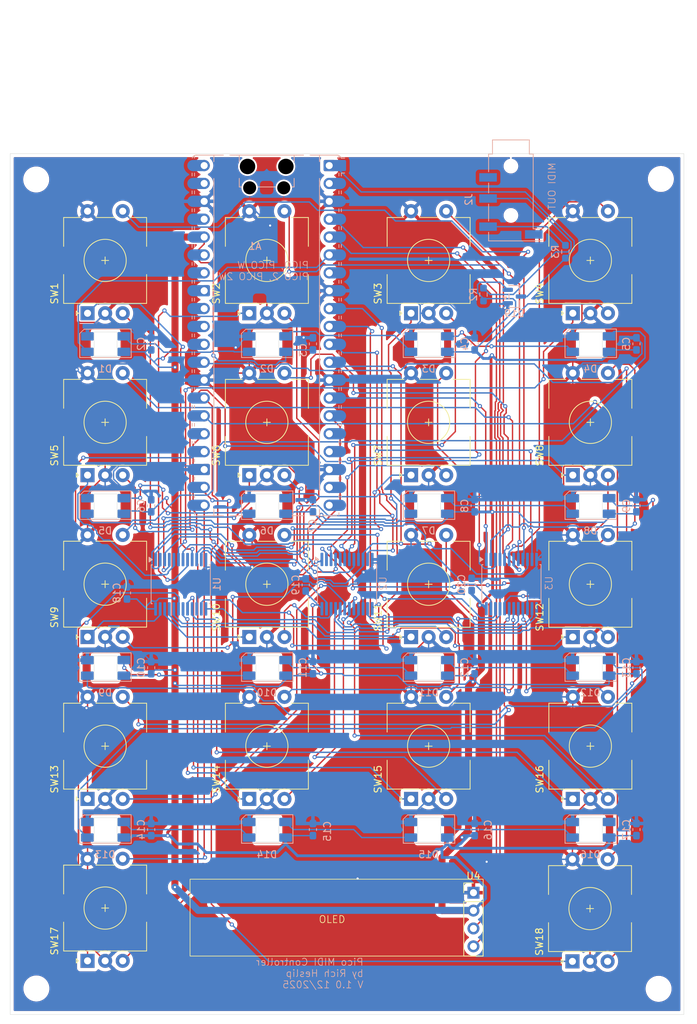
<source format=kicad_pcb>
(kicad_pcb (version 20241229) (generator "pcbnew") (generator_version "9.0")
  (title_block (title "Pico MIDI Controller") (date "2025-12-06") (rev "1.0"))
  (layers (0 "F.Cu" signal) (2 "B.Cu" signal) (13 "F.Paste" user) (15 "B.Paste" user) (5 "F.SilkS" user "F.Silkscreen") (7 "B.SilkS" user "B.Silkscreen") (1 "F.Mask" user) (3 "B.Mask" user) (25 "Edge.Cuts" user))
  (net 0 "")
  (net 1 "Net-(A1-GPIO18)")
  (net 2 "GND")
  (net 5 "Net-(A1-GPIO21)")
  (net 7 "Net-(A1-GPIO17)")
  (net 9 "/DOUT")
  (net 10 "Net-(A1-GPIO10)")
  (net 12 "Net-(A1-GPIO11)")
  (net 13 "Net-(A1-GPIO19)")
  (net 14 "Net-(A1-GPIO16)")
  (net 16 "Net-(A1-GPIO0)")
  (net 17 "/SDA")
  (net 18 "Net-(A1-GPIO22)")
  (net 24 "Net-(A1-GPIO7)")
  (net 25 "/SCL")
  (net 28 "Net-(A1-GPIO9)")
  (net 30 "Net-(A1-GPIO20)")
  (net 36 "Net-(A1-GPIO6)")
  (net 38 "+3V3")
  (net 40 "Net-(A1-GPIO8)")
  (net 44 "Net-(D1-DOUT)")
  (net 45 "Net-(D2-DOUT)")
  (net 46 "Net-(D3-DOUT)")
  (net 47 "Net-(D4-DOUT)")
  (net 48 "Net-(D5-DOUT)")
  (net 49 "Net-(D6-DOUT)")
  (net 50 "Net-(D7-DOUT)")
  (net 51 "Net-(D8-DOUT)")
  (net 52 "Net-(D10-DIN)")
  (net 53 "Net-(D10-DOUT)")
  (net 54 "Net-(D11-DOUT)")
  (net 55 "Net-(D12-DOUT)")
  (net 56 "Net-(D13-DOUT)")
  (net 57 "Net-(D14-DOUT)")
  (net 58 "Net-(D15-DOUT)")
  (net 60 "Net-(J2-PadT)")
  (net 61 "/EB0")
  (net 62 "/ESW0")
  (net 63 "/EA0")
  (net 64 "/EB1")
  (net 65 "/ESW1")
  (net 66 "/EA1")
  (net 67 "/EB2")
  (net 68 "/EA2")
  (net 69 "/ESW2")
  (net 70 "/ESW3")
  (net 71 "/EB3")
  (net 72 "/EA3")
  (net 73 "/EA4")
  (net 74 "/ESW4")
  (net 75 "/EB4")
  (net 76 "/EA5")
  (net 77 "/EB5")
  (net 78 "/ESW5")
  (net 79 "/EB6")
  (net 80 "/ESW6")
  (net 81 "/EA6")
  (net 82 "/EA7")
  (net 83 "/EB7")
  (net 84 "/ESW7")
  (net 85 "/ESW8")
  (net 86 "/EA8")
  (net 87 "/EB8")
  (net 88 "/ESW9")
  (net 89 "/EB9")
  (net 90 "/EA9")
  (net 91 "/ESW10")
  (net 92 "/EA10")
  (net 93 "/EB10")
  (net 94 "/EA11")
  (net 95 "/ESW11")
  (net 96 "/EB11")
  (net 97 "/EA12")
  (net 98 "/ESW12")
  (net 99 "/EB12")
  (net 100 "/EB13")
  (net 101 "/EA13")
  (net 102 "/ESW13")
  (net 103 "/ESW14")
  (net 104 "/EB14")
  (net 105 "/EA14")
  (net 106 "/EB15")
  (net 107 "/EA15")
  (net 108 "/ESW15")
  (net 117 "Net-(J2-PadR1)")
  (footprint "Connector_PinHeader_2.54mm:PinHeader_1x04_P2.54mm_Vertical" (layer "F.Cu") (at 100.45 148.82)
    (property "Reference" "U4")
    (property "Value" "SSD1603_OLED")
  )
  (footprint "MountingHole:MountingHole_3.2mm_M3" (layer "F.Cu") (at 38.3 162.425)
    (property "Reference" "H4" (hide yes))
    (property "Value" "MountingHole")
  )
  (footprint "MyLibrary:RotaryEncoder_Alps_EC11E-Switch_Vertical_H20mm_topsolder" (layer "F.Cu") (at 91.575 112.5 90)
    (property "Reference" "SW11")
    (property "Value" "RotaryEncoder_Switch")
  )
  (footprint "MyLibrary:RotaryEncoder_Alps_EC11E-Switch_Vertical_H20mm_topsolder" (layer "F.Cu") (at 45.575 135.5 90)
    (property "Reference" "SW13")
    (property "Value" "RotaryEncoder_Switch")
  )
  (footprint "MyLibrary:RotaryEncoder_Alps_EC11E-Switch_Vertical_H20mm_topsolder" (layer "F.Cu") (at 91.575 89.5 90)
    (property "Reference" "SW7")
    (property "Value" "RotaryEncoder_Switch")
  )
  (footprint "MyLibrary:RotaryEncoder_Alps_EC11E-Switch_Vertical_H20mm_topsolder" (layer "F.Cu") (at 45.575 158.5 90)
    (property "Reference" "SW17")
    (property "Value" "RotaryEncoder_Switch")
  )
  (footprint "MountingHole:MountingHole_3.2mm_M3" (layer "F.Cu") (at 127.1 47.425)
    (property "Reference" "H2" (hide yes))
    (property "Value" "MountingHole")
  )
  (footprint "MyLibrary:RotaryEncoder_Alps_EC11E-Switch_Vertical_H20mm_topsolder" (layer "F.Cu") (at 68.575 112.5 90)
    (property "Reference" "SW10")
    (property "Value" "RotaryEncoder_Switch")
  )
  (footprint "MyLibrary:RotaryEncoder_Alps_EC11E-Switch_Vertical_H20mm_topsolder" (layer "F.Cu") (at 114.525 158.575 90)
    (property "Reference" "SW18")
    (property "Value" "RotaryEncoder_Switch")
  )
  (footprint "MountingHole:MountingHole_3.2mm_M3" (layer "F.Cu") (at 126.775 162.475)
    (property "Reference" "H3" (hide yes))
    (property "Value" "MountingHole")
  )
  (footprint "MyLibrary:RotaryEncoder_Alps_EC11E-Switch_Vertical_H20mm_topsolder" (layer "F.Cu") (at 45.575 89.5 90)
    (property "Reference" "SW5")
    (property "Value" "RotaryEncoder_Switch")
  )
  (footprint "MyLibrary:RotaryEncoder_Alps_EC11E-Switch_Vertical_H20mm_topsolder" (layer "F.Cu") (at 45.575 66.5 90)
    (property "Reference" "SW1")
    (property "Value" "RotaryEncoder_Switch")
  )
  (footprint "MyLibrary:RotaryEncoder_Alps_EC11E-Switch_Vertical_H20mm_topsolder" (layer "F.Cu") (at 68.575 135.5 90)
    (property "Reference" "SW14")
    (property "Value" "RotaryEncoder_Switch")
  )
  (footprint "MyLibrary:RotaryEncoder_Alps_EC11E-Switch_Vertical_H20mm_topsolder" (layer "F.Cu") (at 68.575 66.5 90)
    (property "Reference" "SW2")
    (property "Value" "RotaryEncoder_Switch")
  )
  (footprint "MyLibrary:RotaryEncoder_Alps_EC11E-Switch_Vertical_H20mm_topsolder" (layer "F.Cu") (at 114.575 89.5 90)
    (property "Reference" "SW8")
    (property "Value" "RotaryEncoder_Switch")
  )
  (footprint "MyLibrary:RotaryEncoder_Alps_EC11E-Switch_Vertical_H20mm_topsolder" (layer "F.Cu") (at 91.575 66.5 90)
    (property "Reference" "SW3")
    (property "Value" "RotaryEncoder_Switch")
  )
  (footprint "MyLibrary:RotaryEncoder_Alps_EC11E-Switch_Vertical_H20mm_topsolder" (layer "F.Cu") (at 68.575 89.5 90)
    (property "Reference" "SW6")
    (property "Value" "RotaryEncoder_Switch")
  )
  (footprint "MyLibrary:RotaryEncoder_Alps_EC11E-Switch_Vertical_H20mm_topsolder" (layer "F.Cu") (at 114.575 135.5 90)
    (property "Reference" "SW16")
    (property "Value" "RotaryEncoder_Switch")
  )
  (footprint "MountingHole:MountingHole_3.2mm_M3" (layer "F.Cu") (at 38.275 47.5)
    (property "Reference" "H1" (hide yes))
    (property "Value" "MountingHole")
  )
  (footprint "MyLibrary:RotaryEncoder_Alps_EC11E-Switch_Vertical_H20mm_topsolder" (layer "F.Cu") (at 91.575 135.5 90)
    (property "Reference" "SW15")
    (property "Value" "RotaryEncoder_Switch")
  )
  (footprint "MyLibrary:RotaryEncoder_Alps_EC11E-Switch_Vertical_H20mm_topsolder" (layer "F.Cu") (at 114.575 112.5 90)
    (property "Reference" "SW12")
    (property "Value" "RotaryEncoder_Switch")
  )
  (footprint "MyLibrary:RotaryEncoder_Alps_EC11E-Switch_Vertical_H20mm_topsolder" (layer "F.Cu") (at 114.575 66.5 90)
    (property "Reference" "SW4")
    (property "Value" "RotaryEncoder_Switch")
  )
  (footprint "MyLibrary:RotaryEncoder_Alps_EC11E-Switch_Vertical_H20mm_topsolder" (layer "F.Cu") (at 45.575 112.49 90)
    (property "Reference" "SW9")
    (property "Value" "RotaryEncoder_Switch")
  )
  (footprint "Capacitor_SMD:C_0603_1608Metric_Pad1.08x0.95mm_HandSolder" (layer "B.Cu") (at 54.625 93.85 -90)
    (property "Reference" "C6")
    (property "Value" ".1u")
  )
  (footprint "Capacitor_SMD:C_0603_1608Metric_Pad1.08x0.95mm_HandSolder" (layer "B.Cu") (at 77.625 93.85 -90)
    (property "Reference" "C7")
    (property "Value" ".1u")
  )
  (footprint "Connector_Audio:Jack_3.5mm_KoreanHropartsElec_PJ-320D-4A_Horizontal" (layer "B.Cu") (at 105.775 50.35 -90)
    (property "Reference" "J2")
    (property "Value" "AudioJack4")
  )
  (footprint "MyLibrary:LED_OPSCO_SK6812_MINI-E_5.0x5.0mm_P3.1mm_rearmount" (layer "B.Cu") (at 117.075 139.9)
    (property "Reference" "D16")
    (property "Value" "SK6812E-MINI")
    (fp_rect (start -1.56 1.7) (end 1.7 -1.73) (stroke (width 0.05)) (fill no) (layer "Edge.Cuts"))
  )
  (footprint "MyLibrary:LED_OPSCO_SK6812_MINI-E_5.0x5.0mm_P3.1mm_rearmount" (layer "B.Cu") (at 94.075 70.9)
    (property "Reference" "D3")
    (property "Value" "SK6812E-MINI")
    (fp_rect (start -1.56 1.7) (end 1.7 -1.73) (stroke (width 0.05)) (fill no) (layer "Edge.Cuts"))
  )
  (footprint "MyLibrary:LED_OPSCO_SK6812_MINI-E_5.0x5.0mm_P3.1mm_rearmount" (layer "B.Cu") (at 71.075 93.9)
    (property "Reference" "D6")
    (property "Value" "SK6812E-MINI")
    (fp_rect (start -1.56 1.7) (end 1.7 -1.73) (stroke (width 0.05)) (fill no) (layer "Edge.Cuts"))
  )
  (footprint "MyLibrary:LED_OPSCO_SK6812_MINI-E_5.0x5.0mm_P3.1mm_rearmount" (layer "B.Cu") (at 117.075 70.9)
    (property "Reference" "D4")
    (property "Value" "SK6812E-MINI")
    (fp_rect (start -1.56 1.7) (end 1.7 -1.73) (stroke (width 0.05)) (fill no) (layer "Edge.Cuts"))
  )
  (footprint "Capacitor_SMD:C_0603_1608Metric_Pad1.08x0.95mm_HandSolder" (layer "B.Cu") (at 76.6 105.0925 -90)
    (property "Reference" "C19")
    (property "Value" ".1u")
  )
  (footprint "Capacitor_SMD:C_0603_1608Metric_Pad1.08x0.95mm_HandSolder" (layer "B.Cu") (at 123.625 70.85 -90)
    (property "Reference" "C5")
    (property "Value" ".1u")
  )
  (footprint "Capacitor_SMD:C_0603_1608Metric_Pad1.08x0.95mm_HandSolder" (layer "B.Cu") (at 54.625 139.85 -90)
    (property "Reference" "C14")
    (property "Value" ".1u")
  )
  (footprint "MyLibrary:LED_OPSCO_SK6812_MINI-E_5.0x5.0mm_P3.1mm_rearmount" (layer "B.Cu") (at 48.075 139.9)
    (property "Reference" "D13")
    (property "Value" "SK6812E-MINI")
    (fp_rect (start -1.56 1.7) (end 1.7 -1.73) (stroke (width 0.05)) (fill no) (layer "Edge.Cuts"))
  )
  (footprint "MyLibrary:LED_OPSCO_SK6812_MINI-E_5.0x5.0mm_P3.1mm_rearmount" (layer "B.Cu") (at 71.075 116.9)
    (property "Reference" "D10")
    (property "Value" "SK6812E-MINI")
    (fp_rect (start -1.56 1.7) (end 1.7 -1.73) (stroke (width 0.05)) (fill no) (layer "Edge.Cuts"))
  )
  (footprint "MyLibrary:LED_OPSCO_SK6812_MINI-E_5.0x5.0mm_P3.1mm_rearmount" (layer "B.Cu") (at 48.075 93.9)
    (property "Reference" "D5")
    (property "Value" "SK6812E-MINI")
    (fp_rect (start -1.56 1.7) (end 1.7 -1.73) (stroke (width 0.05)) (fill no) (layer "Edge.Cuts"))
  )
  (footprint "MyLibrary:LED_OPSCO_SK6812_MINI-E_5.0x5.0mm_P3.1mm_rearmount" (layer "B.Cu") (at 94.075 93.9)
    (property "Reference" "D7")
    (property "Value" "SK6812E-MINI")
    (fp_rect (start -1.56 1.7) (end 1.7 -1.73) (stroke (width 0.05)) (fill no) (layer "Edge.Cuts"))
  )
  (footprint "Capacitor_SMD:C_0603_1608Metric_Pad1.08x0.95mm_HandSolder" (layer "B.Cu") (at 100.19 105.0225 -90)
    (property "Reference" "C20")
    (property "Value" ".1u")
  )
  (footprint "MyLibrary:LED_OPSCO_SK6812_MINI-E_5.0x5.0mm_P3.1mm_rearmount" (layer "B.Cu") (at 94.075 116.9)
    (property "Reference" "D11")
    (property "Value" "SK6812E-MINI")
    (fp_rect (start -1.56 1.7) (end 1.7 -1.73) (stroke (width 0.05)) (fill no) (layer "Edge.Cuts"))
  )
  (footprint "MyLibrary:LED_OPSCO_SK6812_MINI-E_5.0x5.0mm_P3.1mm_rearmount" (layer "B.Cu") (at 71.075 139.9)
    (property "Reference" "D14")
    (property "Value" "SK6812E-MINI")
    (fp_rect (start -1.56 1.7) (end 1.7 -1.73) (stroke (width 0.05)) (fill no) (layer "Edge.Cuts"))
  )
  (footprint "Capacitor_SMD:C_0603_1608Metric_Pad1.08x0.95mm_HandSolder" (layer "B.Cu") (at 100.625 93.85 -90)
    (property "Reference" "C8")
    (property "Value" ".1u")
  )
  (footprint "Capacitor_SMD:C_0603_1608Metric_Pad1.08x0.95mm_HandSolder" (layer "B.Cu") (at 77.625 70.85 -90)
    (property "Reference" "C3")
    (property "Value" ".1u")
  )
  (footprint "Capacitor_SMD:C_0603_1608Metric_Pad1.08x0.95mm_HandSolder" (layer "B.Cu") (at 123.625 139.85 -90)
    (property "Reference" "C17")
    (property "Value" ".1u")
  )
  (footprint "Package_SO:SSOP-24_5.3x8.2mm_P0.65mm" (layer "B.Cu") (at 58.825 105 -90)
    (property "Reference" "U1")
    (property "Value" "CD74HC4067SM")
  )
  (footprint "Capacitor_SMD:C_0603_1608Metric_Pad1.08x0.95mm_HandSolder" (layer "B.Cu") (at 100.625 70.85 -90)
    (property "Reference" "C4")
    (property "Value" ".1u")
  )
  (footprint "Capacitor_SMD:C_0603_1608Metric_Pad1.08x0.95mm_HandSolder" (layer "B.Cu") (at 54.625 70.85 -90)
    (property "Reference" "C2")
    (property "Value" ".1u")
  )
  (footprint "MyLibrary:LED_OPSCO_SK6812_MINI-E_5.0x5.0mm_P3.1mm_rearmount" (layer "B.Cu") (at 48.075 70.9)
    (property "Reference" "D1")
    (property "Value" "SK6812E-MINI")
    (fp_rect (start -1.56 1.7) (end 1.7 -1.73) (stroke (width 0.05)) (fill no) (layer "Edge.Cuts"))
  )
  (footprint "Resistor_SMD:R_0603_1608Metric_Pad0.98x0.95mm_HandSolder" (layer "B.Cu") (at 113.525 57.7625 -90)
    (property "Reference" "R3")
    (property "Value" "10")
  )
  (footprint "Package_TO_SOT_SMD:SOT-23" (layer "B.Cu") (at 106.2625 64.125)
    (property "Reference" "D19")
    (property "Value" "BAT54S")
  )
  (footprint "MyLibrary:LED_OPSCO_SK6812_MINI-E_5.0x5.0mm_P3.1mm_rearmount" (layer "B.Cu") (at 117.075 116.9)
    (property "Reference" "D12")
    (property "Value" "SK6812E-MINI")
    (fp_rect (start -1.56 1.7) (end 1.7 -1.73) (stroke (width 0.05)) (fill no) (layer "Edge.Cuts"))
  )
  (footprint "Capacitor_SMD:C_0603_1608Metric_Pad1.08x0.95mm_HandSolder" (layer "B.Cu") (at 100.625 139.85 -90)
    (property "Reference" "C16")
    (property "Value" ".1u")
  )
  (footprint "Package_SO:SSOP-24_5.3x8.2mm_P0.65mm" (layer "B.Cu") (at 105.85 104.975 -90)
    (property "Reference" "U3" (hide yes))
    (property "Value" "CD74HC4067SM")
  )
  (footprint "Capacitor_SMD:C_0603_1608Metric_Pad1.08x0.95mm_HandSolder" (layer "B.Cu") (at 123.625 93.85 -90)
    (property "Reference" "C9")
    (property "Value" ".1u")
  )
  (footprint "Capacitor_SMD:C_0603_1608Metric_Pad1.08x0.95mm_HandSolder" (layer "B.Cu") (at 123.625 116.85 -90)
    (property "Reference" "C13")
    (property "Value" ".1u")
  )
  (footprint "Capacitor_SMD:C_0603_1608Metric_Pad1.08x0.95mm_HandSolder" (layer "B.Cu") (at 100.625 116.85 -90)
    (property "Reference" "C12")
    (property "Value" ".1u")
  )
  (footprint "Capacitor_SMD:C_0603_1608Metric_Pad1.08x0.95mm_HandSolder" (layer "B.Cu") (at 54.625 116.85 -90)
    (property "Reference" "C10")
    (property "Value" ".1u")
  )
  (footprint "MyLibrary:LED_OPSCO_SK6812_MINI-E_5.0x5.0mm_P3.1mm_rearmount" (layer "B.Cu") (at 48.075 116.9)
    (property "Reference" "D9")
    (property "Value" "SK6812E-MINI")
    (fp_rect (start -1.56 1.7) (end 1.7 -1.73) (stroke (width 0.05)) (fill no) (layer "Edge.Cuts"))
  )
  (footprint "MyLibrary:LED_OPSCO_SK6812_MINI-E_5.0x5.0mm_P3.1mm_rearmount" (layer "B.Cu") (at 71.075 70.9)
    (property "Reference" "D2")
    (property "Value" "SK6812E-MINI")
    (fp_rect (start -1.56 1.7) (end 1.7 -1.73) (stroke (width 0.05)) (fill no) (layer "Edge.Cuts"))
  )
  (footprint "Capacitor_SMD:C_0603_1608Metric_Pad1.08x0.95mm_HandSolder" (layer "B.Cu") (at 77.625 116.85 -90)
    (property "Reference" "C11")
    (property "Value" ".1u")
  )
  (footprint "Package_SO:SSOP-24_5.3x8.2mm_P0.65mm" (layer "B.Cu") (at 82.475 104.975 -90)
    (property "Reference" "U2" (hide yes))
    (property "Value" "CD74HC4067SM")
  )
  (footprint "Capacitor_SMD:C_0603_1608Metric_Pad1.08x0.95mm_HandSolder" (layer "B.Cu") (at 51.18 106.2325 -90)
    (property "Reference" "C18")
    (property "Value" ".1u")
  )
  (footprint "MyLibrary:LED_OPSCO_SK6812_MINI-E_5.0x5.0mm_P3.1mm_rearmount" (layer "B.Cu") (at 94.075 139.9)
    (property "Reference" "D15")
    (property "Value" "SK6812E-MINI")
    (fp_rect (start -1.56 1.7) (end 1.7 -1.73) (stroke (width 0.05)) (fill no) (layer "Edge.Cuts"))
  )
  (footprint "Capacitor_SMD:C_0603_1608Metric_Pad1.08x0.95mm_HandSolder" (layer "B.Cu") (at 77.625 139.85 -90)
    (property "Reference" "C15")
    (property "Value" ".1u")
  )
  (footprint "MyLibrary:RaspberryPi_Pico_Common_nokeepout" (layer "B.Cu") (at 71.05 69.65 180)
    (property "Reference" "A1 ")
    (property "Value" "RaspberryPi_Pico")
  )
  (footprint "MyLibrary:LED_OPSCO_SK6812_MINI-E_5.0x5.0mm_P3.1mm_rearmount" (layer "B.Cu") (at 117.075 93.9)
    (property "Reference" "D8")
    (property "Value" "SK6812E-MINI")
    (fp_rect (start -1.56 1.7) (end 1.7 -1.73) (stroke (width 0.05)) (fill no) (layer "Edge.Cuts"))
  )
  (footprint "Resistor_SMD:R_0603_1608Metric_Pad0.98x0.95mm_HandSolder" (layer "B.Cu") (at 101.875 63.8375 -90)
    (property "Reference" "R2")
    (property "Value" "33")
  )
  (gr_rect (start 60.15 146.9) (end 101.83 157.82) (stroke (width 0.1)) (fill no) (layer "F.SilkS"))
  (gr_rect (start 34.575 43.825) (end 130.375 166.125) (stroke (width 0.05)) (fill no) (layer "Edge.Cuts"))
  (gr_text "OLED" (at 78.4 153.2 0) (layer "F.SilkS") (effects (font (size 1 1) (thickness 0.1)) (justify left bottom)))
  (gr_text "PICO, PICO W\nPICO 2, PICO 2W" (at 77.115 61.875 0) (layer "B.SilkS") (effects (font (size 1 1) (thickness 0.1)) (justify left bottom mirror)))
  (gr_text "MIDI OUT" (at 112.2 45.025 90) (layer "B.SilkS") (effects (font (size 1 1) (thickness 0.1)) (justify left bottom mirror)))
  (gr_text "U2" (at 88.175 103.825 90) (layer "B.SilkS") (effects (font (size 1 1) (thickness 0.1)) (justify left bottom mirror)))
  (gr_text "U3" (at 111.775 103.775 90) (layer "B.SilkS") (effects (font (size 1 1) (thickness 0.1)) (justify left bottom mirror)))
  (gr_text "Pico MIDI Controller\nby Rich Heslip\nV 1.0 12/2025" (at 84.875 162.475 0) (layer "B.SilkS") (effects (font (size 1 1) (thickness 0.1)) (justify left bottom mirror)))
  (segment (start 45.575 158.5) (end 45.575 157.1983) (width 0.2) (layer "F.Cu") (net 1))
  (segment (start 44.2718 155.8951) (end 45.575 157.1983) (width 0.2) (layer "F.Cu") (net 1))
  (segment (start 44.975 87.0258) (end 43.8701 88.1307) (width 0.2) (layer "F.Cu") (net 1))
  (segment (start 44.1055 123.3973) (end 44.2718 123.5636) (width 0.2) (layer "F.Cu") (net 1))
  (segment (start 43.8701 123.1619) (end 44.1055 123.3973) (width 0.2) (layer "F.Cu") (net 1))
  (segment (start 44.1055 123.3973) (end 44.2718 123.5636) (width 0.2) (layer "F.Cu") (net 1))
  (segment (start 43.8701 88.1307) (end 43.8701 123.1619) (width 0.2) (layer "F.Cu") (net 1))
  (segment (start 44.2718 123.5636) (end 44.2718 155.8951) (width 0.2) (layer "F.Cu") (net 1))
  (via (at 44.975 87.0258) (size 0.6) (drill 0.3) (layers "F.Cu" "B.Cu") (net 1))
  (segment (start 62.16 86.16) (end 61.36 86.16) (width 0.2) (layer "B.Cu") (net 1))
  (segment (start 60.4942 87.0258) (end 61.36 86.16) (width 0.2) (layer "B.Cu") (net 1))
  (segment (start 44.975 87.0258) (end 60.4942 87.0258) (width 0.2) (layer "B.Cu") (net 1))
  (segment (start 46.7733 67.8017) (end 48.075 66.5) (width 0.2) (layer "F.Cu") (net 2))
  (segment (start 45.575 144) (end 45.575 138) (width 0.2) (layer "F.Cu") (net 2))
  (segment (start 45.575 52) (end 44.2733 53.3017) (width 0.2) (layer "F.Cu") (net 2))
  (segment (start 76.625 93.075) (end 76.625 90.710108) (width 0.2) (layer "F.Cu") (net 2))
  (segment (start 44.45 67.8017) (end 46.7733 67.8017) (width 0.2) (layer "F.Cu") (net 2))
  (segment (start 74.113892 88.199) (end 72.376 88.199) (width 0.2) (layer "F.Cu") (net 2))
  (segment (start 114.525 138.05) (end 117.075 135.5) (width 0.2) (layer "F.Cu") (net 2))
  (segment (start 45.575 122.4446) (end 45.4242 122.5954) (width 0.2) (layer "F.Cu") (net 2))
  (segment (start 78.95 63.3) (end 79.94 63.3) (width 0.2) (layer "F.Cu") (net 2))
  (segment (start 117.075 89.5) (end 115.7733 88.1983) (width 0.2) (layer "F.Cu") (net 2))
  (segment (start 100.45 146.3) (end 102.325 144.425) (width 0.2) (layer "F.Cu") (net 2))
  (segment (start 45.575 75) (end 48.075 77.5) (width 0.2) (layer "F.Cu") (net 2))
  (segment (start 117.075 66.5) (end 115.8767 66.5) (width 0.2) (layer "F.Cu") (net 2))
  (segment (start 45.575 144) (end 45.575 156) (width 0.2) (layer "F.Cu") (net 2))
  (segment (start 66.775 119.2) (end 68.575 121) (width 0.2) (layer "F.Cu") (net 2))
  (segment (start 94.075 112.5) (end 91.575 115) (width 0.2) (layer "F.Cu") (net 2))
  (segment (start 76.3 69.95) (end 76.3 65.95) (width 0.2) (layer "F.Cu") (net 2))
  (segment (start 115.8767 67.7733) (end 115.8767 66.5) (width 0.2) (layer "F.Cu") (net 2))
  (segment (start 44.025 74.5071) (end 44.025 68.2267) (width 0.2) (layer "F.Cu") (net 2))
  (segment (start 68.575 73.2832) (end 68.575 75) (width 0.2) (layer "F.Cu") (net 2))
  (segment (start 113.2733 88.3484) (end 113.2733 96.6983) (width 0.2) (layer "F.Cu") (net 2))
  (segment (start 68.575 98) (end 68.975 98.4) (width 0.2) (layer "F.Cu") (net 2))
  (segment (start 113.4234 88.1983) (end 113.2733 88.3484) (width 0.2) (layer "F.Cu") (net 2))
  (segment (start 45.575 97.99) (end 45.575 92) (width 0.2) (layer "F.Cu") (net 2))
  (segment (start 63.16 75) (end 68.575 75) (width 0.2) (layer "F.Cu") (net 2))
  (segment (start 68.975 98.4) (end 68.975 102.5676) (width 0.2) (layer "F.Cu") (net 2))
  (segment (start 45.575 121) (end 45.575 122.4446) (width 0.2) (layer "F.Cu") (net 2))
  (segment (start 84.8266 118.5842) (end 84.8266 103.3011) (width 0.2) (layer "F.Cu") (net 2))
  (segment (start 44.2733 67.625) (end 44.45 67.8017) (width 0.2) (layer "F.Cu") (net 2))
  (segment (start 62.16 76) (end 63.16 75) (width 0.2) (layer "F.Cu") (net 2))
  (segment (start 71.075 54.5049) (end 71.075 66.5) (width 0.2) (layer "F.Cu") (net 2))
  (segment (start 113.2733 96.6983) (end 114.575 98) (width 0.2) (layer "F.Cu") (net 2))
  (segment (start 115.8767 53.3017) (end 114.575 52) (width 0.2) (layer "F.Cu") (net 2))
  (segment (start 76.3 65.95) (end 78.95 63.3) (width 0.2) (layer "F.Cu") (net 2))
  (segment (start 114.575 133) (end 117.075 135.5) (width 0.2) (layer "F.Cu") (net 2))
  (segment (start 89.1592 118.5842) (end 91.575 121) (width 0.2) (layer "F.Cu") (net 2))
  (segment (start 91.575 115) (end 91.575 121) (width 0.2) (layer "F.Cu") (net 2))
  (segment (start 114.525 144.075) (end 117.025 146.575) (width 0.2) (layer "F.Cu") (net 2))
  (segment (start 115.8767 66.5) (end 115.8767 53.3017) (width 0.2) (layer "F.Cu") (net 2))
  (segment (start 66.646 71.3542) (end 68.575 73.2832) (width 0.2) (layer "F.Cu") (net 2))
  (segment (start 115.7733 88.1983) (end 114.575 88.1983) (width 0.2) (layer "F.Cu") (net 2))
  (segment (start 44.025 68.2267) (end 44.45 67.8017) (width 0.2) (layer "F.Cu") (net 2))
  (segment (start 45.575 138) (end 48.075 135.5) (width 0.2) (layer "F.Cu") (net 2))
  (segment (start 117.025 146.575) (end 117.025 158.575) (width 0.2) (layer "F.Cu") (net 2))
  (segment (start 66.775 114.0153) (end 66.775 119.2) (width 0.2) (layer "F.Cu") (net 2))
  (segment (start 84.8266 118.5842) (end 89.1592 118.5842) (width 0.2) (layer "F.Cu") (net 2))
  (segment (start 114.575 75) (end 114.575 88.1983) (width 0.2) (layer "F.Cu") (net 2))
  (segment (start 45.575 92) (end 48.075 89.5) (width 0.2) (layer "F.Cu") (net 2))
  (segment (start 45.575 156) (end 48.075 158.5) (width 0.2) (layer "F.Cu") (net 2))
  (segment (start 48.075 77.5) (end 48.075 89.5) (width 0.2) (layer "F.Cu") (net 2))
  (segment (start 114.575 121) (end 114.575 133) (width 0.2) (layer "F.Cu") (net 2))
  (segment (start 114.575 69.075) (end 115.8767 67.7733) (width 0.2) (layer "F.Cu") (net 2))
  (segment (start 71.5375 54.0424) (end 71.075 54.5049) (width 0.2) (layer "F.Cu") (net 2))
  (segment (start 114.525 144.075) (end 114.525 138.05) (width 0.2) (layer "F.Cu") (net 2))
  (segment (start 76.625 90.710108) (end 74.113892 88.199) (width 0.2) (layer "F.Cu") (net 2))
  (segment (start 72.376 88.199) (end 71.075 89.5) (width 0.2) (layer "F.Cu") (net 2))
  (segment (start 114.575 88.1983) (end 113.4234 88.1983) (width 0.2) (layer "F.Cu") (net 2))
  (segment (start 114.575 75) (end 114.575 69.075) (width 0.2) (layer "F.Cu") (net 2))
  (segment (start 100.45 148.82) (end 100.45 146.3) (width 0.2) (layer "F.Cu") (net 2))
  (segment (start 44.2733 53.3017) (end 44.2733 67.625) (width 0.2) (layer "F.Cu") (net 2))
  (via (at 66.775 114.0153) (size 0.6) (drill 0.3) (layers "F.Cu" "B.Cu") (net 2))
  (via (at 66.646 71.3542) (size 0.6) (drill 0.3) (layers "F.Cu" "B.Cu") (net 2))
  (via (at 68.975 102.5676) (size 0.6) (drill 0.3) (layers "F.Cu" "B.Cu") (net 2))
  (via (at 76.3 69.95) (size 0.6) (drill 0.3) (layers "F.Cu" "B.Cu") (net 2))
  (via (at 44.025 74.5071) (size 0.6) (drill 0.3) (layers "F.Cu" "B.Cu") (net 2))
  (via (at 83.975 146.8036) (size 0.6) (drill 0.3) (layers "F.Cu" "B.Cu") (net 2))
  (via (at 76.625 93.075) (size 0.6) (drill 0.3) (layers "F.Cu" "B.Cu") (net 2))
  (via (at 84.8266 103.3011) (size 0.6) (drill 0.3) (layers "F.Cu" "B.Cu") (net 2))
  (via (at 71.5375 54.0424) (size 0.6) (drill 0.3) (layers "F.Cu" "B.Cu") (net 2))
  (via (at 102.325 144.425) (size 0.6) (drill 0.3) (layers "F.Cu" "B.Cu") (net 2))
  (via (at 45.4242 122.5954) (size 0.6) (drill 0.3) (layers "F.Cu" "B.Cu") (net 2))
  (via (at 84.75 106.95) (size 0.6) (drill 0.3) (layers "F.Cu" "B.Cu") (net 2))
  (segment (start 48.075 135.5) (end 49.85 137.275) (width 0.2) (layer "B.Cu") (net 2))
  (segment (start 114.555 114.695) (end 114.72 114.53) (width 0.2) (layer "B.Cu") (net 2))
  (segment (start 91.555 92.18) (end 92.166 91.569) (width 0.2) (layer "B.Cu") (net 2))
  (segment (start 45.555 138.02) (end 48.075 135.5) (width 0.2) (layer "B.Cu") (net 2))
  (segment (start 117.075 91.464) (end 117.075 89.5) (width 0.2) (layer "B.Cu") (net 2))
  (segment (start 71.075 66.5) (end 68.555 69.02) (width 0.2) (layer "B.Cu") (net 2))
  (segment (start 76.6 104.23) (end 70.6374 104.23) (width 0.2) (layer "B.Cu") (net 2))
  (segment (start 61.36 88.7) (end 62.16 88.7) (width 0.2) (layer "B.Cu") (net 2))
  (segment (start 54.6248 115.9877) (end 53.2065 114.569) (width 0.2) (layer "B.Cu") (net 2))
  (segment (start 96.914892 122.5) (end 92.65 122.5) (width 0.2) (layer "B.Cu") (net 2))
  (segment (start 94.075 66.5) (end 92.8767 66.5) (width 0.2) (layer "B.Cu") (net 2))
  (segment (start 46.8767 73.6983) (end 45.575 75) (width 0.2) (layer "B.Cu") (net 2))
  (segment (start 48.3411 66.766) (end 48.075 66.5) (width 0.2) (layer "B.Cu") (net 2))
  (segment (start 114.555 69.02) (end 117.075 66.5) (width 0.2) (layer "B.Cu") (net 2))
  (segment (start 90.575 76) (end 91.575 75) (width 0.2) (layer "B.Cu") (net 2))
  (segment (start 84.75 104.26) (end 84.75 103.777) (width 0.2) (layer "B.Cu") (net 2))
  (segment (start 91.555 92.78) (end 91.555 92.18) (width 0.2) (layer "B.Cu") (net 2))
  (segment (start 49.5878 68.0128) (end 50.855 68.0128) (width 0.2) (layer "B.Cu") (net 2))
  (segment (start 91.575 121) (end 92.65 122.075) (width 0.2) (layer "B.Cu") (net 2))
  (segment (start 68.555 92.78) (end 68.555 92.02) (width 0.2) (layer "B.Cu") (net 2))
  (segment (start 78.1927 104.965257) (end 78.544757 104.6132) (width 0.2) (layer "B.Cu") (net 2))
  (segment (start 94.02 114.569) (end 94.075 114.514) (width 0.2) (layer "B.Cu") (net 2))
  (segment (start 71.075 135.5) (end 72.5 136.925) (width 0.2) (layer "B.Cu") (net 2))
  (segment (start 51.18 105.37) (end 61.08 105.37) (width 0.2) (layer "B.Cu") (net 2))
  (segment (start 100.6617 68.7457) (end 101.6543 68.7457) (width 0.2) (layer "B.Cu") (net 2))
  (segment (start 68.3475 138.9875) (end 68.555 138.78) (width 0.2) (layer "B.Cu") (net 2))
  (segment (start 54.05 137.275) (end 54.625 137.85) (width 0.2) (layer "B.Cu") (net 2))
  (segment (start 86.05 102.477) (end 85.4758 103.0512) (width 0.2) (layer "B.Cu") (net 2))
  (segment (start 53.2065 114.569) (end 48.68 114.569) (width 0.2) (layer "B.Cu") (net 2))
  (segment (start 80.74 50.6) (end 79.94 50.6) (width 0.2) (layer "B.Cu") (net 2))
  (segment (start 68.555 115.23) (end 69.3251 114.46) (width 0.2) (layer "B.Cu") (net 2))
  (segment (start 100.625 115.9875) (end 100.6248 115.9877) (width 0.2) (layer "B.Cu") (net 2))
  (segment (start 84.8266 103.3011) (end 85.0765 103.0512) (width 0.2) (layer "B.Cu") (net 2))
  (segment (start 102.325 144.425) (end 102.675 144.075) (width 0.2) (layer "B.Cu") (net 2))
  (segment (start 54.6248 115.9877) (end 54.625 115.9875) (width 0.2) (layer "B.Cu") (net 2))
  (segment (start 79.042643 104.6132) (end 79.242643 104.8132) (width 0.2) (layer "B.Cu") (net 2))
  (segment (start 91.555 138.02) (end 94.075 135.5) (width 0.2) (layer "B.Cu") (net 2))
  (segment (start 80.433 105.275) (end 82.750057 105.275) (width 0.2) (layer "B.Cu") (net 2))
  (segment (start 45.555 92.78) (end 45.555 92.2301) (width 0.2) (layer "B.Cu") (net 2))
  (segment (start 70.2276 114.46) (end 69.7829 114.0153) (width 0.2) (layer "B.Cu") (net 2))
  (segment (start 91.5551 68.9466) (end 92.8767 67.625) (width 0.2) (layer "B.Cu") (net 2))
  (segment (start 45.555 115.78) (end 45.555 114.595) (width 0.2) (layer "B.Cu") (net 2))
  (segment (start 91.3475 138.9875) (end 91.555 138.78) (width 0.2) (layer "B.Cu") (net 2))
  (segment (start 114.0475 115.9875) (end 100.625 115.9875) (width 0.2) (layer "B.Cu") (net 2))
  (segment (start 79.94 88.7) (end 79.439 88.199) (width 0.2) (layer "B.Cu") (net 2))
  (segment (start 114.555 69.78) (end 114.555 69.02) (width 0.2) (layer "B.Cu") (net 2))
  (segment (start 68.555 138.78) (end 68.555 138.02) (width 0.2) (layer "B.Cu") (net 2))
  (segment (start 114.3475 138.9875) (end 100.625 138.9875) (width 0.2) (layer "B.Cu") (net 2))
  (segment (start 114.555 138.78) (end 114.3475 138.9875) (width 0.2) (layer "B.Cu") (net 2))
  (segment (start 48.1 91.569) (end 48.075 91.544) (width 0.2) (layer "B.Cu") (net 2))
  (segment (start 122.168 114.53) (end 117.04 114.53) (width 0.2) (layer "B.Cu") (net 2))
  (segment (start 91.575 98) (end 91.575 100.225) (width 0.2) (layer "B.Cu") (net 2))
  (segment (start 100.625 137.1) (end 100.625 138.9875) (width 0.2) (layer "B.Cu") (net 2))
  (segment (start 78.1927 104.975) (end 78.1927 104.965257) (width 0.2) (layer "B.Cu") (net 2))
  (segment (start 48.3411 66.766) (end 49.5878 68.0128) (width 0.2) (layer "B.Cu") (net 2))
  (segment (start 54.625 137.85) (end 54.625 138.9875) (width 0.2) (layer "B.Cu") (net 2))
  (segment (start 86.05 101.475) (end 86.05 101.976) (width 0.2) (layer "B.Cu") (net 2))
  (segment (start 100.6617 69.9508) (end 100.6617 68.7457) (width 0.2) (layer "B.Cu") (net 2))
  (segment (start 100.625 69.9875) (end 100.6617 69.9508) (width 0.2) (layer "B.Cu") (net 2))
  (segment (start 53.2065 91.569) (end 50.6533 91.569) (width 0.2) (layer "B.Cu") (net 2))
  (segment (start 114.555 92.3882) (end 114.555 92.227) (width 0.2) (layer "B.Cu") (net 2))
  (segment (start 94.075 91.275) (end 94.075 89.5) (width 0.2) (layer "B.Cu") (net 2))
  (segment (start 70.6374 104.23) (end 68.975 102.5676) (width 0.2) (layer "B.Cu") (net 2))
  (segment (start 77.6248 115.9877) (end 76.0975 114.46) (width 0.2) (layer "B.Cu") (net 2))
  (segment (start 48.075 91.544) (end 48.075 89.5) (width 0.2) (layer "B.Cu") (net 2))
  (segment (start 54.4241 69.7866) (end 54.625 69.9875) (width 0.2) (layer "B.Cu") (net 2))
  (segment (start 61.1 105.35) (end 61.1 108.5) (width 0.2) (layer "B.Cu") (net 2))
  (segment (start 90.8157 63.3) (end 92.8767 65.361) (width 0.2) (layer "B.Cu") (net 2))
  (segment (start 85.0765 103.0512) (end 85.4758 103.0512) (width 0.2) (layer "B.Cu") (net 2))
  (segment (start 117.18 91.569) (end 117.075 91.464) (width 0.2) (layer "B.Cu") (net 2))
  (segment (start 94.26 91.569) (end 94.26 91.46) (width 0.2) (layer "B.Cu") (net 2))
  (segment (start 72.5 136.925) (end 77.6 136.925) (width 0.2) (layer "B.Cu") (net 2))
  (segment (start 92.8767 65.361) (end 92.8767 66.5) (width 0.2) (layer "B.Cu") (net 2))
  (segment (start 99.2065 91.569) (end 94.26 91.569) (width 0.2) (layer "B.Cu") (net 2))
  (segment (start 77.6 136.925) (end 77.625 136.95) (width 0.2) (layer "B.Cu") (net 2))
  (segment (start 108.125 104.16) (end 108.125 105.78) (width 0.2) (layer "B.Cu") (net 2))
  (segment (start 72.376 88.199) (end 71.075 89.5) (width 0.2) (layer "B.Cu") (net 2))
  (segment (start 76.3375 69.9875) (end 76.3 69.95) (width 0.2) (layer "B.Cu") (net 2))
  (segment (start 52.6288 69.7866) (end 54.4241 69.7866) (width 0.2) (layer "B.Cu") (net 2))
  (segment (start 79.94 63.3) (end 80.74 63.3) (width 0.2) (layer "B.Cu") (net 2))
  (segment (start 123.6248 115.9877) (end 122.168 114.53) (width 0.2) (layer "B.Cu") (net 2))
  (segment (start 54.625 115.9875) (end 54.8325 115.78) (width 0.2) (layer "B.Cu") (net 2))
  (segment (start 98.414892 121) (end 96.914892 122.5) (width 0.2) (layer "B.Cu") (net 2))
  (segment (start 54.625 115.988) (end 54.6248 115.9877) (width 0.2) (layer "B.Cu") (net 2))
  (segment (start 123.625 138.9875) (end 121.6125 136.975) (width 0.2) (layer "B.Cu") (net 2))
  (segment (start 62.3784 102.4716) (end 61.1 103.75) (width 0.2) (layer "B.Cu") (net 2))
  (segment (start 79.94 88.7) (end 80.74 88.7) (width 0.2) (layer "B.Cu") (net 2))
  (segment (start 100.1673 92.5298) (end 99.2065 91.569) (width 0.2) (layer "B.Cu") (net 2))
  (segment (start 123.625 115.9875) (end 123.6248 115.9877) (width 0.2) (layer "B.Cu") (net 2))
  (segment (start 79.242643 104.8132) (end 79.9712 104.8132) (width 0.2) (layer "B.Cu") (net 2))
  (segment (start 45.581 114.569) (end 48.68 114.569) (width 0.2) (layer "B.Cu") (net 2))
  (segment (start 97.1143 65.1983) (end 100.6617 68.7457) (width 0.2) (layer "B.Cu") (net 2))
  (segment (start 124.4026 72.2363) (end 124.4026 70.7651) (width 0.2) (layer "B.Cu") (net 2))
  (segment (start 77.5559 104.975) (end 78.1927 104.975) (width 0.2) (layer "B.Cu") (net 2))
  (segment (start 68.975 102.5676) (end 62.4744 102.5676) (width 0.2) (layer "B.Cu") (net 2))
  (segment (start 79.439 88.199) (end 72.376 88.199) (width 0.2) (layer "B.Cu") (net 2))
  (segment (start 114.555 92.227) (end 115.213 91.569) (width 0.2) (layer "B.Cu") (net 2))
  (segment (start 69.3251 114.46) (end 70.2276 114.46) (width 0.2) (layer "B.Cu") (net 2))
  (segment (start 116 73.575) (end 123.0639 73.575) (width 0.2) (layer "B.Cu") (net 2))
  (segment (start 91.555 115.23) (end 92.2161 114.569) (width 0.2) (layer "B.Cu") (net 2))
  (segment (start 100.625 115.988) (end 100.6248 115.9877) (width 0.2) (layer "B.Cu") (net 2))
  (segment (start 114.555 115.48) (end 114.555 114.695) (width 0.2) (layer "B.Cu") (net 2))
  (segment (start 123.0639 73.575) (end 124.4026 72.2363) (width 0.2) (layer "B.Cu") (net 2))
  (segment (start 50.6533 91.569) (end 48.1 91.569) (width 0.2) (layer "B.Cu") (net 2))
  (segment (start 91.555 68.9466) (end 91.5551 68.9466) (width 0.2) (layer "B.Cu") (net 2))
  (segment (start 76.7125 92.9875) (end 76.625 93.075) (width 0.2) (layer "B.Cu") (net 2))
  (segment (start 100.625 92.9875) (end 100.1673 92.5298) (width 0.2) (layer "B.Cu") (net 2))
  (segment (start 50.0358 88.1983) (end 49.2733 88.9608) (width 0.2) (layer "B.Cu") (net 2))
  (segment (start 94.075 114.514) (end 94.075 112.5) (width 0.2) (layer "B.Cu") (net 2))
  (segment (start 122.206 91.569) (end 117.18 91.569) (width 0.2) (layer "B.Cu") (net 2))
  (segment (start 109.425 101.475) (end 109.425 102.477) (width 0.2) (layer "B.Cu") (net 2))
  (segment (start 44.5179 75) (end 44.025 74.5071) (width 0.2) (layer "B.Cu") (net 2))
  (segment (start 77.2724 104.6915) (end 77.5559 104.975) (width 0.2) (layer "B.Cu") (net 2))
  (segment (start 77.8325 115.78) (end 91.555 115.78) (width 0.2) (layer "B.Cu") (net 2))
  (segment (start 51.3219 73.6983) (end 46.8767 73.6983) (width 0.2) (layer "B.Cu") (net 2))
  (segment (start 68.555 115.78) (end 68.555 115.23) (width 0.2) (layer "B.Cu") (net 2))
  (segment (start 68.555 92.02) (end 71.075 89.5) (width 0.2) (layer "B.Cu") (net 2))
  (segment (start 115.213 91.569) (end 117.18 91.569) (width 0.2) (layer "B.Cu") (net 2))
  (segment (start 94.26 91.46) (end 94.075 91.275) (width 0.2) (layer "B.Cu") (net 2))
  (segment (start 50.855 68.0128) (end 52.6288 69.7866) (width 0.2) (layer "B.Cu") (net 2))
  (segment (start 80.74 63.3) (end 90.8157 63.3) (width 0.2) (layer "B.Cu") (net 2))
  (segment (start 92.8767 67.625) (end 92.8767 66.5) (width 0.2) (layer "B.Cu") (net 2))
  (segment (start 69.7829 114.0153) (end 66.775 114.0153) (width 0.2) (layer "B.Cu") (net 2))
  (segment (start 77.0615 104.6915) (end 77.2724 104.6915) (width 0.2) (layer "B.Cu") (net 2))
  (segment (start 62.16 76) (end 61.36 76) (width 0.2) (layer "B.Cu") (net 2))
  (segment (start 79.9712 104.8132) (end 80.433 105.275) (width 0.2) (layer "B.Cu") (net 2))
  (segment (start 82.750057 105.275) (end 83.051057 104.974) (width 0.2) (layer "B.Cu") (net 2))
  (segment (start 94.075 135.5) (end 95.675 137.1) (width 0.2) (layer "B.Cu") (net 2))
  (segment (start 117.04 114.53) (end 117.04 114.42) (width 0.2) (layer "B.Cu") (net 2))
  (segment (start 95.675 137.1) (end 100.625 137.1) (width 0.2) (layer "B.Cu") (net 2))
  (segment (start 48.68 114.569) (end 48.075 113.964) (width 0.2) (layer "B.Cu") (net 2))
  (segment (start 114.575 121) (end 98.414892 121) (width 0.2) (layer "B.Cu") (net 2))
  (segment (start 53.6236 76) (end 51.3219 73.6983) (width 0.2) (layer "B.Cu") (net 2))
  (segment (start 60.8583 88.1983) (end 50.0358 88.1983) (width 0.2) (layer "B.Cu") (net 2))
  (segment (start 91.575 100.225) (end 89.824 101.976) (width 0.2) (layer "B.Cu") (net 2))
  (segment (start 61.1 103.75) (end 61.1 105.35) (width 0.2) (layer "B.Cu") (net 2))
  (segment (start 114.575 98) (end 112.9 98) (width 0.2) (layer "B.Cu") (net 2))
  (segment (start 114.555 92.78) (end 114.555 92.3882) (width 0.2) (layer "B.Cu") (net 2))
  (segment (start 99.2065 114.569) (end 94.02 114.569) (width 0.2) (layer "B.Cu") (net 2))
  (segment (start 45.555 68.995) (end 47.784 66.766) (width 0.2) (layer "B.Cu") (net 2))
  (segment (start 100.19 104.16) (end 108.125 104.16) (width 0.2) (layer "B.Cu") (net 2))
  (segment (start 68.555 69.78) (end 68.2202 69.78) (width 0.2) (layer "B.Cu") (net 2))
  (segment (start 124.4026 70.7651) (end 123.625 69.9875) (width 0.2) (layer "B.Cu") (net 2))
  (segment (start 71.13 114.46) (end 71.075 114.405) (width 0.2) (layer "B.Cu") (net 2))
  (segment (start 92.2161 114.569) (end 94.02 114.569) (width 0.2) (layer "B.Cu") (net 2))
  (segment (start 45.555 92.2301) (end 46.2161 91.569) (width 0.2) (layer "B.Cu") (net 2))
  (segment (start 114.555 115.78) (end 114.555 115.48) (width 0.2) (layer "B.Cu") (net 2))
  (segment (start 78.544757 104.6132) (end 79.042643 104.6132) (width 0.2) (layer "B.Cu") (net 2))
  (segment (start 71.075 114.405) (end 71.075 112.5) (width 0.2) (layer "B.Cu") (net 2))
  (segment (start 86.05 101.976) (end 86.05 102.477) (width 0.2) (layer "B.Cu") (net 2))
  (segment (start 45.555 69.78) (end 45.555 68.995) (width 0.2) (layer "B.Cu") (net 2))
  (segment (start 80.74 76) (end 79.94 76) (width 0.2) (layer "B.Cu") (net 2))
  (segment (start 77.625 92.9875) (end 76.7125 92.9875) (width 0.2) (layer "B.Cu") (net 2))
  (segment (start 62.4744 102.5676) (end 62.3784 102.4716) (width 0.2) (layer "B.Cu") (net 2))
  (segment (start 118.55 136.975) (end 117.075 135.5) (width 0.2) (layer "B.Cu") (net 2))
  (segment (start 77.625 115.9875) (end 77.8325 115.78) (width 0.2) (layer "B.Cu") (net 2))
  (segment (start 84.75 108.475) (end 84.75 106.95) (width 0.2) (layer "B.Cu") (net 2))
  (segment (start 45.555 138.78) (end 45.555 138.02) (width 0.2) (layer "B.Cu") (net 2))
  (segment (start 91.555 115.78) (end 91.555 115.23) (width 0.2) (layer "B.Cu") (net 2))
  (segment (start 83.051057 104.974) (end 84.036 104.974) (width 0.2) (layer "B.Cu") (net 2))
  (segment (start 50.6533 91.4192) (end 50.6533 91.569) (width 0.2) (layer "B.Cu") (net 2))
  (segment (start 102.675 144.075) (end 114.525 144.075) (width 0.2) (layer "B.Cu") (net 2))
  (segment (start 91.555 138.78) (end 91.555 138.02) (width 0.2) (layer "B.Cu") (net 2))
  (segment (start 49.2733 88.9608) (end 49.2733 90.0392) (width 0.2) (layer "B.Cu") (net 2))
  (segment (start 123.625 115.988) (end 123.6248 115.9877) (width 0.2) (layer "B.Cu") (net 2))
  (segment (start 77.625 115.988) (end 77.6248 115.9877) (width 0.2) (layer "B.Cu") (net 2))
  (segment (start 49.2733 90.0392) (end 50.6533 91.4192) (width 0.2) (layer "B.Cu") (net 2))
  (segment (start 49.85 137.275) (end 54.05 137.275) (width 0.2) (layer "B.Cu") (net 2))
  (segment (start 114.555 115.48) (end 114.0475 115.9875) (width 0.2) (layer "B.Cu") (net 2))
  (segment (start 45.575 75) (end 44.5179 75) (width 0.2) (layer "B.Cu") (net 2))
  (segment (start 68.575 52) (end 69.4951 52) (width 0.2) (layer "B.Cu") (net 2))
  (segment (start 77.625 69.9875) (end 76.3375 69.9875) (width 0.2) (layer "B.Cu") (net 2))
  (segment (start 89.824 101.976) (end 86.05 101.976) (width 0.2) (layer "B.Cu") (net 2))
  (segment (start 112.9 98) (end 109.425 101.475) (width 0.2) (layer "B.Cu") (net 2))
  (segment (start 100.1673 92.5298) (end 114.4134 92.5298) (width 0.2) (layer "B.Cu") (net 2))
  (segment (start 123.625 92.9875) (end 122.206 91.569) (width 0.2) (layer "B.Cu") (net 2))
  (segment (start 61.36 76) (end 53.6236 76) (width 0.2) (layer "B.Cu") (net 2))
  (segment (start 109.425 102.477) (end 108.125 103.777) (width 0.2) (layer "B.Cu") (net 2))
  (segment (start 46.2161 91.569) (end 48.1 91.569) (width 0.2) (layer "B.Cu") (net 2))
  (segment (start 95.3767 65.1983) (end 97.1143 65.1983) (width 0.2) (layer "B.Cu") (net 2))
  (segment (start 84.75 103.777) (end 85.4758 103.0512) (width 0.2) (layer "B.Cu") (net 2))
  (segment (start 71.075 66.5) (end 74.275 63.3) (width 0.2) (layer "B.Cu") (net 2))
  (segment (start 101.6543 68.7457) (end 105.325 65.075) (width 0.2) (layer "B.Cu") (net 2))
  (segment (start 114.4134 92.5298) (end 114.555 92.3882) (width 0.2) (layer "B.Cu") (net 2))
  (segment (start 74.275 63.3) (end 79.94 63.3) (width 0.2) (layer "B.Cu") (net 2))
  (segment (start 114.575 75) (end 116 73.575) (width 0.2) (layer "B.Cu") (net 2))
  (segment (start 68.555 138.02) (end 71.075 135.5) (width 0.2) (layer "B.Cu") (net 2))
  (segment (start 47.784 66.766) (end 48.3411 66.766) (width 0.2) (layer "B.Cu") (net 2))
  (segment (start 54.8325 115.78) (end 68.555 115.78) (width 0.2) (layer "B.Cu") (net 2))
  (segment (start 68.2202 69.78) (end 66.646 71.3542) (width 0.2) (layer "B.Cu") (net 2))
  (segment (start 91.555 69.78) (end 91.555 68.9466) (width 0.2) (layer "B.Cu") (net 2))
  (segment (start 68.555 69.02) (end 68.555 69.78) (width 0.2) (layer "B.Cu") (net 2))
  (segment (start 66.9796 122.5954) (end 45.4242 122.5954) (width 0.2) (layer "B.Cu") (net 2))
  (segment (start 54.625 138.9875) (end 68.3475 138.9875) (width 0.2) (layer "B.Cu") (net 2))
  (segment (start 77.625 115.9875) (end 77.6248 115.9877) (width 0.2) (layer "B.Cu") (net 2))
  (segment (start 61.36 88.7) (end 60.8583 88.1983) (width 0.2) (layer "B.Cu") (net 2))
  (segment (start 92.166 91.569) (end 94.26 91.569) (width 0.2) (layer "B.Cu") (net 2))
  (segment (start 94.075 66.5) (end 95.3767 65.1983) (width 0.2) (layer "B.Cu") (net 2))
  (segment (start 68.575 121) (end 66.9796 122.5954) (width 0.2) (layer "B.Cu") (net 2))
  (segment (start 70.2276 114.46) (end 71.13 114.46) (width 0.2) (layer "B.Cu") (net 2))
  (segment (start 117.04 114.42) (end 117.075 114.385) (width 0.2) (layer "B.Cu") (net 2))
  (segment (start 100.6248 115.9877) (end 99.2065 114.569) (width 0.2) (layer "B.Cu") (net 2))
  (segment (start 117.075 114.385) (end 117.075 112.5) (width 0.2) (layer "B.Cu") (net 2))
  (segment (start 80.74 76) (end 90.575 76) (width 0.2) (layer "B.Cu") (net 2))
  (segment (start 77.625 138.9875) (end 91.3475 138.9875) (width 0.2) (layer "B.Cu") (net 2))
  (segment (start 48.075 113.964) (end 48.075 112.49) (width 0.2) (layer "B.Cu") (net 2))
  (segment (start 45.555 114.595) (end 45.581 114.569) (width 0.2) (layer "B.Cu") (net 2))
  (segment (start 69.4951 52) (end 71.5375 54.0424) (width 0.2) (layer "B.Cu") (net 2))
  (segment (start 92.65 122.075) (end 92.65 122.5) (width 0.2) (layer "B.Cu") (net 2))
  (segment (start 54.625 92.9875) (end 53.2065 91.569) (width 0.2) (layer "B.Cu") (net 2))
  (segment (start 108.125 105.78) (end 108.125 108.475) (width 0.2) (layer "B.Cu") (net 2))
  (segment (start 114.72 114.53) (end 117.04 114.53) (width 0.2) (layer "B.Cu") (net 2))
  (segment (start 108.125 103.777) (end 108.125 104.16) (width 0.2) (layer "B.Cu") (net 2))
  (segment (start 62.4 102.45) (end 62.3784 102.4716) (width 0.2) (layer "B.Cu") (net 2))
  (segment (start 61.08 105.37) (end 61.1 105.35) (width 0.2) (layer "B.Cu") (net 2))
  (segment (start 121.6125 136.975) (end 118.55 136.975) (width 0.2) (layer "B.Cu") (net 2))
  (segment (start 77.625 136.95) (end 77.625 138.9875) (width 0.2) (layer "B.Cu") (net 2))
  (segment (start 76.6 104.23) (end 77.0615 104.6915) (width 0.2) (layer "B.Cu") (net 2))
  (segment (start 83.975 146.8036) (end 83.975 146.804) (width 0.2) (layer "B.Cu") (net 2))
  (segment (start 84.036 104.974) (end 84.75 104.26) (width 0.2) (layer "B.Cu") (net 2))
  (segment (start 62.4 101.5) (end 62.4 102.45) (width 0.2) (layer "B.Cu") (net 2))
  (segment (start 76.0975 114.46) (end 71.13 114.46) (width 0.2) (layer "B.Cu") (net 2))
  (segment (start 66.0859 153.3391) (end 63.1779 150.4311) (width 0.2) (layer "F.Cu") (net 5))
  (segment (start 63.468 92.47) (end 63.3098 92.3118) (width 0.2) (layer "F.Cu") (net 5))
  (segment (start 63.3098 79.6898) (end 63.3098 92.3118) (width 0.2) (layer "F.Cu") (net 5))
  (segment (start 63.1779 100.1261) (end 64.0903 99.2137) (width 0.2) (layer "F.Cu") (net 5))
  (segment (start 63.468 92.47) (end 63.3098 92.3118) (width 0.2) (layer "F.Cu") (net 5))
  (segment (start 62.16 78.54) (end 63.3098 79.6898) (width 0.2) (layer "F.Cu") (net 5))
  (segment (start 63.5786 92.47) (end 63.468 92.47) (width 0.2) (layer "F.Cu") (net 5))
  (segment (start 64.0903 99.2137) (end 64.0903 92.9817) (width 0.2) (layer "F.Cu") (net 5))
  (segment (start 63.1779 150.4311) (end 63.1779 100.1261) (width 0.2) (layer "F.Cu") (net 5))
  (segment (start 64.0903 92.9817) (end 63.5786 92.47) (width 0.2) (layer "F.Cu") (net 5))
  (via (at 66.0859 153.3391) (size 0.6) (drill 0.3) (layers "F.Cu" "B.Cu") (net 5))
  (segment (start 66.0859 153.3391) (end 71.3218 158.575) (width 0.2) (layer "B.Cu") (net 5))
  (segment (start 71.3218 158.575) (end 114.525 158.575) (width 0.2) (layer "B.Cu") (net 5))
  (segment (start 62.16 78.54) (end 61.36 78.54) (width 0.2) (layer "B.Cu") (net 5))
  (segment (start 62.16 91.9023) (end 63.3294 93.0717) (width 0.2) (layer "F.Cu") (net 7))
  (segment (start 62.16 91.24) (end 62.16 91.9023) (width 0.2) (layer "F.Cu") (net 7))
  (segment (start 76.2371 103.6421) (end 78.1015 101.7777) (width 0.2) (layer "F.Cu") (net 7))
  (segment (start 65.5038 93.3673) (end 65.5038 100.5824) (width 0.2) (layer "F.Cu") (net 7))
  (segment (start 65.7085 93.1626) (end 65.5038 93.3673) (width 0.2) (layer "F.Cu") (net 7))
  (segment (start 68.5635 103.6421) (end 76.2371 103.6421) (width 0.2) (layer "F.Cu") (net 7))
  (segment (start 65.5038 100.5824) (end 68.5635 103.6421) (width 0.2) (layer "F.Cu") (net 7))
  (via (at 63.3294 93.0717) (size 0.6) (drill 0.3) (layers "F.Cu" "B.Cu") (net 7))
  (via (at 78.1015 101.7777) (size 0.6) (drill 0.3) (layers "F.Cu" "B.Cu") (net 7))
  (via (at 65.7085 93.1626) (size 0.6) (drill 0.3) (layers "F.Cu" "B.Cu") (net 7))
  (segment (start 78.5973 101.7777) (end 78.1015 101.7777) (width 0.2) (layer "B.Cu") (net 7))
  (segment (start 63.4203 93.1626) (end 65.7085 93.1626) (width 0.2) (layer "B.Cu") (net 7))
  (segment (start 78.9 101.475) (end 78.5973 101.7777) (width 0.2) (layer "B.Cu") (net 7))
  (segment (start 61.36 91.24) (end 62.16 91.24) (width 0.2) (layer "B.Cu") (net 7))
  (segment (start 63.3294 93.0717) (end 63.4203 93.1626) (width 0.2) (layer "B.Cu") (net 7))
  (segment (start 65.4711 59.9896) (end 63.557 61.9037) (width 0.2) (layer "B.Cu") (net 9))
  (segment (start 78.1704 59.9896) (end 65.4711 59.9896) (width 0.2) (layer "B.Cu") (net 9))
  (segment (start 79.94 58.22) (end 78.1704 59.9896) (width 0.2) (layer "B.Cu") (net 9))
  (segment (start 44.2657 65.3786) (end 44.2657 70.6807) (width 0.2) (layer "B.Cu") (net 9))
  (segment (start 44.2657 70.6807) (end 45.565 71.98) (width 0.2) (layer "B.Cu") (net 9))
  (segment (start 47.7406 61.9037) (end 44.2657 65.3786) (width 0.2) (layer "B.Cu") (net 9))
  (segment (start 80.74 58.22) (end 79.94 58.22) (width 0.2) (layer "B.Cu") (net 9))
  (segment (start 63.557 61.9037) (end 47.7406 61.9037) (width 0.2) (layer "B.Cu") (net 9))
  (segment (start 102.1953 80.5195) (end 101.3645 79.6887) (width 0.2) (layer "F.Cu") (net 10))
  (segment (start 102.1953 96.7475) (end 102.1953 80.5195) (width 0.2) (layer "F.Cu") (net 10))
  (via (at 101.3645 79.6887) (size 0.6) (drill 0.3) (layers "F.Cu" "B.Cu") (net 10))
  (via (at 102.1953 96.7475) (size 0.6) (drill 0.3) (layers "F.Cu" "B.Cu") (net 10))
  (segment (start 100.2158 78.54) (end 80.74 78.54) (width 0.2) (layer "B.Cu") (net 10))
  (segment (start 79.94 78.54) (end 80.74 78.54) (width 0.2) (layer "B.Cu") (net 10))
  (segment (start 102.275 96.8272) (end 102.1953 96.7475) (width 0.2) (layer "B.Cu") (net 10))
  (segment (start 102.275 101.475) (end 102.275 96.8272) (width 0.2) (layer "B.Cu") (net 10))
  (segment (start 101.3645 79.6887) (end 100.2158 78.54) (width 0.2) (layer "B.Cu") (net 10))
  (segment (start 66.1203 100.6306) (end 66.1203 99.4774) (width 0.2) (layer "F.Cu") (net 12))
  (segment (start 75.8578 103.1922) (end 68.6819 103.1922) (width 0.2) (layer "F.Cu") (net 12))
  (segment (start 77.6452 97.7159) (end 77.6452 101.384057) (width 0.2) (layer "F.Cu") (net 12))
  (segment (start 77.6452 101.384057) (end 77.5005 101.528757) (width 0.2) (layer "F.Cu") (net 12))
  (segment (start 66.1203 99.4774) (end 66.1202 99.4774) (width 0.2) (layer "F.Cu") (net 12))
  (segment (start 81.4884 93.8727) (end 77.6452 97.7159) (width 0.2) (layer "F.Cu") (net 12))
  (segment (start 68.6819 103.1922) (end 66.1203 100.6306) (width 0.2) (layer "F.Cu") (net 12))
  (segment (start 77.5005 101.528757) (end 77.5005 101.5495) (width 0.2) (layer "F.Cu") (net 12))
  (segment (start 77.5005 101.5495) (end 75.8578 103.1922) (width 0.2) (layer "F.Cu") (net 12))
  (segment (start 81.4884 82.6284) (end 81.4884 93.8727) (width 0.2) (layer "F.Cu") (net 12))
  (segment (start 79.94 81.08) (end 81.4884 82.6284) (width 0.2) (layer "F.Cu") (net 12))
  (via (at 66.1202 99.4774) (size 0.6) (drill 0.3) (layers "F.Cu" "B.Cu") (net 12))
  (segment (start 66.1202 99.4774) (end 64.5162 97.8734) (width 0.2) (layer "B.Cu") (net 12))
  (segment (start 64.5162 97.8734) (end 57.9479 97.8734) (width 0.2) (layer "B.Cu") (net 12))
  (segment (start 55.25 100.5713) (end 55.25 101.5) (width 0.2) (layer "B.Cu") (net 12))
  (segment (start 80.74 81.08) (end 79.94 81.08) (width 0.2) (layer "B.Cu") (net 12))
  (segment (start 57.9479 97.8734) (end 55.25 100.5713) (width 0.2) (layer "B.Cu") (net 12))
  (segment (start 60.5775 94.4599) (end 60.7423 94.6247) (width 0.2) (layer "F.Cu") (net 13))
  (segment (start 61.2489 102.1612) (end 61.0826 101.9949) (width 0.2) (layer "F.Cu") (net 13))
  (segment (start 60.5775 94.4599) (end 60.7423 94.6247) (width 0.2) (layer "F.Cu") (net 13))
  (segment (start 61.2489 102.1612) (end 61.0826 101.9949) (width 0.2) (layer "F.Cu") (net 13))
  (segment (start 50.575 158.5) (end 61.2489 147.8261) (width 0.2) (layer "F.Cu") (net 13))
  (segment (start 61.2489 147.8261) (end 61.2489 102.1612) (width 0.2) (layer "F.Cu") (net 13))
  (segment (start 60.5775 94.4599) (end 60.5775 85.2025) (width 0.2) (layer "F.Cu") (net 13))
  (segment (start 60.5775 85.2025) (end 62.16 83.62) (width 0.2) (layer "F.Cu") (net 13))
  (segment (start 61.0826 94.965) (end 60.7423 94.6247) (width 0.2) (layer "F.Cu") (net 13))
  (segment (start 61.0826 101.9949) (end 61.0826 94.965) (width 0.2) (layer "F.Cu") (net 13))
  (segment (start 62.16 83.62) (end 61.36 83.62) (width 0.2) (layer "B.Cu") (net 13))
  (segment (start 62.16 143.6992) (end 62.2765 143.8157) (width 0.2) (layer "F.Cu") (net 14))
  (segment (start 62.16 93.78) (end 62.16 143.6992) (width 0.2) (layer "F.Cu") (net 14))
  (via (at 62.2765 143.8157) (size 0.6) (drill 0.3) (layers "F.Cu" "B.Cu") (net 14))
  (segment (start 62.0922 144) (end 50.575 144) (width 0.2) (layer "B.Cu") (net 14))
  (segment (start 62.2765 143.8157) (end 62.0922 144) (width 0.2) (layer "B.Cu") (net 14))
  (segment (start 61.36 93.78) (end 62.16 93.78) (width 0.2) (layer "B.Cu") (net 14))
  (segment (start 114.7593 56.2156) (end 114.7593 57.4407) (width 0.2) (layer "B.Cu") (net 16))
  (segment (start 107.8118 49.2681) (end 114.7593 56.2156) (width 0.2) (layer "B.Cu") (net 16))
  (segment (start 108.075 64.125) (end 113.525 58.675) (width 0.2) (layer "B.Cu") (net 16))
  (segment (start 114.7593 57.4407) (end 113.525 58.675) (width 0.2) (layer "B.Cu") (net 16))
  (segment (start 107.2 64.125) (end 108.075 64.125) (width 0.2) (layer "B.Cu") (net 16))
  (segment (start 79.94 45.52) (end 80.74 45.52) (width 0.2) (layer "B.Cu") (net 16))
  (segment (start 84.4881 49.2681) (end 107.8118 49.2681) (width 0.2) (layer "B.Cu") (net 16))
  (segment (start 80.74 45.52) (end 84.4881 49.2681) (width 0.2) (layer "B.Cu") (net 16))
  (segment (start 103.9026 84.0514) (end 104.138 84.2868) (width 0.2) (layer "F.Cu") (net 17))
  (segment (start 98.975 57.1666) (end 104.1927 62.3843) (width 0.2) (layer "F.Cu") (net 17))
  (segment (start 104.1927 84.3415) (end 104.1927 93.28) (width 0.2) (layer "F.Cu") (net 17))
  (segment (start 104.1388 80.2988) (end 103.9026 80.535) (width 0.2) (layer "F.Cu") (net 17))
  (segment (start 104.2259 93.3132) (end 104.2259 152.6641) (width 0.2) (layer "F.Cu") (net 17))
  (segment (start 104.1927 62.3843) (end 104.1927 79.0762) (width 0.2) (layer "F.Cu") (net 17))
  (segment (start 104.1388 80.2987) (end 104.1388 80.2988) (width 0.2) (layer "F.Cu") (net 17))
  (segment (start 104.1927 79.0762) (end 103.9699 79.299) (width 0.2) (layer "F.Cu") (net 17))
  (segment (start 104.138 84.2868) (end 104.1927 84.3415) (width 0.2) (layer "F.Cu") (net 17))
  (segment (start 103.9699 79.299) (end 103.9699 80.1298) (width 0.2) (layer "F.Cu") (net 17))
  (segment (start 104.138 84.2868) (end 104.1927 84.3415) (width 0.2) (layer "F.Cu") (net 17))
  (segment (start 104.2259 152.6641) (end 100.45 156.44) (width 0.2) (layer "F.Cu") (net 17))
  (segment (start 103.9699 80.1298) (end 104.1388 80.2987) (width 0.2) (layer "F.Cu") (net 17))
  (segment (start 104.2259 93.3132) (end 104.1927 93.28) (width 0.2) (layer "F.Cu") (net 17))
  (segment (start 103.9026 80.535) (end 103.9026 84.0514) (width 0.2) (layer "F.Cu") (net 17))
  (segment (start 104.2259 93.3132) (end 104.1927 93.28) (width 0.2) (layer "F.Cu") (net 17))
  (via (at 98.975 57.1666) (size 0.6) (drill 0.3) (layers "F.Cu" "B.Cu") (net 17))
  (segment (start 98.975 57.1666) (end 84.7666 57.1666) (width 0.2) (layer "B.Cu") (net 17))
  (segment (start 84.7666 57.1666) (end 80.74 53.14) (width 0.2) (layer "B.Cu") (net 17))
  (segment (start 79.94 53.14) (end 80.74 53.14) (width 0.2) (layer "B.Cu") (net 17))
  (segment (start 122.2248 74.3499) (end 122.2248 155.8752) (width 0.2) (layer "F.Cu") (net 18))
  (segment (start 122.2248 155.8752) (end 119.525 158.575) (width 0.2) (layer "F.Cu") (net 18))
  (via (at 122.2248 74.3499) (size 0.6) (drill 0.3) (layers "F.Cu" "B.Cu") (net 18))
  (segment (start 61.36 73.46) (end 62.16 73.46) (width 0.2) (layer "B.Cu") (net 18))
  (segment (start 68.949 73.699) (end 68.9 73.65) (width 0.2) (layer "B.Cu") (net 18))
  (segment (start 111.7452 76.3372) (end 109.1063 73.6983) (width 0.2) (layer "B.Cu") (net 18))
  (segment (start 120.2375 76.3372) (end 111.7452 76.3372) (width 0.2) (layer "B.Cu") (net 18))
  (segment (start 122.2248 74.3499) (end 120.2375 76.3372) (width 0.2) (layer "B.Cu") (net 18))
  (segment (start 68.9 73.65) (end 62.35 73.65) (width 0.2) (layer "B.Cu") (net 18))
  (segment (start 74.739892 74.325) (end 74.113892 73.699) (width 0.2) (layer "B.Cu") (net 18))
  (segment (start 62.35 73.65) (end 62.16 73.46) (width 0.2) (layer "B.Cu") (net 18))
  (segment (start 77.1723 74.6341) (end 76.8632 74.325) (width 0.2) (layer "B.Cu") (net 18))
  (segment (start 73.036108 73.699) (end 72.410108 74.325) (width 0.2) (layer "B.Cu") (net 18))
  (segment (start 90.1 74.6341) (end 77.1723 74.6341) (width 0.2) (layer "B.Cu") (net 18))
  (segment (start 109.1063 73.6983) (end 91.0358 73.6983) (width 0.2) (layer "B.Cu") (net 18))
  (segment (start 69.113892 73.699) (end 68.949 73.699) (width 0.2) (layer "B.Cu") (net 18))
  (segment (start 72.410108 74.325) (end 69.739892 74.325) (width 0.2) (layer "B.Cu") (net 18))
  (segment (start 76.8632 74.325) (end 74.739892 74.325) (width 0.2) (layer "B.Cu") (net 18))
  (segment (start 91.0358 73.6983) (end 90.1 74.6341) (width 0.2) (layer "B.Cu") (net 18))
  (segment (start 74.113892 73.699) (end 73.036108 73.699) (width 0.2) (layer "B.Cu") (net 18))
  (segment (start 69.739892 74.325) (end 69.113892 73.699) (width 0.2) (layer "B.Cu") (net 18))
  (segment (start 85.7885 69.3145) (end 85.7885 109.907) (width 0.2) (layer "F.Cu") (net 24))
  (segment (start 87.5904 109.8579) (end 87.8075 109.6408) (width 0.2) (layer "F.Cu") (net 24))
  (segment (start 74.8767 109.6933) (end 74.8767 113.5128) (width 0.2) (layer "F.Cu") (net 24))
  (segment (start 74.2143 109.0309) (end 74.8767 109.6933) (width 0.2) (layer "F.Cu") (net 24))
  (segment (start 87.5904 110.8723) (end 87.5904 109.8579) (width 0.2) (layer "F.Cu") (net 24))
  (segment (start 88.0827 114.1393) (end 87.5904 113.647) (width 0.2) (layer "F.Cu") (net 24))
  (segment (start 85.7885 109.907) (end 86.7538 110.8723) (width 0.2) (layer "F.Cu") (net 24))
  (segment (start 74.8767 113.5128) (end 74.6791 113.7104) (width 0.2) (layer "F.Cu") (net 24))
  (segment (start 86.0495 69.0535) (end 85.7885 69.3145) (width 0.2) (layer "F.Cu") (net 24))
  (segment (start 87.5904 113.647) (end 87.5904 110.8723) (width 0.2) (layer "F.Cu") (net 24))
  (segment (start 86.7538 110.8723) (end 87.5904 110.8723) (width 0.2) (layer "F.Cu") (net 24))
  (via (at 74.6791 113.7104) (size 0.6) (drill 0.3) (layers "F.Cu" "B.Cu") (net 24))
  (via (at 86.0495 69.0535) (size 0.6) (drill 0.3) (layers "F.Cu" "B.Cu") (net 24))
  (via (at 88.0827 114.1393) (size 0.6) (drill 0.3) (layers "F.Cu" "B.Cu") (net 24))
  (via (at 74.2143 109.0309) (size 0.6) (drill 0.3) (layers "F.Cu" "B.Cu") (net 24))
  (via (at 87.8075 109.6408) (size 0.6) (drill 0.3) (layers "F.Cu" "B.Cu") (net 24))
  (segment (start 101.3897 111.126) (end 101.4268 111.0889) (width 0.2) (layer "B.Cu") (net 24))
  (segment (start 87.6538 113.7104) (end 88.0827 114.1393) (width 0.2) (layer "B.Cu") (net 24))
  (segment (start 107.2107 110.6872) (end 107.716 110.6872) (width 0.2) (layer "B.Cu") (net 24))
  (segment (start 67.6013 109.0309) (end 74.2143 109.0309) (width 0.2) (layer "B.Cu") (net 24))
  (segment (start 106.809 111.0889) (end 107.2107 110.6872) (width 0.2) (layer "B.Cu") (net 24))
  (segment (start 85.4 109.3938) (end 85.7802 109.774) (width 0.2) (layer "B.Cu") (net 24))
  (segment (start 97.6766 110.0574) (end 97.6766 110.1473) (width 0.2) (layer "B.Cu") (net 24))
  (segment (start 79.94 68.38) (end 80.74 68.38) (width 0.2) (layer "B.Cu") (net 24))
  (segment (start 74.6791 113.7104) (end 87.6538 113.7104) (width 0.2) (layer "B.Cu") (net 24))
  (segment (start 97.6766 110.1473) (end 98.0292 110.4999) (width 0.2) (layer "B.Cu") (net 24))
  (segment (start 85.4 108.475) (end 85.4 109.3938) (width 0.2) (layer "B.Cu") (net 24))
  (segment (start 85.7802 109.774) (end 86.5927 109.774) (width 0.2) (layer "B.Cu") (net 24))
  (segment (start 98.0292 110.4999) (end 98.3888 110.4999) (width 0.2) (layer "B.Cu") (net 24))
  (segment (start 61.75 108.5) (end 61.75 107.599) (width 0.2) (layer "B.Cu") (net 24))
  (segment (start 99.0149 111.126) (end 101.3897 111.126) (width 0.2) (layer "B.Cu") (net 24))
  (segment (start 98.3888 110.4999) (end 99.0149 111.126) (width 0.2) (layer "B.Cu") (net 24))
  (segment (start 101.4268 111.0889) (end 106.809 111.0889) (width 0.2) (layer "B.Cu") (net 24))
  (segment (start 80.74 68.38) (end 85.376 68.38) (width 0.2) (layer "B.Cu") (net 24))
  (segment (start 87.8075 109.6408) (end 97.26 109.6408) (width 0.2) (layer "B.Cu") (net 24))
  (segment (start 97.26 109.6408) (end 97.6766 110.0574) (width 0.2) (layer "B.Cu") (net 24))
  (segment (start 65.7988 107.2284) (end 67.6013 109.0309) (width 0.2) (layer "B.Cu") (net 24))
  (segment (start 61.75 107.599) (end 62.1206 107.2284) (width 0.2) (layer "B.Cu") (net 24))
  (segment (start 86.5927 109.774) (end 86.7259 109.6408) (width 0.2) (layer "B.Cu") (net 24))
  (segment (start 108.775 109.6282) (end 108.775 108.475) (width 0.2) (layer "B.Cu") (net 24))
  (segment (start 85.376 68.38) (end 86.0495 69.0535) (width 0.2) (layer "B.Cu") (net 24))
  (segment (start 107.716 110.6872) (end 108.775 109.6282) (width 0.2) (layer "B.Cu") (net 24))
  (segment (start 86.7259 109.6408) (end 87.8075 109.6408) (width 0.2) (layer "B.Cu") (net 24))
  (segment (start 62.1206 107.2284) (end 65.7988 107.2284) (width 0.2) (layer "B.Cu") (net 24))
  (segment (start 103.5009 80.3687) (end 103.5009 84.2177) (width 0.2) (layer "F.Cu") (net 25))
  (segment (start 103.5682 79.1327) (end 103.5682 80.2961) (width 0.2) (layer "F.Cu") (net 25))
  (segment (start 103.7164 84.4332) (end 103.7164 150.6336) (width 0.2) (layer "F.Cu") (net 25))
  (segment (start 103.7164 78.9845) (end 103.5682 79.1327) (width 0.2) (layer "F.Cu") (net 25))
  (segment (start 103.5682 80.2961) (end 103.5708 80.2987) (width 0.2) (layer "F.Cu") (net 25))
  (segment (start 98.1409 57.9977) (end 103.7164 63.5732) (width 0.2) (layer "F.Cu") (net 25))
  (segment (start 103.5708 80.2987) (end 103.5708 80.2988) (width 0.2) (layer "F.Cu") (net 25))
  (segment (start 103.5708 80.2988) (end 103.5009 80.3687) (width 0.2) (layer "F.Cu") (net 25))
  (segment (start 103.7164 150.6336) (end 100.45 153.9) (width 0.2) (layer "F.Cu") (net 25))
  (segment (start 103.5009 84.2177) (end 103.7164 84.4332) (width 0.2) (layer "F.Cu") (net 25))
  (segment (start 103.7164 63.5732) (end 103.7164 78.9845) (width 0.2) (layer "F.Cu") (net 25))
  (via (at 98.1409 57.9977) (size 0.6) (drill 0.3) (layers "F.Cu" "B.Cu") (net 25))
  (segment (start 83.0577 57.9977) (end 80.74 55.68) (width 0.2) (layer "B.Cu") (net 25))
  (segment (start 98.1409 57.9977) (end 83.0577 57.9977) (width 0.2) (layer "B.Cu") (net 25))
  (segment (start 80.74 55.68) (end 79.94 55.68) (width 0.2) (layer "B.Cu") (net 25))
  (segment (start 94.1925 99.2063) (end 94.0971 99.3017) (width 0.2) (layer "F.Cu") (net 28))
  (segment (start 94.0971 99.3017) (end 90.2206 99.3017) (width 0.2) (layer "F.Cu") (net 28))
  (segment (start 90.1518 75.1982) (end 88.986 74.0324) (width 0.2) (layer "F.Cu") (net 28))
  (segment (start 90.2206 99.3017) (end 90.1518 99.2329) (width 0.2) (layer "F.Cu") (net 28))
  (segment (start 90.1518 99.2329) (end 90.1518 75.1982) (width 0.2) (layer "F.Cu") (net 28))
  (via (at 94.1925 99.2063) (size 0.6) (drill 0.3) (layers "F.Cu" "B.Cu") (net 28))
  (via (at 90.1518 99.2329) (size 0.6) (drill 0.3) (layers "F.Cu" "B.Cu") (net 28))
  (via (at 88.986 74.0324) (size 0.6) (drill 0.3) (layers "F.Cu" "B.Cu") (net 28))
  (segment (start 77.875 104.3) (end 77.376 103.801) (width 0.2) (layer "B.Cu") (net 28))
  (segment (start 78.378657 104.2122) (end 78.290857 104.3) (width 0.2) (layer "B.Cu") (net 28))
  (segment (start 75.210843 101.5877) (end 75.1627 101.5877) (width 0.2) (layer "B.Cu") (net 28))
  (segment (start 84.75 102.412) (end 82.288 104.874) (width 0.2) (layer "B.Cu") (net 28))
  (segment (start 79.94 73.46) (end 80.74 73.46) (width 0.2) (layer "B.Cu") (net 28))
  (segment (start 97.288 99.9504) (end 94.9366 99.9504) (width 0.2) (layer "B.Cu") (net 28))
  (segment (start 79.408743 104.4122) (end 79.208743 104.2122) (width 0.2) (layer "B.Cu") (net 28))
  (segment (start 77.067134 103.3915) (end 76.9665 103.3915) (width 0.2) (layer "B.Cu") (net 28))
  (segment (start 82.288 104.874) (end 80.5991 104.874) (width 0.2) (layer "B.Cu") (net 28))
  (segment (start 94.9366 99.9504) (end 94.1925 99.2063) (width 0.2) (layer "B.Cu") (net 28))
  (segment (start 88.986 74.0324) (end 81.3124 74.0324) (width 0.2) (layer "B.Cu") (net 28))
  (segment (start 81.3124 74.0324) (end 80.74 73.46) (width 0.2) (layer "B.Cu") (net 28))
  (segment (start 62.8669 99.8169) (end 61.8836 99.8169) (width 0.2) (layer "B.Cu") (net 28))
  (segment (start 76.9665 103.3915) (end 75.5629 101.9879) (width 0.2) (layer "B.Cu") (net 28))
  (segment (start 75.5629 101.9879) (end 75.5629 101.939757) (width 0.2) (layer "B.Cu") (net 28))
  (segment (start 100.8842 103.5466) (end 97.288 99.9504) (width 0.2) (layer "B.Cu") (net 28))
  (segment (start 61.1 100.6005) (end 61.1 101.5) (width 0.2) (layer "B.Cu") (net 28))
  (segment (start 75.1627 101.5877) (end 75.0355 101.4605) (width 0.2) (layer "B.Cu") (net 28))
  (segment (start 77.376 103.801) (end 77.376 103.700366) (width 0.2) (layer "B.Cu") (net 28))
  (segment (start 64.5105 101.4605) (end 62.8669 99.8169) (width 0.2) (layer "B.Cu") (net 28))
  (segment (start 108.125 102.7024) (end 107.2808 103.5466) (width 0.2) (layer "B.Cu") (net 28))
  (segment (start 84.75 101.475) (end 84.75 102.412) (width 0.2) (layer "B.Cu") (net 28))
  (segment (start 107.2808 103.5466) (end 100.8842 103.5466) (width 0.2) (layer "B.Cu") (net 28))
  (segment (start 61.8836 99.8169) (end 61.1 100.6005) (width 0.2) (layer "B.Cu") (net 28))
  (segment (start 79.208743 104.2122) (end 78.378657 104.2122) (width 0.2) (layer "B.Cu") (net 28))
  (segment (start 80.5991 104.874) (end 80.1373 104.4122) (width 0.2) (layer "B.Cu") (net 28))
  (segment (start 84.75 101.475) (end 84.75 100.5894) (width 0.2) (layer "B.Cu") (net 28))
  (segment (start 78.290857 104.3) (end 77.875 104.3) (width 0.2) (layer "B.Cu") (net 28))
  (segment (start 108.125 101.475) (end 108.125 102.7024) (width 0.2) (layer "B.Cu") (net 28))
  (segment (start 75.0355 101.4605) (end 64.5105 101.4605) (width 0.2) (layer "B.Cu") (net 28))
  (segment (start 84.75 100.5894) (end 86.1065 99.2329) (width 0.2) (layer "B.Cu") (net 28))
  (segment (start 77.376 103.700366) (end 77.067134 103.3915) (width 0.2) (layer "B.Cu") (net 28))
  (segment (start 86.1065 99.2329) (end 90.1518 99.2329) (width 0.2) (layer "B.Cu") (net 28))
  (segment (start 80.1373 104.4122) (end 79.408743 104.4122) (width 0.2) (layer "B.Cu") (net 28))
  (segment (start 75.5629 101.939757) (end 75.210843 101.5877) (width 0.2) (layer "B.Cu") (net 28))
  (segment (start 120.922 142.678) (end 120.922 82.2895) (width 0.2) (layer "F.Cu") (net 30))
  (segment (start 119.525 144.075) (end 120.922 142.678) (width 0.2) (layer "F.Cu") (net 30))
  (segment (start 120.922 82.2895) (end 117.7292 79.0967) (width 0.2) (layer "F.Cu") (net 30))
  (via (at 117.7292 79.0967) (size 0.6) (drill 0.3) (layers "F.Cu" "B.Cu") (net 30))
  (segment (start 117.7292 79.0967) (end 114.6347 82.1912) (width 0.2) (layer "B.Cu") (net 30))
  (segment (start 61.36 81.08) (end 62.16 81.08) (width 0.2) (layer "B.Cu") (net 30))
  (segment (start 63.2712 82.1912) (end 62.16 81.08) (width 0.2) (layer "B.Cu") (net 30))
  (segment (start 114.6347 82.1912) (end 63.2712 82.1912) (width 0.2) (layer "B.Cu") (net 30))
  (segment (start 87.5343 91.6251) (end 87.4123 91.5031) (width 0.2) (layer "F.Cu") (net 36))
  (segment (start 86.975 107.8655) (end 87.4292 108.3196) (width 0.2) (layer "F.Cu") (net 36))
  (segment (start 87.4123 91.5031) (end 87.4123 68.5897) (width 0.2) (layer "F.Cu") (net 36))
  (segment (start 88.8316 93.8112) (end 88.8316 93.7744) (width 0.2) (layer "F.Cu") (net 36))
  (segment (start 88.1221 93.0649) (end 88.1221 92.5337) (width 0.2) (layer "F.Cu") (net 36))
  (segment (start 88.4283 109.3188) (end 88.4283 111.5084) (width 0.2) (layer "F.Cu") (net 36))
  (segment (start 89.5501 99.482) (end 89.5501 94.5297) (width 0.2) (layer "F.Cu") (net 36))
  (segment (start 88.8316 93.7744) (end 88.1221 93.0649) (width 0.2) (layer "F.Cu") (net 36))
  (segment (start 87.5343 91.9459) (end 87.5343 91.6251) (width 0.2) (layer "F.Cu") (net 36))
  (segment (start 87.4292 108.3196) (end 89.6015 106.1473) (width 0.2) (layer "F.Cu") (net 36))
  (segment (start 89.6015 106.1473) (end 89.6015 99.5334) (width 0.2) (layer "F.Cu") (net 36))
  (segment (start 89.5501 94.5297) (end 88.8316 93.8112) (width 0.2) (layer "F.Cu") (net 36))
  (segment (start 86.975 107.8655) (end 86.975 110.2425) (width 0.2) (layer "F.Cu") (net 36))
  (segment (start 87.4292 108.3196) (end 88.4283 109.3188) (width 0.2) (layer "F.Cu") (net 36))
  (segment (start 89.6015 99.5334) (end 89.5501 99.482) (width 0.2) (layer "F.Cu") (net 36))
  (segment (start 88.4283 111.5084) (end 88.1921 111.7446) (width 0.2) (layer "F.Cu") (net 36))
  (segment (start 88.1221 92.5337) (end 87.5343 91.9459) (width 0.2) (layer "F.Cu") (net 36))
  (via (at 86.975 110.2425) (size 0.6) (drill 0.3) (layers "F.Cu" "B.Cu") (net 36))
  (via (at 86.975 107.8655) (size 0.6) (drill 0.3) (layers "F.Cu" "B.Cu") (net 36))
  (via (at 87.4123 68.5897) (size 0.6) (drill 0.3) (layers "F.Cu" "B.Cu") (net 36))
  (via (at 88.1921 111.7446) (size 0.6) (drill 0.3) (layers "F.Cu" "B.Cu") (net 36))
  (segment (start 109.425 109.5499) (end 107.8652 111.1097) (width 0.2) (layer "B.Cu") (net 36))
  (segment (start 102.5672 111.5277) (end 98.489 111.5277) (width 0.2) (layer "B.Cu") (net 36))
  (segment (start 84.0113 111.4874) (end 83.6395 111.8592) (width 0.2) (layer "B.Cu") (net 36))
  (segment (start 84.3511 111.7446) (end 84.0939 111.4874) (width 0.2) (layer "B.Cu") (net 36))
  (segment (start 107.8652 111.1097) (end 107.3563 111.1097) (width 0.2) (layer "B.Cu") (net 36))
  (segment (start 84.6626 65.84) (end 87.4123 68.5897) (width 0.2) (layer "B.Cu") (net 36))
  (segment (start 79.704 111.8592) (end 77.8776 110.0328) (width 0.2) (layer "B.Cu") (net 36))
  (segment (start 77.8776 110.0328) (end 66.3955 110.0328) (width 0.2) (layer "B.Cu") (net 36))
  (segment (start 106.9754 111.4906) (end 102.6043 111.4906) (width 0.2) (layer "B.Cu") (net 36))
  (segment (start 102.6043 111.4906) (end 102.5672 111.5277) (width 0.2) (layer "B.Cu") (net 36))
  (segment (start 66.3955 110.0328) (end 64.8627 108.5) (width 0.2) (layer "B.Cu") (net 36))
  (segment (start 83.6395 111.8592) (end 79.704 111.8592) (width 0.2) (layer "B.Cu") (net 36))
  (segment (start 109.425 108.475) (end 109.425 109.5499) (width 0.2) (layer "B.Cu") (net 36))
  (segment (start 86.975 107.8655) (end 86.6595 107.8655) (width 0.2) (layer "B.Cu") (net 36))
  (segment (start 89.2165 110.1886) (end 89.1626 110.2425) (width 0.2) (layer "B.Cu") (net 36))
  (segment (start 64.8627 108.5) (end 62.4 108.5) (width 0.2) (layer "B.Cu") (net 36))
  (segment (start 107.3563 111.1097) (end 106.9754 111.4906) (width 0.2) (layer "B.Cu") (net 36))
  (segment (start 88.1921 111.7446) (end 84.3511 111.7446) (width 0.2) (layer "B.Cu") (net 36))
  (segment (start 80.74 65.84) (end 84.6626 65.84) (width 0.2) (layer "B.Cu") (net 36))
  (segment (start 97.1499 110.1886) (end 89.2165 110.1886) (width 0.2) (layer "B.Cu") (net 36))
  (segment (start 98.489 111.5277) (end 97.1499 110.1886) (width 0.2) (layer "B.Cu") (net 36))
  (segment (start 84.0939 111.4874) (end 84.0113 111.4874) (width 0.2) (layer "B.Cu") (net 36))
  (segment (start 79.94 65.84) (end 80.74 65.84) (width 0.2) (layer "B.Cu") (net 36))
  (segment (start 86.6595 107.8655) (end 86.05 108.475) (width 0.2) (layer "B.Cu") (net 36))
  (segment (start 89.1626 110.2425) (end 86.975 110.2425) (width 0.2) (layer "B.Cu") (net 36))
  (segment (start 99.75 119.575) (end 100.175 119.15) (width 1) (layer "F.Cu") (net 38))
  (segment (start 61.7037 59.3217) (end 63.0081 59.3217) (width 0.2) (layer "F.Cu") (net 38))
  (segment (start 95.975 151.36) (end 100.45 151.36) (width 1) (layer "F.Cu") (net 38))
  (segment (start 95.975 146.885) (end 95.975 151.36) (width 1) (layer "F.Cu") (net 38))
  (segment (start 58.01 94.662) (end 58.01 104.6819) (width 1) (layer "F.Cu") (net 38))
  (segment (start 101.5759 116.9639) (end 101.5759 108.2054) (width 1) (layer "F.Cu") (net 38))
  (segment (start 102.95 72.6046) (end 103.0756 72.479) (width 0.4) (layer "F.Cu") (net 38))
  (segment (start 58.01 119.075) (end 58.01 139.1842) (width 1) (layer "F.Cu") (net 38))
  (segment (start 56.8283 93.4803) (end 56.8283 92.7643) (width 0.2) (layer "F.Cu") (net 38))
  (segment (start 100.175 119.15) (end 100.175 119.05) (width 0.4) (layer "F.Cu") (net 38))
  (segment (start 99.120417 140.670417) (end 99.7598 140.031) (width 1) (layer "F.Cu") (net 38))
  (segment (start 95.975 143.816) (end 99.120417 140.670417) (width 1) (layer "F.Cu") (net 38))
  (segment (start 103.1133 94.7288) (end 102.95 94.5655) (width 0.4) (layer "F.Cu") (net 38))
  (segment (start 58.22 55.68) (end 58.01 55.89) (width 1) (layer "F.Cu") (net 38))
  (segment (start 61.0583 57.7637) (end 61.0583 58.6763) (width 0.2) (layer "F.Cu") (net 38))
  (segment (start 58 139.1942) (end 58 148.025) (width 1) (layer "F.Cu") (net 38))
  (segment (start 58.01 55.89) (end 58.01 71.1991) (width 1) (layer "F.Cu") (net 38))
  (segment (start 103.1133 94.7288) (end 103.175 94.7905) (width 0.4) (layer "F.Cu") (net 38))
  (segment (start 58.01 94.662) (end 56.8283 93.4803) (width 0.2) (layer "F.Cu") (net 38))
  (segment (start 63.0081 59.3217) (end 63.3046 59.0252) (width 0.2) (layer "F.Cu") (net 38))
  (segment (start 101.5759 108.2054) (end 101.3439 107.9734) (width 1) (layer "F.Cu") (net 38))
  (segment (start 77.5873 107.9741) (end 77.5873 116.4835) (width 0.2) (layer "F.Cu") (net 38))
  (segment (start 56.975 140.2192) (end 56.975 140.712) (width 0.4) (layer "F.Cu") (net 38))
  (segment (start 62.16 56.6621) (end 62.1599 56.6621) (width 0.2) (layer "F.Cu") (net 38))
  (segment (start 100.175 119.05) (end 100.375 118.85) (width 0.4) (layer "F.Cu") (net 38))
  (segment (start 63.3046 59.0252) (end 63.4709 59.1915) (width 0.2) (layer "F.Cu") (net 38))
  (segment (start 58.01 71.1991) (end 58.01 94.662) (width 1) (layer "F.Cu") (net 38))
  (segment (start 100.375 118.1648) (end 101.5759 116.9639) (width 1) (layer "F.Cu") (net 38))
  (segment (start 58.01 109.5725) (end 58.01 119.075) (width 1) (layer "F.Cu") (net 38))
  (segment (start 99.75 140.0212) (end 99.75 119.575) (width 1) (layer "F.Cu") (net 38))
  (segment (start 63.4709 59.1915) (end 63.4709 72.5011) (width 0.2) (layer "F.Cu") (net 38))
  (segment (start 58.01 104.6819) (end 58.01 109.5725) (width 1) (layer "F.Cu") (net 38))
  (segment (start 56.2836 72.9255) (end 58.01 71.1991) (width 0.2) (layer "F.Cu") (net 38))
  (segment (start 100.375 118.95) (end 100.375 118.1648) (width 1) (layer "F.Cu") (net 38))
  (segment (start 77.5873 116.4835) (end 78.788 117.6842) (width 0.2) (layer "F.Cu") (net 38))
  (segment (start 103.175 106.1423) (end 101.3439 107.9734) (width 0.4) (layer "F.Cu") (net 38))
  (segment (start 100.175 119.15) (end 100.375 118.95) (width 1) (layer "F.Cu") (net 38))
  (segment (start 62.16 55.68) (end 62.16 56.6621) (width 0.2) (layer "F.Cu") (net 38))
  (segment (start 62.1599 56.6621) (end 61.0583 57.7637) (width 0.2) (layer "F.Cu") (net 38))
  (segment (start 102.95 94.5655) (end 102.95 72.6046) (width 0.4) (layer "F.Cu") (net 38))
  (segment (start 62.16 55.68) (end 58.22 55.68) (width 1) (layer "F.Cu") (net 38))
  (segment (start 58.01 104.6819) (end 57.9083 104.7836) (width 0.2) (layer "F.Cu") (net 38))
  (segment (start 103.175 94.7905) (end 103.175 106.1423) (width 0.4) (layer "F.Cu") (net 38))
  (segment (start 58.01 139.1842) (end 58 139.1942) (width 0.4) (layer "F.Cu") (net 38))
  (segment (start 63.3046 59.0252) (end 63.4709 59.1915) (width 0.2) (layer "F.Cu") (net 38))
  (segment (start 95.975 143.816) (end 95.975 146.885) (width 1) (layer "F.Cu") (net 38))
  (segment (start 57.9083 104.7836) (end 57.9083 107.0071) (width 0.2) (layer "F.Cu") (net 38))
  (segment (start 58.01 139.1842) (end 56.975 140.2192) (width 0.4) (layer "F.Cu") (net 38))
  (segment (start 99.7598 140.031) (end 99.75 140.0212) (width 1) (layer "F.Cu") (net 38))
  (segment (start 61.0583 58.6763) (end 61.7037 59.3217) (width 0.2) (layer "F.Cu") (net 38))
  (via (at 98.832925 140.957925) (size 0.6) (drill 0.3) (layers "F.Cu" "B.Cu") (net 38))
  (via (at 103.1133 94.7288) (size 0.6) (drill 0.3) (layers "F.Cu" "B.Cu") (net 38))
  (via (at 57.9083 107.0071) (size 0.6) (drill 0.3) (layers "F.Cu" "B.Cu") (net 38))
  (via (at 77.5873 107.9741) (size 0.6) (drill 0.3) (layers "F.Cu" "B.Cu") (net 38))
  (via (at 56.2836 72.9255) (size 0.6) (drill 0.3) (layers "F.Cu" "B.Cu") (net 38))
  (via (at 78.788 117.6842) (size 0.6) (drill 0.3) (layers "F.Cu" "B.Cu") (net 38))
  (via (at 56.8283 92.7643) (size 0.6) (drill 0.3) (layers "F.Cu" "B.Cu") (net 38))
  (via (at 56.975 140.712) (size 0.6) (drill 0.3) (layers "F.Cu" "B.Cu") (net 38))
  (via (at 101.3439 107.9734) (size 0.6) (drill 0.3) (layers "F.Cu" "B.Cu") (net 38))
  (via (at 103.0756 72.479) (size 0.6) (drill 0.3) (layers "F.Cu" "B.Cu") (net 38))
  (via (at 58.01 117.177) (size 0.6) (drill 0.3) (layers "F.Cu" "B.Cu") (net 38))
  (via (at 58 148.025) (size 0.6) (drill 0.3) (layers "F.Cu" "B.Cu") (net 38))
  (via (at 63.4709 72.5011) (size 0.6) (drill 0.3) (layers "F.Cu" "B.Cu") (net 38))
  (via (at 58.01 74.1719) (size 0.6) (drill 0.3) (layers "F.Cu" "B.Cu") (net 38))
  (via (at 100.375 118.85) (size 0.6) (drill 0.3) (layers "F.Cu" "B.Cu") (net 38))
  (via (at 58.01 119.075) (size 0.6) (drill 0.3) (layers "F.Cu" "B.Cu") (net 38))
  (segment (start 119.745 72.1237) (end 119.745 71.99) (width 0.4) (layer "B.Cu") (net 38))
  (segment (start 99.8499 118.69) (end 99.3399 119.2) (width 0.2) (layer "B.Cu") (net 38))
  (segment (start 100.625 71.7125) (end 106.4424 65.8951) (width 0.2) (layer "B.Cu") (net 38))
  (segment (start 95.985 96.35) (end 92.378 96.35) (width 0.2) (layer "B.Cu") (net 38))
  (segment (start 69.279992 119.298) (end 67.870008 119.298) (width 0.2) (layer "B.Cu") (net 38))
  (segment (start 88.8428 117.9659) (end 82.0284 117.9659) (width 0.2) (layer "B.Cu") (net 38))
  (segment (start 98.8 141.65) (end 99.7375 140.7125) (width 0.4) (layer "B.Cu") (net 38))
  (segment (start 106.0666 64.4291) (end 101.875 64.4291) (width 0.2) (layer "B.Cu") (net 38))
  (segment (start 96.745 94.99) (end 96.745 95.1579) (width 0.2) (layer "B.Cu") (net 38))
  (segment (start 81.775 117.7125) (end 77.625 117.7125) (width 0.2) (layer "B.Cu") (net 38))
  (segment (start 89.7285 96.0804) (end 89.4931 96.3158) (width 0.2) (layer "B.Cu") (net 38))
  (segment (start 101.3439 107.9734) (end 101.3439 107.8918) (width 0.4) (layer "B.Cu") (net 38))
  (segment (start 103.0756 72.479) (end 103.5017 72.9051) (width 0.4) (layer "B.Cu") (net 38))
  (segment (start 102.175 148.05) (end 97.941 143.816) (width 0.4) (layer "B.Cu") (net 38))
  (segment (start 69.781992 73.8) (end 69.279992 73.298) (width 0.2) (layer "B.Cu") (net 38))
  (segment (start 74.0225 140.712) (end 73.745 140.99) (width 0.2) (layer "B.Cu") (net 38))
  (segment (start 82.0284 117.9659) (end 81.775 117.7125) (width 0.2) (layer "B.Cu") (net 38))
  (segment (start 95.817 142.608) (end 95.775 142.65) (width 0.4) (layer "B.Cu") (net 38))
  (segment (start 77.6533 117.6842) (end 77.625 117.7125) (width 0.2) (layer "B.Cu") (net 38))
  (segment (start 55.7444 107.0071) (end 57.9083 107.0071) (width 0.2) (layer "B.Cu") (net 38))
  (segment (start 120.022 117.712) (end 119.745 117.99) (width 0.2) (layer "B.Cu") (net 38))
  (segment (start 102.175 149.635) (end 102.175 148.05) (width 0.4) (layer "B.Cu") (net 38))
  (segment (start 76.6 106.175) (end 78.3748 107.9498) (width 0.2) (layer "B.Cu") (net 38))
  (segment (start 119.745 94.99) (end 123.348 94.99) (width 0.2) (layer "B.Cu") (net 38))
  (segment (start 119.745 117.99) (end 119.745 118.126) (width 0.2) (layer "B.Cu") (net 38))
  (segment (start 69.1151 73.298) (end 69.0661 73.249) (width 0.2) (layer "B.Cu") (net 38))
  (segment (start 96.725 95.1779) (end 96.745 95.1579) (width 0.2) (layer "B.Cu") (net 38))
  (segment (start 73.745 118.59) (end 72.81 119.525) (width 0.2) (layer "B.Cu") (net 38))
  (segment (start 119.727 119.148) (end 119.625 119.25) (width 0.2) (layer "B.Cu") (net 38))
  (segment (start 54.625 117.712) (end 54.6248 117.712) (width 0.2) (layer "B.Cu") (net 38))
  (segment (start 101.875 64.4291) (end 101.0439 63.598) (width 0.2) (layer "B.Cu") (net 38))
  (segment (start 123.348 94.99) (end 123.625 94.7125) (width 0.2) (layer "B.Cu") (net 38))
  (segment (start 58.01 117.177) (end 55.16 117.177) (width 0.2) (layer "B.Cu") (net 38))
  (segment (start 119.756162 141.87958) (end 119.135742 142.5) (width 0.4) (layer "B.Cu") (net 38))
  (segment (start 119.043942 96.201) (end 108.250743 96.201) (width 0.2) (layer "B.Cu") (net 38))
  (segment (start 98.5822 141.892) (end 98.458 141.892) (width 0.4) (layer "B.Cu") (net 38))
  (segment (start 54.625 117.712) (end 54.6248 117.712) (width 0.2) (layer "B.Cu") (net 38))
  (segment (start 98.5822 141.892) (end 98.8 141.6742) (width 0.4) (layer "B.Cu") (net 38))
  (segment (start 54.625 71.7125) (end 54.096 71.7125) (width 0.2) (layer "B.Cu") (net 38))
  (segment (start 75.6746 117.7125) (end 77.625 117.7125) (width 0.2) (layer "B.Cu") (net 38))
  (segment (start 101.0439 62.4334) (end 101.3851 62.0922) (width 0.2) (layer "B.Cu") (net 38))
  (segment (start 98.8 141.6742) (end 98.8 141.65) (width 0.4) (layer "B.Cu") (net 38))
  (segment (start 94.292 143.575) (end 75.428 143.575) (width 0.4) (layer "B.Cu") (net 38))
  (segment (start 103.7216 73.125) (end 118.7437 73.125) (width 0.3) (layer "B.Cu") (net 38))
  (segment (start 103.1133 94.7288) (end 100.6413 94.7288) (width 0.4) (layer "B.Cu") (net 38))
  (segment (start 101.8375 72.925) (end 102.6296 72.925) (width 0.4) (layer "B.Cu") (net 38))
  (segment (start 58.309 119.374) (end 58.01 119.075) (width 0.2) (layer "B.Cu") (net 38))
  (segment (start 73.745 117.99) (end 74.5711 117.99) (width 0.2) (layer "B.Cu") (net 38))
  (segment (start 95.870008 119.298) (end 95.643008 119.525) (width 0.2) (layer "B.Cu") (net 38))
  (segment (start 62.4413 143.125) (end 61.2083 141.892) (width 0.4) (layer "B.Cu") (net 38))
  (segment (start 97.85 142.5) (end 97.353 142.5) (width 0.4) (layer "B.Cu") (net 38))
  (segment (start 51.18 107.095) (end 52.5603 107.095) (width 0.2) (layer "B.Cu") (net 38))
  (segment (start 119.745 94.99) (end 119.745 95.499942) (width 0.2) (layer "B.Cu") (net 38))
  (segment (start 74.9685 94.7125) (end 74.691 94.99) (width 0.2) (layer "B.Cu") (net 38))
  (segment (start 76.6 105.955) (end 76.6 106.175) (width 0.2) (layer "B.Cu") (net 38))
  (segment (start 55.25 108.5) (end 53.9656 108.5) (width 0.2) (layer "B.Cu") (net 38))
  (segment (start 58.4405 141.9) (end 57.2525 140.712) (width 0.4) (layer "B.Cu") (net 38))
  (segment (start 59.975 141.9) (end 58.4405 141.9) (width 0.4) (layer "B.Cu") (net 38))
  (segment (start 55.3462 107.4053) (end 55.7444 107.0071) (width 0.2) (layer "B.Cu") (net 38))
  (segment (start 54.625 140.712) (end 57.2525 140.712) (width 0.4) (layer "B.Cu") (net 38))
  (segment (start 92.279992 119.298) (end 90.9953 119.298) (width 0.2) (layer "B.Cu") (net 38))
  (segment (start 67.870008 119.298) (end 67.794008 119.374) (width 0.2) (layer "B.Cu") (net 38))
  (segment (start 100.3475 71.99) (end 100.625 71.7125) (width 0.2) (layer "B.Cu") (net 38))
  (segment (start 123.625 117.712) (end 120.022 117.712) (width 0.2) (layer "B.Cu") (net 38))
  (segment (start 101.875 64.75) (end 101.875 64.4291) (width 0.2) (layer "B.Cu") (net 38))
  (segment (start 100.6413 94.7288) (end 100.625 94.7125) (width 0.4) (layer "B.Cu") (net 38))
  (segment (start 58 148.025) (end 61.3 151.325) (width 1) (layer "B.Cu") (net 38))
  (segment (start 98.458 141.892) (end 97.85 142.5) (width 0.4) (layer "B.Cu") (net 38))
  (segment (start 89.7285 96.0804) (end 89.8948 95.9141) (width 0.2) (layer "B.Cu") (net 38))
  (segment (start 104.2422 62.0922) (end 105.325 63.175) (width 0.2) (layer "B.Cu") (net 38))
  (segment (start 54.8479 107.4053) (end 55.3462 107.4053) (width 0.2) (layer "B.Cu") (net 38))
  (segment (start 92.378 96.35) (end 92.078 96.05) (width 0.2) (layer "B.Cu") (net 38))
  (segment (start 118.9636 72.9051) (end 119.745 72.1237) (width 0.4) (layer "B.Cu") (net 38))
  (segment (start 56.8283 92.7643) (end 56.5732 92.7643) (width 0.2) (layer "B.Cu") (net 38))
  (segment (start 55.5255 72.9255) (end 56.2836 72.9255) (width 0.2) (layer "B.Cu") (net 38))
  (segment (start 61.3 151.325) (end 100.415 151.325) (width 1) (layer "B.Cu") (net 38))
  (segment (start 78.788 117.6842) (end 77.6533 117.6842) (width 0.2) (layer "B.Cu") (net 38))
  (segment (start 119.756162 141.098162) (end 119.756162 141.87958) (width 0.4) (layer "B.Cu") (net 38))
  (segment (start 59.93 141.945) (end 59.975 141.9) (width 0.4) (layer "B.Cu") (net 38))
  (segment (start 106.4424 64.8049) (end 106.0666 64.4291) (width 0.2) (layer "B.Cu") (net 38))
  (segment (start 78.3748 107.9498) (end 77.6116 107.9498) (width 0.2) (layer "B.Cu") (net 38))
  (segment (start 123.625 71.7125) (end 120.0225 71.7125) (width 0.2) (layer "B.Cu") (net 38))
  (segment (start 77.3475 117.99) (end 77.625 117.712) (width 0.2) (layer "B.Cu") (net 38))
  (segment (start 96.745 95.59) (end 95.985 96.35) (width 0.2) (layer "B.Cu") (net 38))
  (segment (start 74.0225 71.7125) (end 73.745 71.99) (width 0.2) (layer "B.Cu") (net 38))
  (segment (start 100.834 118.898) (end 100.625 118.69) (width 0.2) (layer "B.Cu") (net 38))
  (segment (start 123.3371 140.712) (end 120.022 140.712) (width 0.2) (layer "B.Cu") (net 38))
  (segment (start 101.186 119.25) (end 100.834 118.898) (width 0.2) (layer "B.Cu") (net 38))
  (segment (start 59.93 141.892) (end 59.93 141.945) (width 0.4) (layer "B.Cu") (net 38))
  (segment (start 102.6296 72.925) (end 103.0756 72.479) (width 0.4) (layer "B.Cu") (net 38))
  (segment (start 51.9975 140.712) (end 54.625 140.712) (width 0.4) (layer "B.Cu") (net 38))
  (segment (start 99.7375 140.7125) (end 99.07835 140.7125) (width 0.4) (layer "B.Cu") (net 38))
  (segment (start 97.0225 94.7125) (end 96.745 94.99) (width 0.2) (layer "B.Cu") (net 38))
  (segment (start 78.964 96.157) (end 77.625 94.818) (width 0.2) (layer "B.Cu") (net 38))
  (segment (start 77.625 140.7125) (end 77.625 140.712) (width 0.2) (layer "B.Cu") (net 38))
  (segment (start 72.81 119.525) (end 69.506992 119.525) (width 0.2) (layer "B.Cu") (net 38))
  (segment (start 95.9739 119.2) (end 95.8759 119.298) (width 0.2) (layer "B.Cu") (net 38))
  (segment (start 97.941 143.816) (end 95.975 143.816) (width 0.4) (layer "B.Cu") (net 38))
  (segment (start 108.250743 96.201) (end 106.778543 94.7288) (width 0.2) (layer "B.Cu") (net 38))
  (segment (start 100.415 151.325) (end 100.45 151.36) (width 1) (layer "B.Cu") (net 38))
  (segment (start 52.5603 107.095) (end 53.7623 108.297) (width 0.2) (layer "B.Cu") (net 38))
  (segment (start 119.727 118.898) (end 119.727 119.148) (width 0.2) (layer "B.Cu") (net 38))
  (segment (start 123.3371 140.712) (end 123.6245 140.712) (width 0.2) (layer "B.Cu") (net 38))
  (segment (start 75.428 143.575) (end 73.745 141.892) (width 0.4) (layer "B.Cu") (net 38))
  (segment (start 54.625 117.712) (end 54.625 117.7125) (width 0.2) (layer "B.Cu") (net 38))
  (segment (start 119.745 95.499942) (end 119.043942 96.201) (width 0.2) (layer "B.Cu") (net 38))
  (segment (start 100.625 117.712) (end 100.348 117.99) (width 0.2) (layer "B.Cu") (net 38))
  (segment (start 67.794008 119.374) (end 58.309 119.374) (width 0.2) (layer "B.Cu") (net 38))
  (segment (start 73.745 117.99) (end 73.745 118.59) (width 0.2) (layer "B.Cu") (net 38))
  (segment (start 101.0439 63.598) (end 101.0439 62.4334) (width 0.2) (layer "B.Cu") (net 38))
  (segment (start 99.7375 140.7125) (end 100.625 140.7125) (width 0.4) (layer "B.Cu") (net 38))
  (segment (start 123.6245 140.712) (end 123.625 140.7125) (width 0.2) (layer "B.Cu") (net 38))
  (segment (start 95.95 142.5) (end 95.975 142.525) (width 0.4) (layer "B.Cu") (net 38))
  (segment (start 95.975 142.525) (end 95.975 142.608) (width 0.4) (layer "B.Cu") (net 38))
  (segment (start 101.3439 107.8918) (end 101.5179 107.7178) (width 0.4) (layer "B.Cu") (net 38))
  (segment (start 96.745 71.99) (end 100.3475 71.99) (width 0.2) (layer "B.Cu") (net 38))
  (segment (start 77.6116 107.9498) (end 77.5873 107.9741) (width 0.2) (layer "B.Cu") (net 38))
  (segment (start 73.745 71.99) (end 73.745 73.255) (width 0.2) (layer "B.Cu") (net 38))
  (segment (start 53.8185 72.2139) (end 53.8185 71.99) (width 0.2) (layer "B.Cu") (net 38))
  (segment (start 69.0661 73.249) (end 64.2188 73.249) (width 0.2) (layer "B.Cu") (net 38))
  (segment (start 96.333 142.25) (end 96.387 142.25) (width 0.4) (layer "B.Cu") (net 38))
  (segment (start 96.745 141.892) (end 96.745 140.99) (width 0.4) (layer "B.Cu") (net 38))
  (segment (start 54.3371 140.712) (end 54.6245 140.712) (width 0.2) (layer "B.Cu") (net 38))
  (segment (start 119.745 118.88) (end 119.727 118.898) (width 0.2) (layer "B.Cu") (net 38))
  (segment (start 101.5179 107.7178) (end 102.275 108.475) (width 0.4) (layer "B.Cu") (net 38))
  (segment (start 75.3971 117.99) (end 77.3475 117.99) (width 0.2) (layer "B.Cu") (net 38))
  (segment (start 100.45 151.36) (end 102.175 149.635) (width 0.4) (layer "B.Cu") (net 38))
  (segment (start 55.16 117.177) (end 54.625 117.712) (width 0.2) (layer "B.Cu") (net 38))
  (segment (start 89.8948 95.9141) (end 90.0307 96.05) (width 0.2) (layer "B.Cu") (net 38))
  (segment (start 53.3121 94.5883) (end 51.1467 94.5883) (width 0.2) (layer "B.Cu") (net 38))
  (segment (start 77.625 71.7125) (end 74.0225 71.7125) (width 0.2) (layer "B.Cu") (net 38))
  (segment (start 73.702 73.298) (end 72.870008 73.298) (width 0.2) (layer "B.Cu") (net 38))
  (segment (start 73.745 141.892) (end 73.745 140.99) (width 0.4) (layer "B.Cu") (net 38))
  (segment (start 106.4424 65.8951) (end 106.4424 64.8049) (width 0.2) (layer "B.Cu") (net 38))
  (segment (start 72.870008 73.298) (end 72.368008 73.8) (width 0.2) (layer "B.Cu") (net 38))
  (segment (start 96.745 94.99) (end 96.745 95.59) (width 0.2) (layer "B.Cu") (net 38))
  (segment (start 101.3851 62.0922) (end 104.2422 62.0922) (width 0.2) (layer "B.Cu") (net 38))
  (segment (start 92.506992 119.525) (end 92.279992 119.298) (width 0.2) (layer "B.Cu") (net 38))
  (segment (start 50.745 71.99) (end 53.8185 71.99) (width 0.2) (layer "B.Cu") (net 38))
  (segment (start 51.72 140.99) (end 51.9975 140.712) (width 0.4) (layer "B.Cu") (net 38))
  (segment (start 50.745 140.99) (end 51.72 140.99) (width 0.4) (layer "B.Cu") (net 38))
  (segment (start 95.975 142.608) (end 95.817 142.608) (width 0.4) (layer "B.Cu") (net 38))
  (segment (start 120.022 140.712) (end 119.745 140.99) (width 0.2) (layer "B.Cu") (net 38))
  (segment (start 51.1467 94.5883) (end 50.745 94.99) (width 0.2) (layer "B.Cu") (net 38))
  (segment (start 100.348 117.99) (end 96.745 117.99) (width 0.2) (layer "B.Cu") (net 38))
  (segment (start 53.4363 94.7125) (end 53.3121 94.5883) (width 0.2) (layer "B.Cu") (net 38))
  (segment (start 123.625 140.712) (end 123.3371 140.712) (width 0.2) (layer "B.Cu") (net 38))
  (segment (start 53.7623 108.297) (end 54.7509 107.3084) (width 0.2) (layer "B.Cu") (net 38))
  (segment (start 73.745 141.892) (end 72.512 143.125) (width 0.4) (layer "B.Cu") (net 38))
  (segment (start 123.625 117.7125) (end 123.625 117.712) (width 0.2) (layer "B.Cu") (net 38))
  (segment (start 62.16 55.68) (end 61.36 55.68) (width 0.2) (layer "B.Cu") (net 38))
  (segment (start 118.7437 73.125) (end 118.9636 72.9051) (width 0.3) (layer "B.Cu") (net 38))
  (segment (start 72.512 143.125) (end 62.4413 143.125) (width 0.4) (layer "B.Cu") (net 38))
  (segment (start 100.625 118.69) (end 99.8499 118.69) (width 0.2) (layer "B.Cu") (net 38))
  (segment (start 54.6248 117.712) (end 54.3475 117.99) (width 0.2) (layer "B.Cu") (net 38))
  (segment (start 95.217 142.65) (end 94.292 143.575) (width 0.4) (layer "B.Cu") (net 38))
  (segment (start 64.2188 73.249) (end 63.4709 72.5011) (width 0.2) (layer "B.Cu") (net 38))
  (segment (start 89.4931 96.3158) (end 87.8866 96.3158) (width 0.2) (layer "B.Cu") (net 38))
  (segment (start 119.745 141.087) (end 119.756162 141.098162) (width 0.4) (layer "B.Cu") (net 38))
  (segment (start 78.3748 107.9498) (end 78.9 108.475) (width 0.2) (layer "B.Cu") (net 38))
  (segment (start 103.5017 72.9051) (end 103.7216 73.125) (width 0.3) (layer "B.Cu") (net 38))
  (segment (start 72.368008 73.8) (end 69.781992 73.8) (width 0.2) (layer "B.Cu") (net 38))
  (segment (start 56.5732 92.7643) (end 54.625 94.7125) (width 0.2) (layer "B.Cu") (net 38))
  (segment (start 119.135742 142.5) (end 97.85 142.5) (width 0.4) (layer "B.Cu") (net 38))
  (segment (start 87.7278 96.157) (end 78.964 96.157) (width 0.2) (layer "B.Cu") (net 38))
  (segment (start 54.7509 107.3084) (end 54.751 107.3084) (width 0.2) (layer "B.Cu") (net 38))
  (segment (start 100.19 105.885) (end 100.19 106.39) (width 0.4) (layer "B.Cu") (net 38))
  (segment (start 87.8866 96.3158) (end 87.7278 96.157) (width 0.2) (layer "B.Cu") (net 38))
  (segment (start 95.8759 119.298) (end 95.870008 119.298) (width 0.2) (layer "B.Cu") (net 38))
  (segment (start 54.6245 140.712) (end 54.625 140.7125) (width 0.2) (layer "B.Cu") (net 38))
  (segment (start 77.625 140.712) (end 74.0225 140.712) (width 0.2) (layer "B.Cu") (net 38))
  (segment (start 100.625 71.7125) (end 101.8375 72.925) (width 0.4) (layer "B.Cu") (net 38))
  (segment (start 88.8443 117.9674) (end 88.8428 117.9659) (width 0.2) (layer "B.Cu") (net 38))
  (segment (start 100.625 94.7125) (end 97.0225 94.7125) (width 0.2) (layer "B.Cu") (net 38))
  (segment (start 119.745 140.99) (end 119.745 141.087) (width 0.4) (layer "B.Cu") (net 38))
  (segment (start 119.745 118.126) (end 119.745 118.88) (width 0.2) (layer "B.Cu") (net 38))
  (segment (start 95.975 142.608) (end 96.333 142.25) (width 0.4) (layer "B.Cu") (net 38))
  (segment (start 53.9656 108.5) (end 53.7623 108.297) (width 0.2) (layer "B.Cu") (net 38))
  (segment (start 120.0225 71.7125) (end 119.745 71.99) (width 0.2) (layer "B.Cu") (net 38))
  (segment (start 74.5711 117.99) (end 75.3971 117.99) (width 0.2) (layer "B.Cu") (net 38))
  (segment (start 55.7765 74.1719) (end 53.8185 72.2139) (width 0.2) (layer "B.Cu") (net 38))
  (segment (start 55.0278 73.4232) (end 55.5255 72.9255) (width 0.2) (layer "B.Cu") (net 38))
  (segment (start 54.096 71.7125) (end 53.8185 71.99) (width 0.2) (layer "B.Cu") (net 38))
  (segment (start 54.751 107.3084) (end 54.8479 107.4053) (width 0.2) (layer "B.Cu") (net 38))
  (segment (start 69.279992 73.298) (end 69.1151 73.298) (width 0.2) (layer "B.Cu") (net 38))
  (segment (start 77.625 94.7125) (end 74.9685 94.7125) (width 0.2) (layer "B.Cu") (net 38))
  (segment (start 100.19 106.39) (end 101.5179 107.7178) (width 0.4) (layer "B.Cu") (net 38))
  (segment (start 96.387 142.25) (end 96.745 141.892) (width 0.4) (layer "B.Cu") (net 38))
  (segment (start 73.745 73.255) (end 73.702 73.298) (width 0.2) (layer "B.Cu") (net 38))
  (segment (start 99.07835 140.7125) (end 98.832925 140.957925) (width 0.4) (layer "B.Cu") (net 38))
  (segment (start 106.778543 94.7288) (end 103.1133 94.7288) (width 0.2) (layer "B.Cu") (net 38))
  (segment (start 100.625 118.69) (end 100.625 117.712) (width 0.2) (layer "B.Cu") (net 38))
  (segment (start 89.6647 117.9674) (end 88.8443 117.9674) (width 0.2) (layer "B.Cu") (net 38))
  (segment (start 77.625 94.818) (end 77.625 94.7125) (width 0.2) (layer "B.Cu") (net 38))
  (segment (start 95.643008 119.525) (end 92.506992 119.525) (width 0.2) (layer "B.Cu") (net 38))
  (segment (start 58.01 74.1719) (end 55.7765 74.1719) (width 0.2) (layer "B.Cu") (net 38))
  (segment (start 69.506992 119.525) (end 69.279992 119.298) (width 0.2) (layer "B.Cu") (net 38))
  (segment (start 90.9953 119.298) (end 89.6647 117.9674) (width 0.2) (layer "B.Cu") (net 38))
  (segment (start 119.625 119.25) (end 101.186 119.25) (width 0.2) (layer "B.Cu") (net 38))
  (segment (start 54.625 94.7125) (end 53.4363 94.7125) (width 0.2) (layer "B.Cu") (net 38))
  (segment (start 92.078 96.05) (end 90.0307 96.05) (width 0.2) (layer "B.Cu") (net 38))
  (segment (start 99.3399 119.2) (end 95.9739 119.2) (width 0.2) (layer "B.Cu") (net 38))
  (segment (start 89.7285 96.0804) (end 89.8948 95.9141) (width 0.2) (layer "B.Cu") (net 38))
  (segment (start 95.775 142.65) (end 95.217 142.65) (width 0.4) (layer "B.Cu") (net 38))
  (segment (start 95.975 143.816) (end 95.975 142.608) (width 0.4) (layer "B.Cu") (net 38))
  (segment (start 61.2083 141.892) (end 59.93 141.892) (width 0.4) (layer "B.Cu") (net 38))
  (segment (start 75.3971 117.99) (end 75.6746 117.7125) (width 0.2) (layer "B.Cu") (net 38))
  (segment (start 54.3475 117.99) (end 50.745 117.99) (width 0.2) (layer "B.Cu") (net 38))
  (segment (start 97.353 142.5) (end 96.745 141.892) (width 0.4) (layer "B.Cu") (net 38))
  (segment (start 87.1326 93.4801) (end 87.1326 91.7914) (width 0.2) (layer "F.Cu") (net 40))
  (segment (start 108.5964 97.3503) (end 108.599 97.3477) (width 0.2) (layer "F.Cu") (net 40))
  (segment (start 88.9255 95.273) (end 87.1326 93.4801) (width 0.2) (layer "F.Cu") (net 40))
  (segment (start 88.993 100.2073) (end 88.993 95.3405) (width 0.2) (layer "F.Cu") (net 40))
  (segment (start 88.993 95.3405) (end 88.9255 95.273) (width 0.2) (layer "F.Cu") (net 40))
  (segment (start 108.599 97.3477) (end 108.599 86.1096) (width 0.2) (layer "F.Cu") (net 40))
  (segment (start 75.375 101.7756) (end 74.9619 102.1887) (width 0.2) (layer "F.Cu") (net 40))
  (segment (start 86.7309 91.3897) (end 86.7309 86.1096) (width 0.2) (layer "F.Cu") (net 40))
  (segment (start 87.1326 91.7914) (end 86.7309 91.3897) (width 0.2) (layer "F.Cu") (net 40))
  (segment (start 75.375 94.2599) (end 75.375 101.7756) (width 0.2) (layer "F.Cu") (net 40))
  (segment (start 86.7309 86.1096) (end 86.7309 72.1061) (width 0.2) (layer "F.Cu") (net 40))
  (segment (start 75.5427 94.0922) (end 75.375 94.2599) (width 0.2) (layer "F.Cu") (net 40))
  (via (at 86.7309 86.1096) (size 0.6) (drill 0.3) (layers "F.Cu" "B.Cu") (net 40))
  (via (at 88.9255 95.273) (size 0.6) (drill 0.3) (layers "F.Cu" "B.Cu") (net 40))
  (via (at 88.993 100.2073) (size 0.6) (drill 0.3) (layers "F.Cu" "B.Cu") (net 40))
  (via (at 108.599 86.1096) (size 0.6) (drill 0.3) (layers "F.Cu" "B.Cu") (net 40))
  (via (at 86.7309 72.1061) (size 0.6) (drill 0.3) (layers "F.Cu" "B.Cu") (net 40))
  (via (at 108.5964 97.3503) (size 0.6) (drill 0.3) (layers "F.Cu" "B.Cu") (net 40))
  (via (at 75.5427 94.0922) (size 0.6) (drill 0.3) (layers "F.Cu" "B.Cu") (net 40))
  (via (at 74.9619 102.1887) (size 0.6) (drill 0.3) (layers "F.Cu" "B.Cu") (net 40))
  (segment (start 108.4544 85.965) (end 86.8755 85.965) (width 0.2) (layer "B.Cu") (net 40))
  (segment (start 78.3773 93.8501) (end 75.7848 93.8501) (width 0.2) (layer "B.Cu") (net 40))
  (segment (start 86.7309 72.1061) (end 81.9261 72.1061) (width 0.2) (layer "B.Cu") (net 40))
  (segment (start 61.75 101.5) (end 61.75 100.575) (width 0.2) (layer "B.Cu") (net 40))
  (segment (start 85.4 101.475) (end 85.4 100.6063) (width 0.2) (layer "B.Cu") (net 40))
  (segment (start 108.775 97.5289) (end 108.5964 97.3503) (width 0.2) (layer "B.Cu") (net 40))
  (segment (start 108.599 86.1096) (end 108.4544 85.965) (width 0.2) (layer "B.Cu") (net 40))
  (segment (start 108.775 101.475) (end 108.775 97.5289) (width 0.2) (layer "B.Cu") (net 40))
  (segment (start 79.7827 95.2555) (end 78.3773 93.8501) (width 0.2) (layer "B.Cu") (net 40))
  (segment (start 64.3818 101.9631) (end 74.7363 101.9631) (width 0.2) (layer "B.Cu") (net 40))
  (segment (start 62.1064 100.2186) (end 62.6373 100.2186) (width 0.2) (layer "B.Cu") (net 40))
  (segment (start 79.7827 95.2556) (end 79.7827 95.2555) (width 0.2) (layer "B.Cu") (net 40))
  (segment (start 81.9261 72.1061) (end 80.74 70.92) (width 0.2) (layer "B.Cu") (net 40))
  (segment (start 88.9255 95.273) (end 88.9081 95.2556) (width 0.2) (layer "B.Cu") (net 40))
  (segment (start 86.8755 85.965) (end 86.7309 86.1096) (width 0.2) (layer "B.Cu") (net 40))
  (segment (start 74.7363 101.9631) (end 74.9619 102.1887) (width 0.2) (layer "B.Cu") (net 40))
  (segment (start 62.6373 100.2186) (end 64.3818 101.9631) (width 0.2) (layer "B.Cu") (net 40))
  (segment (start 88.9081 95.2556) (end 79.7827 95.2556) (width 0.2) (layer "B.Cu") (net 40))
  (segment (start 85.4 100.6063) (end 85.799 100.2073) (width 0.2) (layer "B.Cu") (net 40))
  (segment (start 85.799 100.2073) (end 88.993 100.2073) (width 0.2) (layer "B.Cu") (net 40))
  (segment (start 75.7848 93.8501) (end 75.5427 94.0922) (width 0.2) (layer "B.Cu") (net 40))
  (segment (start 79.94 70.92) (end 80.74 70.92) (width 0.2) (layer "B.Cu") (net 40))
  (segment (start 61.75 100.575) (end 62.1064 100.2186) (width 0.2) (layer "B.Cu") (net 40))
  (segment (start 51.825 70.85) (end 55.223 70.85) (width 0.2) (layer "B.Cu") (net 44))
  (segment (start 50.745 69.77) (end 51.825 70.85) (width 0.2) (layer "B.Cu") (net 44))
  (segment (start 63.0887 72.0325) (end 63.2218 71.8994) (width 0.2) (layer "B.Cu") (net 44))
  (segment (start 55.223 70.85) (end 56.4055 72.0325) (width 0.2) (layer "B.Cu") (net 44))
  (segment (start 66.421 71.98) (end 68.565 71.98) (width 0.2) (layer "B.Cu") (net 44))
  (segment (start 63.2218 71.8994) (end 66.3404 71.8994) (width 0.2) (layer "B.Cu") (net 44))
  (segment (start 56.4055 72.0325) (end 63.0887 72.0325) (width 0.2) (layer "B.Cu") (net 44))
  (segment (start 66.3404 71.8994) (end 66.421 71.98) (width 0.2) (layer "B.Cu") (net 44))
  (segment (start 89.2402 69.6552) (end 91.565 71.98) (width 0.2) (layer "B.Cu") (net 45))
  (segment (start 73.745 69.77) (end 74.4034 69.1116) (width 0.2) (layer "B.Cu") (net 45))
  (segment (start 74.4034 69.1116) (end 78.0867 69.1116) (width 0.2) (layer "B.Cu") (net 45))
  (segment (start 78.0867 69.1116) (end 78.6303 69.6552) (width 0.2) (layer "B.Cu") (net 45))
  (segment (start 78.6303 69.6552) (end 89.2402 69.6552) (width 0.2) (layer "B.Cu") (net 45))
  (segment (start 98.8035 69.212) (end 100.7855 71.194) (width 0.2) (layer "F.Cu") (net 46))
  (segment (start 100.7855 71.194) (end 103.0173 71.194) (width 0.2) (layer "F.Cu") (net 46))
  (via (at 103.0173 71.194) (size 0.6) (drill 0.3) (layers "F.Cu" "B.Cu") (net 46))
  (via (at 98.8035 69.212) (size 0.6) (drill 0.3) (layers "F.Cu" "B.Cu") (net 46))
  (segment (start 98.2455 69.77) (end 98.8035 69.212) (width 0.2) (layer "B.Cu") (net 46))
  (segment (start 103.0173 71.194) (end 113.779 71.194) (width 0.2) (layer "B.Cu") (net 46))
  (segment (start 113.779 71.194) (end 114.565 71.98) (width 0.2) (layer "B.Cu") (net 46))
  (segment (start 96.745 69.77) (end 98.2455 69.77) (width 0.2) (layer "B.Cu") (net 46))
  (segment (start 85.929 84.6032) (end 85.7642 84.768) (width 0.2) (layer "B.Cu") (net 47))
  (segment (start 45.565 95.1206) (end 45.565 94.98) (width 0.2) (layer "B.Cu") (net 47))
  (segment (start 64.8912 84.7695) (end 63.4616 86.1991) (width 0.2) (layer "B.Cu") (net 47))
  (segment (start 52.0179 95.9066) (end 55.1679 95.9066) (width 0.2) (layer "B.Cu") (net 47))
  (segment (start 85.7642 84.768) (end 85.6051 84.6089) (width 0.2) (layer "B.Cu") (net 47))
  (segment (start 45.545 95.553008) (end 46.241992 96.25) (width 0.2) (layer "B.Cu") (net 47))
  (segment (start 46.241992 96.25) (end 51.6745 96.25) (width 0.2) (layer "B.Cu") (net 47))
  (segment (start 63.4616 91.5756) (end 62.6925 92.3447) (width 0.2) (layer "B.Cu") (net 47))
  (segment (start 124.839 69.8421) (end 124.839 72.8378) (width 0.2) (layer "B.Cu") (net 47))
  (segment (start 83.1134 84.6089) (end 82.9528 84.7695) (width 0.2) (layer "B.Cu") (net 47))
  (segment (start 124.839 72.8378) (end 113.0736 84.6032) (width 0.2) (layer "B.Cu") (net 47))
  (segment (start 119.745 69.77) (end 120.4296 69.0854) (width 0.2) (layer "B.Cu") (net 47))
  (segment (start 62.6925 92.3447) (end 58.7298 92.3447) (width 0.2) (layer "B.Cu") (net 47))
  (segment (start 63.4616 86.1991) (end 63.4616 91.5756) (width 0.2) (layer "B.Cu") (net 47))
  (segment (start 113.0736 84.6032) (end 85.929 84.6032) (width 0.2) (layer "B.Cu") (net 47))
  (segment (start 82.9528 84.7695) (end 64.8912 84.7695) (width 0.2) (layer "B.Cu") (net 47))
  (segment (start 58.7298 92.3447) (end 55.1679 95.9066) (width 0.2) (layer "B.Cu") (net 47))
  (segment (start 124.0823 69.0854) (end 124.839 69.8421) (width 0.2) (layer "B.Cu") (net 47))
  (segment (start 85.6051 84.6089) (end 83.1134 84.6089) (width 0.2) (layer "B.Cu") (net 47))
  (segment (start 85.929 84.6032) (end 85.7642 84.768) (width 0.2) (layer "B.Cu") (net 47))
  (segment (start 45.545 94.99) (end 45.545 95.553008) (width 0.2) (layer "B.Cu") (net 47))
  (segment (start 51.6745 96.25) (end 52.0179 95.9066) (width 0.2) (layer "B.Cu") (net 47))
  (segment (start 120.4296 69.0854) (end 124.0823 69.0854) (width 0.2) (layer "B.Cu") (net 47))
  (segment (start 56.2273 91.6977) (end 56.35 91.575) (width 0.2) (layer "F.Cu") (net 48))
  (segment (start 56.2273 94.130328) (end 56.2273 91.6977) (width 0.2) (layer "F.Cu") (net 48))
  (segment (start 57.01 94.913028) (end 56.2273 94.130328) (width 0.2) (layer "F.Cu") (net 48))
  (segment (start 53.075 90.969) (end 53.075 92.7) (width 0.2) (layer "F.Cu") (net 48))
  (segment (start 53.075 92.7) (end 53.05 92.725) (width 0.2) (layer "F.Cu") (net 48))
  (via (at 53.05 92.725) (size 0.6) (drill 0.3) (layers "F.Cu" "B.Cu") (net 48))
  (via (at 53.075 90.969) (size 0.6) (drill 0.3) (layers "F.Cu" "B.Cu") (net 48))
  (via (at 57.01 94.913028) (size 0.6) (drill 0.3) (layers "F.Cu" "B.Cu") (net 48))
  (via (at 56.35 91.575) (size 0.6) (drill 0.3) (layers "F.Cu" "B.Cu") (net 48))
  (segment (start 62.61605 94.881) (end 60.10395 94.881) (width 0.2) (layer "B.Cu") (net 48))
  (segment (start 60.10395 94.881) (end 60.07295 94.85) (width 0.2) (layer "B.Cu") (net 48))
  (segment (start 62.64705 94.85) (end 62.61605 94.881) (width 0.2) (layer "B.Cu") (net 48))
  (segment (start 53.05 92.725) (end 53.005 92.77) (width 0.2) (layer "B.Cu") (net 48))
  (segment (start 68.435 94.85) (end 62.64705 94.85) (width 0.2) (layer "B.Cu") (net 48))
  (segment (start 68.565 94.98) (end 68.435 94.85) (width 0.2) (layer "B.Cu") (net 48))
  (segment (start 55.744 90.969) (end 53.075 90.969) (width 0.2) (layer "B.Cu") (net 48))
  (segment (start 56.35 91.575) (end 55.744 90.969) (width 0.2) (layer "B.Cu") (net 48))
  (segment (start 57.073028 94.85) (end 57.01 94.913028) (width 0.2) (layer "B.Cu") (net 48))
  (segment (start 60.07295 94.85) (end 57.073028 94.85) (width 0.2) (layer "B.Cu") (net 48))
  (segment (start 53.005 92.77) (end 50.745 92.77) (width 0.2) (layer "B.Cu") (net 48))
  (segment (start 88.972743 92.2148) (end 86.983043 92.2148) (width 0.2) (layer "B.Cu") (net 49))
  (segment (start 86.983043 92.2148) (end 86.639143 92.5587) (width 0.2) (layer "B.Cu") (net 49))
  (segment (start 91.565 94.98) (end 91.565 94.807057) (width 0.2) (layer "B.Cu") (net 49))
  (segment (start 91.565 94.807057) (end 88.972743 92.2148) (width 0.2) (layer "B.Cu") (net 49))
  (segment (start 78.501834 92.5587) (end 78.092134 92.149) (width 0.2) (layer "B.Cu") (net 49))
  (segment (start 86.639143 92.5587) (end 78.501834 92.5587) (width 0.2) (layer "B.Cu") (net 49))
  (segment (start 74.366 92.149) (end 73.745 92.77) (width 0.2) (layer "B.Cu") (net 49))
  (segment (start 78.092134 92.149) (end 74.366 92.149) (width 0.2) (layer "B.Cu") (net 49))
  (segment (start 113.4126 93.8276) (end 114.565 94.98) (width 0.2) (layer "B.Cu") (net 50))
  (segment (start 96.745 92.77) (end 97.8026 93.8276) (width 0.2) (layer "B.Cu") (net 50))
  (segment (start 97.8026 93.8276) (end 113.4126 93.8276) (width 0.2) (layer "B.Cu") (net 50))
  (segment (start 123.0051 119.0988) (end 125.975 116.1289) (width 0.2) (layer "F.Cu") (net 51))
  (segment (start 125.975 116.1289) (end 125.975 93.0214) (width 0.2) (layer "F.Cu") (net 51))
  (via (at 123.0051 119.0988) (size 0.6) (drill 0.3) (layers "F.Cu" "B.Cu") (net 51))
  (via (at 125.975 93.0214) (size 0.6) (drill 0.3) (layers "F.Cu" "B.Cu") (net 51))
  (segment (start 45.565 118.1048) (end 45.565 117.98) (width 0.2) (layer "B.Cu") (net 51))
  (segment (start 74.2341 123.5) (end 72.3091 121.575) (width 0.2) (layer "B.Cu") (net 51))
  (segment (start 49.960108 119.775) (end 46.189892 119.775) (width 0.2) (layer "B.Cu") (net 51))
  (segment (start 105.8551 122.344) (end 105.7542 122.2431) (width 0.2) (layer "B.Cu") (net 51))
  (segment (start 123.0051 119.0988) (end 123.0051 119.4704) (width 0.2) (layer "B.Cu") (net 51))
  (segment (start 69.876 120.461108) (end 69.113892 119.699) (width 0.2) (layer "B.Cu") (net 51))
  (segment (start 120.1315 122.344) (end 105.8551 122.344) (width 0.2) (layer "B.Cu") (net 51))
  (segment (start 123.0051 119.4704) (end 120.1315 122.344) (width 0.2) (layer "B.Cu") (net 51))
  (segment (start 51.189892 119.775) (end 51.113892 119.699) (width 0.2) (layer "B.Cu") (net 51))
  (segment (start 69.113892 119.699) (end 68.036108 119.699) (width 0.2) (layer "B.Cu") (net 51))
  (segment (start 105.7542 122.2431) (end 105.2559 122.2431) (width 0.2) (layer "B.Cu") (net 51))
  (segment (start 120.825 93.85) (end 119.745 92.77) (width 0.2) (layer "B.Cu") (net 51))
  (segment (start 50.036108 119.699) (end 49.960108 119.775) (width 0.2) (layer "B.Cu") (net 51))
  (segment (start 70.6 121.575) (end 69.876 120.851) (width 0.2) (layer "B.Cu") (net 51))
  (segment (start 51.113892 119.699) (end 50.036108 119.699) (width 0.2) (layer "B.Cu") (net 51))
  (segment (start 46.189892 119.775) (end 46.113892 119.699) (width 0.2) (layer "B.Cu") (net 51))
  (segment (start 45.55 119.5) (end 45.55 118.1198) (width 0.2) (layer "B.Cu") (net 51))
  (segment (start 67.960108 119.775) (end 51.189892 119.775) (width 0.2) (layer "B.Cu") (net 51))
  (segment (start 45.55 118.1198) (end 45.565 118.1048) (width 0.2) (layer "B.Cu") (net 51))
  (segment (start 68.036108 119.699) (end 67.960108 119.775) (width 0.2) (layer "B.Cu") (net 51))
  (segment (start 46.113892 119.699) (end 45.749 119.699) (width 0.2) (layer "B.Cu") (net 51))
  (segment (start 105.2559 122.2431) (end 103.999 123.5) (width 0.2) (layer "B.Cu") (net 51))
  (segment (start 125.975 93.0214) (end 125.1464 93.85) (width 0.2) (layer "B.Cu") (net 51))
  (segment (start 72.3091 121.575) (end 70.6 121.575) (width 0.2) (layer "B.Cu") (net 51))
  (segment (start 125.1464 93.85) (end 120.825 93.85) (width 0.2) (layer "B.Cu") (net 51))
  (segment (start 103.999 123.5) (end 74.2341 123.5) (width 0.2) (layer "B.Cu") (net 51))
  (segment (start 45.749 119.699) (end 45.55 119.5) (width 0.2) (layer "B.Cu") (net 51))
  (segment (start 69.876 120.851) (end 69.876 120.461108) (width 0.2) (layer "B.Cu") (net 51))
  (segment (start 51.7637 117.8478) (end 50.7959 116.88) (width 0.2) (layer "F.Cu") (net 52))
  (segment (start 55.7384 117.8478) (end 51.7637 117.8478) (width 0.2) (layer "F.Cu") (net 52))
  (via (at 50.7959 116.88) (size 0.6) (drill 0.3) (layers "F.Cu" "B.Cu") (net 52))
  (via (at 55.7384 117.8478) (size 0.6) (drill 0.3) (layers "F.Cu" "B.Cu") (net 52))
  (segment (start 55.8706 117.98) (end 55.7384 117.8478) (width 0.2) (layer "B.Cu") (net 52))
  (segment (start 50.745 115.77) (end 50.745 116.8291) (width 0.2) (layer "B.Cu") (net 52))
  (segment (start 50.745 116.8291) (end 50.7959 116.88) (width 0.2) (layer "B.Cu") (net 52))
  (segment (start 68.565 117.98) (end 55.8706 117.98) (width 0.2) (layer "B.Cu") (net 52))
  (segment (start 73.745 115.77) (end 74.8249 116.8499) (width 0.2) (layer "B.Cu") (net 53))
  (segment (start 74.8249 116.8499) (end 90.4349 116.8499) (width 0.2) (layer "B.Cu") (net 53))
  (segment (start 90.4349 116.8499) (end 91.565 117.98) (width 0.2) (layer "B.Cu") (net 53))
  (segment (start 97.825 116.85) (end 113.435 116.85) (width 0.2) (layer "B.Cu") (net 54))
  (segment (start 113.435 116.85) (end 114.565 117.98) (width 0.2) (layer "B.Cu") (net 54))
  (segment (start 96.745 115.77) (end 97.825 116.85) (width 0.2) (layer "B.Cu") (net 54))
  (segment (start 97.3436 125.3458) (end 97.1773 125.5121) (width 0.2) (layer "B.Cu") (net 55))
  (segment (start 53.1203 125.5121) (end 97.1773 125.5121) (width 0.2) (layer "B.Cu") (net 55))
  (segment (start 117.709 125.3458) (end 124.4093 118.6455) (width 0.2) (layer "B.Cu") (net 55))
  (segment (start 97.3436 125.3458) (end 117.709 125.3458) (width 0.2) (layer "B.Cu") (net 55))
  (segment (start 97.3436 125.3458) (end 97.1773 125.5121) (width 0.2) (layer "B.Cu") (net 55))
  (segment (start 45.565 140.98) (end 44.2729 139.6879) (width 0.2) (layer "B.Cu") (net 55))
  (segment (start 124.0981 116.85) (end 120.825 116.85) (width 0.2) (layer "B.Cu") (net 55))
  (segment (start 124.4093 117.1612) (end 124.0981 116.85) (width 0.2) (layer "B.Cu") (net 55))
  (segment (start 120.825 116.85) (end 119.745 115.77) (width 0.2) (layer "B.Cu") (net 55))
  (segment (start 44.2729 139.6879) (end 44.2729 134.3595) (width 0.2) (layer "B.Cu") (net 55))
  (segment (start 124.4093 118.6455) (end 124.4093 117.1612) (width 0.2) (layer "B.Cu") (net 55))
  (segment (start 44.2729 134.3595) (end 53.1203 125.5121) (width 0.2) (layer "B.Cu") (net 55))
  (segment (start 67.435 139.85) (end 51.825 139.85) (width 0.2) (layer "B.Cu") (net 56))
  (segment (start 68.565 140.98) (end 67.435 139.85) (width 0.2) (layer "B.Cu") (net 56))
  (segment (start 51.825 139.85) (end 50.745 138.77) (width 0.2) (layer "B.Cu") (net 56))
  (segment (start 73.745 138.77) (end 74.825 139.85) (width 0.2) (layer "B.Cu") (net 57))
  (segment (start 84.5623 140.98) (end 91.565 140.98) (width 0.2) (layer "B.Cu") (net 57))
  (segment (start 83.4323 139.85) (end 84.5623 140.98) (width 0.2) (layer "B.Cu") (net 57))
  (segment (start 74.825 139.85) (end 83.4323 139.85) (width 0.2) (layer "B.Cu") (net 57))
  (segment (start 114.565 140.98) (end 113.435 139.85) (width 0.2) (layer "B.Cu") (net 58))
  (segment (start 97.825 139.85) (end 96.745 138.77) (width 0.2) (layer "B.Cu") (net 58))
  (segment (start 113.435 139.85) (end 97.825 139.85) (width 0.2) (layer "B.Cu") (net 58))
  (segment (start 110.875 54.2) (end 113.525 56.85) (width 0.2) (layer "B.Cu") (net 60))
  (segment (start 102.525 54.2) (end 110.875 54.2) (width 0.2) (layer "B.Cu") (net 60))
  (segment (start 54.5057 70.4307) (end 54.5057 96.91) (width 0.2) (layer "F.Cu") (net 61))
  (segment (start 50.575 66.5) (end 54.5057 70.4307) (width 0.2) (layer "F.Cu") (net 61))
  (via (at 54.5057 96.91) (size 0.6) (drill 0.3) (layers "F.Cu" "B.Cu") (net 61))
  (segment (start 57.4587 96.4) (end 57.4007 96.342) (width 0.2) (layer "B.Cu") (net 61))
  (segment (start 75.405 98.8704) (end 74.986 98.8704) (width 0.2) (layer "B.Cu") (net 61))
  (segment (start 74.7094 99.147) (end 74.2983 99.147) (width 0.2) (layer "B.Cu") (net 61))
  (segment (start 59.918557 96.4) (end 57.4587 96.4) (width 0.2) (layer "B.Cu") (net 61))
  (segment (start 57.2344 96.5083) (end 56.9225 96.5083) (width 0.2) (layer "B.Cu") (net 61))
  (segment (start 74.7383 99.1181) (end 74.7094 99.147) (width 0.2) (layer "B.Cu") (net 61))
  (segment (start 68.0431 99.309) (end 65.6441 96.91) (width 0.2) (layer "B.Cu") (net 61))
  (segment (start 74.986 98.8704) (end 74.7383 99.1181) (width 0.2) (layer "B.Cu") (net 61))
  (segment (start 74.2983 99.147) (end 74.1363 99.309) (width 0.2) (layer "B.Cu") (net 61))
  (segment (start 57.4007 96.342) (end 57.2344 96.5083) (width 0.2) (layer "B.Cu") (net 61))
  (segment (start 61.6482 96.4) (end 61.038843 96.4) (width 0.2) (layer "B.Cu") (net 61))
  (segment (start 56.6871 96.7437) (end 56.5208 96.91) (width 0.2) (layer "B.Cu") (net 61))
  (segment (start 63.5367 96.91) (end 63.2597 96.633) (width 0.2) (layer "B.Cu") (net 61))
  (segment (start 60.063657 96.2549) (end 59.918557 96.4) (width 0.2) (layer "B.Cu") (net 61))
  (segment (start 84.1 101.475) (end 84.1 98.95) (width 0.2) (layer "B.Cu") (net 61))
  (segment (start 57.4007 96.342) (end 57.2344 96.5083) (width 0.2) (layer "B.Cu") (net 61))
  (segment (start 63.2597 96.633) (end 61.8812 96.633) (width 0.2) (layer "B.Cu") (net 61))
  (segment (start 56.5208 96.91) (end 54.5057 96.91) (width 0.2) (layer "B.Cu") (net 61))
  (segment (start 56.9225 96.5083) (end 56.6871 96.7437) (width 0.2) (layer "B.Cu") (net 61))
  (segment (start 75.5713 98.7041) (end 75.405 98.8704) (width 0.2) (layer "B.Cu") (net 61))
  (segment (start 74.7383 99.1181) (end 74.7094 99.147) (width 0.2) (layer "B.Cu") (net 61))
  (segment (start 83.8541 98.7041) (end 75.5713 98.7041) (width 0.2) (layer "B.Cu") (net 61))
  (segment (start 61.038843 96.4) (end 60.893743 96.2549) (width 0.2) (layer "B.Cu") (net 61))
  (segment (start 61.8812 96.633) (end 61.6482 96.4) (width 0.2) (layer "B.Cu") (net 61))
  (segment (start 84.1 98.95) (end 83.8541 98.7041) (width 0.2) (layer "B.Cu") (net 61))
  (segment (start 74.1363 99.309) (end 68.0431 99.309) (width 0.2) (layer "B.Cu") (net 61))
  (segment (start 60.893743 96.2549) (end 60.063657 96.2549) (width 0.2) (layer "B.Cu") (net 61))
  (segment (start 75.5713 98.7041) (end 75.405 98.8704) (width 0.2) (layer "B.Cu") (net 61))
  (segment (start 65.6441 96.91) (end 63.5367 96.91) (width 0.2) (layer "B.Cu") (net 61))
  (segment (start 56.6871 96.7437) (end 56.5208 96.91) (width 0.2) (layer "B.Cu") (net 61))
  (segment (start 107.6229 96.9902) (end 107.6229 58.3622) (width 0.2) (layer "F.Cu") (net 62))
  (segment (start 107.6229 58.3622) (end 108.2149 57.7702) (width 0.2) (layer "F.Cu") (net 62))
  (via (at 107.6229 96.9902) (size 0.6) (drill 0.3) (layers "F.Cu" "B.Cu") (net 62))
  (via (at 108.2149 57.7702) (size 0.6) (drill 0.3) (layers "F.Cu" "B.Cu") (net 62))
  (segment (start 66.8335 51.9785) (end 65.7667 53.0453) (width 0.2) (layer "B.Cu") (net 62))
  (segment (start 64.1559 54.2637) (end 52.8387 54.2637) (width 0.2) (layer "B.Cu") (net 62))
  (segment (start 107.6229 101.3271) (end 107.6229 96.9902) (width 0.2) (layer "B.Cu") (net 62))
  (segment (start 108.2149 57.7702) (end 101.7452 57.7702) (width 0.2) (layer "B.Cu") (net 62))
  (segment (start 78.2941 51.8687) (end 77.1226 50.6972) (width 0.2) (layer "B.Cu") (net 62))
  (segment (start 87.8325 51.8687) (end 78.2941 51.8687) (width 0.2) (layer "B.Cu") (net 62))
  (segment (start 89.3562 53.3924) (end 87.8325 51.8687) (width 0.2) (layer "B.Cu") (net 62))
  (segment (start 66.8335 51.8986) (end 66.8335 51.9785) (width 0.2) (layer "B.Cu") (net 62))
  (segment (start 65.7667 53.0453) (end 65.3743 53.0453) (width 0.2) (layer "B.Cu") (net 62))
  (segment (start 107.475 101.475) (end 107.6229 101.3271) (width 0.2) (layer "B.Cu") (net 62))
  (segment (start 52.8387 54.2637) (end 50.575 52) (width 0.2) (layer "B.Cu") (net 62))
  (segment (start 77.1226 50.6972) (end 68.0349 50.6972) (width 0.2) (layer "B.Cu") (net 62))
  (segment (start 65.3743 53.0453) (end 64.1559 54.2637) (width 0.2) (layer "B.Cu") (net 62))
  (segment (start 68.0349 50.6972) (end 66.8335 51.8986) (width 0.2) (layer "B.Cu") (net 62))
  (segment (start 101.7452 57.7702) (end 97.3674 53.3924) (width 0.2) (layer "B.Cu") (net 62))
  (segment (start 97.3674 53.3924) (end 89.3562 53.3924) (width 0.2) (layer "B.Cu") (net 62))
  (segment (start 58.8169 71.5889) (end 58.8169 99.1694) (width 0.2) (layer "F.Cu") (net 63))
  (segment (start 59.1335 71.2723) (end 58.8169 71.5889) (width 0.2) (layer "F.Cu") (net 63))
  (segment (start 59.6437 99.9962) (end 60.4762 99.9962) (width 0.2) (layer "F.Cu") (net 63))
  (segment (start 58.8169 99.1694) (end 59.6437 99.9962) (width 0.2) (layer "F.Cu") (net 63))
  (via (at 59.1335 71.2723) (size 0.6) (drill 0.3) (layers "F.Cu" "B.Cu") (net 63))
  (via (at 60.4762 99.9962) (size 0.6) (drill 0.3) (layers "F.Cu" "B.Cu") (net 63))
  (segment (start 60.45 101.5) (end 60.45 100.0224) (width 0.2) (layer "B.Cu") (net 63))
  (segment (start 45.575 66.5) (end 46.9329 65.1421) (width 0.2) (layer "B.Cu") (net 63))
  (segment (start 60.45 100.0224) (end 60.4762 99.9962) (width 0.2) (layer "B.Cu") (net 63))
  (segment (start 46.9329 65.1421) (end 53.0033 65.1421) (width 0.2) (layer "B.Cu") (net 63))
  (segment (start 53.0033 65.1421) (end 59.1335 71.2723) (width 0.2) (layer "B.Cu") (net 63))
  (segment (start 78.4521 84.5511) (end 78.4521 92.7649) (width 0.2) (layer "F.Cu") (net 64))
  (segment (start 76.3244 100.5733) (end 76.6085 100.8574) (width 0.2) (layer "F.Cu") (net 64))
  (segment (start 78.4521 92.7649) (end 76.3244 94.8926) (width 0.2) (layer "F.Cu") (net 64))
  (segment (start 76.3244 94.8926) (end 76.3244 100.5733) (width 0.2) (layer "F.Cu") (net 64))
  (segment (start 73.575 66.5) (end 75.325 68.25) (width 0.2) (layer "F.Cu") (net 64))
  (segment (start 75.325 81.424) (end 78.4521 84.5511) (width 0.2) (layer "F.Cu") (net 64))
  (segment (start 75.325 68.25) (end 75.325 81.424) (width 0.2) (layer "F.Cu") (net 64))
  (via (at 76.6085 100.8574) (size 0.6) (drill 0.3) (layers "F.Cu" "B.Cu") (net 64))
  (segment (start 83.45 102.528) (end 82.678 103.3) (width 0.2) (layer "B.Cu") (net 64))
  (segment (start 81.123943 103.429) (end 80.626057 103.429) (width 0.2) (layer "B.Cu") (net 64))
  (segment (start 80.626057 103.429) (end 80.497057 103.3) (width 0.2) (layer "B.Cu") (net 64))
  (segment (start 83.45 101.475) (end 83.45 102.528) (width 0.2) (layer "B.Cu") (net 64))
  (segment (start 80.497057 103.3) (end 79.0511 103.3) (width 0.2) (layer "B.Cu") (net 64))
  (segment (start 77.5005 102.026643) (end 77.5005 101.7494) (width 0.2) (layer "B.Cu") (net 64))
  (segment (start 77.852557 102.3787) (end 77.5005 102.026643) (width 0.2) (layer "B.Cu") (net 64))
  (segment (start 81.252943 103.3) (end 81.123943 103.429) (width 0.2) (layer "B.Cu") (net 64))
  (segment (start 82.678 103.3) (end 81.252943 103.3) (width 0.2) (layer "B.Cu") (net 64))
  (segment (start 79.0511 103.3) (end 78.1298 102.3787) (width 0.2) (layer "B.Cu") (net 64))
  (segment (start 78.1298 102.3787) (end 77.852557 102.3787) (width 0.2) (layer "B.Cu") (net 64))
  (segment (start 77.5005 101.7494) (end 76.6085 100.8574) (width 0.2) (layer "B.Cu") (net 64))
  (segment (start 74.249 60.5914) (end 74.249 52.674) (width 0.2) (layer "F.Cu") (net 65))
  (segment (start 74.249 52.674) (end 73.575 52) (width 0.2) (layer "F.Cu") (net 65))
  (segment (start 105.4841 60.869) (end 106.999 62.3839) (width 0.2) (layer "F.Cu") (net 65))
  (segment (start 106.999 62.3839) (end 106.999 98.9956) (width 0.2) (layer "F.Cu") (net 65))
  (via (at 106.999 98.9956) (size 0.6) (drill 0.3) (layers "F.Cu" "B.Cu") (net 65))
  (via (at 105.4841 60.869) (size 0.6) (drill 0.3) (layers "F.Cu" "B.Cu") (net 65))
  (via (at 74.249 60.5914) (size 0.6) (drill 0.3) (layers "F.Cu" "B.Cu") (net 65))
  (segment (start 106.825 99.1696) (end 106.999 98.9956) (width 0.2) (layer "B.Cu") (net 65))
  (segment (start 74.249 60.5914) (end 78.1405 60.5914) (width 0.2) (layer "B.Cu") (net 65))
  (segment (start 78.1405 60.5914) (end 79.088 59.6439) (width 0.2) (layer "B.Cu") (net 65))
  (segment (start 104.259 59.6439) (end 105.4841 60.869) (width 0.2) (layer "B.Cu") (net 65))
  (segment (start 79.088 59.6439) (end 104.259 59.6439) (width 0.2) (layer "B.Cu") (net 65))
  (segment (start 106.825 101.475) (end 106.825 99.1696) (width 0.2) (layer "B.Cu") (net 65))
  (segment (start 56.5115 66.1114) (end 55.6745 66.9484) (width 0.2) (layer "F.Cu") (net 66))
  (segment (start 55.6745 66.9484) (end 55.6745 103.0988) (width 0.2) (layer "F.Cu") (net 66))
  (segment (start 55.6745 103.0988) (end 56.9502 104.3745) (width 0.2) (layer "F.Cu") (net 66))
  (via (at 56.9502 104.3745) (size 0.6) (drill 0.3) (layers "F.Cu" "B.Cu") (net 66))
  (via (at 56.5115 66.1114) (size 0.6) (drill 0.3) (layers "F.Cu" "B.Cu") (net 66))
  (segment (start 59.8 102.4195) (end 57.845 104.3745) (width 0.2) (layer "B.Cu") (net 66))
  (segment (start 57.845 104.3745) (end 56.9502 104.3745) (width 0.2) (layer "B.Cu") (net 66))
  (segment (start 57.3448 66.9447) (end 56.5115 66.1114) (width 0.2) (layer "B.Cu") (net 66))
  (segment (start 59.8 101.5) (end 59.8 102.4195) (width 0.2) (layer "B.Cu") (net 66))
  (segment (start 67.2733 66.5) (end 66.8286 66.9447) (width 0.2) (layer "B.Cu") (net 66))
  (segment (start 66.8286 66.9447) (end 57.3448 66.9447) (width 0.2) (layer "B.Cu") (net 66))
  (segment (start 68.575 66.5) (end 67.2733 66.5) (width 0.2) (layer "B.Cu") (net 66))
  (segment (start 83.5635 99.2115) (end 83.175 99.6) (width 0.2) (layer "F.Cu") (net 67))
  (segment (start 83.3625 85.2106) (end 83.5635 85.4116) (width 0.2) (layer "F.Cu") (net 67))
  (segment (start 97.8767 83.3089) (end 95.975 85.2106) (width 0.2) (layer "F.Cu") (net 67))
  (segment (start 83.5635 85.4116) (end 83.5635 99.2115) (width 0.2) (layer "F.Cu") (net 67))
  (segment (start 96.575 66.5) (end 97.8767 67.8017) (width 0.2) (layer "F.Cu") (net 67))
  (segment (start 97.8767 67.8017) (end 97.8767 83.3089) (width 0.2) (layer "F.Cu") (net 67))
  (via (at 83.3625 85.2106) (size 0.6) (drill 0.3) (layers "F.Cu" "B.Cu") (net 67))
  (via (at 83.175 99.6) (size 0.6) (drill 0.3) (layers "F.Cu" "B.Cu") (net 67))
  (via (at 95.975 85.2106) (size 0.6) (drill 0.3) (layers "F.Cu" "B.Cu") (net 67))
  (segment (start 83.175 99.6) (end 82.8 99.975) (width 0.2) (layer "B.Cu") (net 67))
  (segment (start 82.8 99.975) (end 82.8 101.475) (width 0.2) (layer "B.Cu") (net 67))
  (segment (start 95.975 85.2106) (end 83.3625 85.2106) (width 0.2) (layer "B.Cu") (net 67))
  (segment (start 88.3784 74.6327) (end 88.3784 70.9983) (width 0.2) (layer "F.Cu") (net 68))
  (segment (start 88.7238 92.8158) (end 88.7238 74.9781) (width 0.2) (layer "F.Cu") (net 68))
  (segment (start 91.575 66.5) (end 91.575 67.8017) (width 0.2) (layer "F.Cu") (net 68))
  (segment (start 88.7238 74.9781) (end 88.3784 74.6327) (width 0.2) (layer "F.Cu") (net 68))
  (segment (start 76.9261 97.0444) (end 78.8234 95.1471) (width 0.2) (layer "F.Cu") (net 68))
  (segment (start 76.9261 99.9939) (end 76.9261 97.0444) (width 0.2) (layer "F.Cu") (net 68))
  (segment (start 88.3784 70.9983) (end 91.575 67.8017) (width 0.2) (layer "F.Cu") (net 68))
  (via (at 78.8234 95.1471) (size 0.6) (drill 0.3) (layers "F.Cu" "B.Cu") (net 68))
  (via (at 76.9261 99.9939) (size 0.6) (drill 0.3) (layers "F.Cu" "B.Cu") (net 68))
  (via (at 88.7238 92.8158) (size 0.6) (drill 0.3) (layers "F.Cu" "B.Cu") (net 68))
  (segment (start 69.9645 100.7565) (end 70.0701 100.6509) (width 0.2) (layer "B.Cu") (net 68))
  (segment (start 69.7291 100.9919) (end 69.9645 100.7565) (width 0.2) (layer "B.Cu") (net 68))
  (segment (start 88.0529 95.9141) (end 87.8941 95.7553) (width 0.2) (layer "B.Cu") (net 68))
  (segment (start 88.7238 92.8158) (end 89.5313 93.6233) (width 0.2) (layer "B.Cu") (net 68))
  (segment (start 60.1384 99.3908) (end 63.0641 99.3908) (width 0.2) (layer "B.Cu") (net 68))
  (segment (start 74.1322 100.7514) (end 75.646 100.7514) (width 0.2) (layer "B.Cu") (net 68))
  (segment (start 64.6652 100.9919) (end 69.7291 100.9919) (width 0.2) (layer "B.Cu") (net 68))
  (segment (start 89.5313 95.539) (end 89.1562 95.9141) (width 0.2) (layer "B.Cu") (net 68))
  (segment (start 75.646 100.7514) (end 75.9724 100.425) (width 0.2) (layer "B.Cu") (net 68))
  (segment (start 70.1315 100.5895) (end 73.9703 100.5895) (width 0.2) (layer "B.Cu") (net 68))
  (segment (start 75.9724 100.425) (end 76.0784 100.425) (width 0.2) (layer "B.Cu") (net 68))
  (segment (start 87.8941 95.7553) (end 79.4316 95.7553) (width 0.2) (layer "B.Cu") (net 68))
  (segment (start 89.1562 95.9141) (end 88.0529 95.9141) (width 0.2) (layer "B.Cu") (net 68))
  (segment (start 76.5095 99.9939) (end 76.9261 99.9939) (width 0.2) (layer "B.Cu") (net 68))
  (segment (start 89.5313 93.6233) (end 89.5313 95.539) (width 0.2) (layer "B.Cu") (net 68))
  (segment (start 70.0701 100.6509) (end 70.1315 100.5895) (width 0.2) (layer "B.Cu") (net 68))
  (segment (start 73.9703 100.5895) (end 74.1322 100.7514) (width 0.2) (layer "B.Cu") (net 68))
  (segment (start 59.15 101.5) (end 59.15 100.3792) (width 0.2) (layer "B.Cu") (net 68))
  (segment (start 76.0784 100.425) (end 76.5095 99.9939) (width 0.2) (layer "B.Cu") (net 68))
  (segment (start 63.0641 99.3908) (end 64.6652 100.9919) (width 0.2) (layer "B.Cu") (net 68))
  (segment (start 59.15 100.3792) (end 60.1384 99.3908) (width 0.2) (layer "B.Cu") (net 68))
  (segment (start 69.9645 100.7565) (end 70.0701 100.6509) (width 0.2) (layer "B.Cu") (net 68))
  (segment (start 79.4316 95.7553) (end 78.8234 95.1471) (width 0.2) (layer "B.Cu") (net 68))
  (segment (start 104.7045 80.3011) (end 104.3043 80.7013) (width 0.2) (layer "F.Cu") (net 69))
  (segment (start 104.706 79.1309) (end 104.3716 79.4653) (width 0.2) (layer "F.Cu") (net 69))
  (segment (start 104.6493 84.23) (end 104.6493 100.623) (width 0.2) (layer "F.Cu") (net 69))
  (segment (start 104.6493 100.623) (end 106.9697 102.9434) (width 0.2) (layer "F.Cu") (net 69))
  (segment (start 104.7045 80.2964) (end 104.7045 80.3011) (width 0.2) (layer "F.Cu") (net 69))
  (segment (start 104.3043 80.7013) (end 104.3043 83.885) (width 0.2) (layer "F.Cu") (net 69))
  (segment (start 96.575 52) (end 104.706 60.131) (width 0.2) (layer "F.Cu") (net 69))
  (segment (start 104.3043 83.885) (end 104.6493 84.23) (width 0.2) (layer "F.Cu") (net 69))
  (segment (start 104.3716 79.4653) (end 104.3716 79.9635) (width 0.2) (layer "F.Cu") (net 69))
  (segment (start 104.3716 79.9635) (end 104.7045 80.2964) (width 0.2) (layer "F.Cu") (net 69))
  (segment (start 104.706 60.131) (end 104.706 79.1309) (width 0.2) (layer "F.Cu") (net 69))
  (via (at 106.9697 102.9434) (size 0.6) (drill 0.3) (layers "F.Cu" "B.Cu") (net 69))
  (segment (start 106.9697 102.9434) (end 106.732 102.9434) (width 0.2) (layer "B.Cu") (net 69))
  (segment (start 106.175 102.3864) (end 106.175 101.475) (width 0.2) (layer "B.Cu") (net 69))
  (segment (start 106.732 102.9434) (end 106.175 102.3864) (width 0.2) (layer "B.Cu") (net 69))
  (segment (start 109.8152 97.0597) (end 107.2775 99.5974) (width 0.2) (layer "F.Cu") (net 70))
  (segment (start 106.2443 99.5974) (end 106.2118 99.5649) (width 0.2) (layer "F.Cu") (net 70))
  (segment (start 107.2775 99.5974) (end 106.2443 99.5974) (width 0.2) (layer "F.Cu") (net 70))
  (segment (start 109.8152 54.8652) (end 109.8152 97.0597) (width 0.2) (layer "F.Cu") (net 70))
  (segment (start 119.575 52) (end 118.2438 50.6688) (width 0.2) (layer "F.Cu") (net 70))
  (segment (start 118.2438 50.6688) (end 114.0116 50.6688) (width 0.2) (layer "F.Cu") (net 70))
  (segment (start 114.0116 50.6688) (end 109.8152 54.8652) (width 0.2) (layer "F.Cu") (net 70))
  (via (at 106.2118 99.5649) (size 0.6) (drill 0.3) (layers "F.Cu" "B.Cu") (net 70))
  (segment (start 105.525 101.475) (end 105.525 100.4039) (width 0.2) (layer "B.Cu") (net 70))
  (segment (start 105.525 100.4039) (end 106.2118 99.7171) (width 0.2) (layer "B.Cu") (net 70))
  (segment (start 106.2118 99.7171) (end 106.2118 99.5649) (width 0.2) (layer "B.Cu") (net 70))
  (segment (start 100.7348 86.0163) (end 101.2852 86.5667) (width 0.2) (layer "F.Cu") (net 71))
  (segment (start 82.7568 87.2227) (end 83.1625 87.6284) (width 0.2) (layer "F.Cu") (net 71))
  (segment (start 81.658 99.5693) (end 81.912 99.3153) (width 0.2) (layer "F.Cu") (net 71))
  (segment (start 100.7348 73.3753) (end 100.7348 86.0163) (width 0.2) (layer "F.Cu") (net 71))
  (segment (start 82.7568 87.0227) (end 82.7568 87.2227) (width 0.2) (layer "F.Cu") (net 71))
  (segment (start 83.1625 98.0648) (end 81.658 99.5693) (width 0.2) (layer "F.Cu") (net 71))
  (segment (start 102.2386 71.8715) (end 100.7348 73.3753) (width 0.2) (layer "F.Cu") (net 71))
  (segment (start 82.7568 87.2227) (end 82.7568 87.0227) (width 0.2) (layer "F.Cu") (net 71))
  (segment (start 83.1625 87.6284) (end 83.1625 98.0648) (width 0.2) (layer "F.Cu") (net 71))
  (segment (start 81.912 99.3153) (end 81.658 99.5693) (width 0.2) (layer "F.Cu") (net 71))
  (via (at 102.2386 71.8715) (size 0.6) (drill 0.3) (layers "F.Cu" "B.Cu") (net 71))
  (via (at 101.2852 86.5667) (size 0.6) (drill 0.3) (layers "F.Cu" "B.Cu") (net 71))
  (via (at 82.7568 87.2227) (size 0.6) (drill 0.3) (layers "F.Cu" "B.Cu") (net 71))
  (via (at 81.658 99.5693) (size 0.6) (drill 0.3) (layers "F.Cu" "B.Cu") (net 71))
  (segment (start 82.7568 87.0227) (end 82.7568 87.2227) (width 0.2) (layer "B.Cu") (net 71))
  (segment (start 118.2344 65.1594) (end 108.2011 65.1594) (width 0.2) (layer "B.Cu") (net 71))
  (segment (start 82.7568 87.2227) (end 82.7568 87.0227) (width 0.2) (layer "B.Cu") (net 71))
  (segment (start 81.912 99.3153) (end 81.658 99.5693) (width 0.2) (layer "B.Cu") (net 71))
  (segment (start 82.9568 87.0227) (end 82.7568 87.2227) (width 0.2) (layer "B.Cu") (net 71))
  (segment (start 82.15 100.0613) (end 82.15 101.475) (width 0.2) (layer "B.Cu") (net 71))
  (segment (start 108.2011 65.1594) (end 102.2386 71.1219) (width 0.2) (layer "B.Cu") (net 71))
  (segment (start 101.2852 86.5667) (end 100.8292 87.0227) (width 0.2) (layer "B.Cu") (net 71))
  (segment (start 81.658 99.5693) (end 82.15 100.0613) (width 0.2) (layer "B.Cu") (net 71))
  (segment (start 100.8292 87.0227) (end 82.9568 87.0227) (width 0.2) (layer "B.Cu") (net 71))
  (segment (start 81.658 99.5693) (end 81.912 99.3153) (width 0.2) (layer "B.Cu") (net 71))
  (segment (start 119.575 66.5) (end 118.2344 65.1594) (width 0.2) (layer "B.Cu") (net 71))
  (segment (start 102.2386 71.1219) (end 102.2386 71.8715) (width 0.2) (layer "B.Cu") (net 71))
  (segment (start 59.5167 98.8282) (end 59.4216 98.9233) (width 0.2) (layer "F.Cu") (net 72))
  (segment (start 59.5167 77.4475) (end 59.5167 98.8282) (width 0.2) (layer "F.Cu") (net 72))
  (segment (start 110.4169 71.9598) (end 110.4169 75.8598) (width 0.2) (layer "F.Cu") (net 72))
  (segment (start 114.575 67.8017) (end 110.4169 71.9598) (width 0.2) (layer "F.Cu") (net 72))
  (segment (start 114.575 66.5) (end 114.575 67.8017) (width 0.2) (layer "F.Cu") (net 72))
  (via (at 59.5167 77.4475) (size 0.6) (drill 0.3) (layers "F.Cu" "B.Cu") (net 72))
  (via (at 59.4216 98.9233) (size 0.6) (drill 0.3) (layers "F.Cu" "B.Cu") (net 72))
  (via (at 110.4169 75.8598) (size 0.6) (drill 0.3) (layers "F.Cu" "B.Cu") (net 72))
  (segment (start 58.5 99.8449) (end 58.5 101.5) (width 0.2) (layer "B.Cu") (net 72))
  (segment (start 109.1738 77.1029) (end 59.8613 77.1029) (width 0.2) (layer "B.Cu") (net 72))
  (segment (start 110.4169 75.8598) (end 109.1738 77.1029) (width 0.2) (layer "B.Cu") (net 72))
  (segment (start 59.4216 98.9233) (end 58.5 99.8449) (width 0.2) (layer "B.Cu") (net 72))
  (segment (start 59.8613 77.1029) (end 59.5167 77.4475) (width 0.2) (layer "B.Cu") (net 72))
  (segment (start 47.825 98.7) (end 48.7043 98.7) (width 0.2) (layer "B.Cu") (net 73))
  (segment (start 56.2195 103.5695) (end 56.3 103.65) (width 0.2) (layer "B.Cu") (net 73))
  (segment (start 46.876 97.751) (end 47.825 98.7) (width 0.2) (layer "B.Cu") (net 73))
  (segment (start 56.2055 103.5695) (end 56.2195 103.5695) (width 0.2) (layer "B.Cu") (net 73))
  (segment (start 45.575 90.8017) (end 44.2 92.1767) (width 0.2) (layer "B.Cu") (net 73))
  (segment (start 46.876 97.451108) (end 46.876 97.751) (width 0.2) (layer "B.Cu") (net 73))
  (segment (start 45.6231 96.4981) (end 45.814 96.689) (width 0.2) (layer "B.Cu") (net 73))
  (segment (start 56.825 103.625) (end 57.0508 103.3992) (width 0.2) (layer "B.Cu") (net 73))
  (segment (start 56.5524 103.65) (end 56.5774 103.625) (width 0.2) (layer "B.Cu") (net 73))
  (segment (start 44.2 95.65) (end 45.0481 96.4981) (width 0.2) (layer "B.Cu") (net 73))
  (segment (start 48.7043 98.7) (end 53.7247 103.7204) (width 0.2) (layer "B.Cu") (net 73))
  (segment (start 46.113892 96.689) (end 46.876 97.451108) (width 0.2) (layer "B.Cu") (net 73))
  (segment (start 55.7886 103.7204) (end 55.9549 103.5541) (width 0.2) (layer "B.Cu") (net 73))
  (segment (start 44.2 92.1767) (end 44.2 95.65) (width 0.2) (layer "B.Cu") (net 73))
  (segment (start 57.0508 103.3992) (end 57.0508 103.2297) (width 0.2) (layer "B.Cu") (net 73))
  (segment (start 53.7247 103.7204) (end 55.7886 103.7204) (width 0.2) (layer "B.Cu") (net 73))
  (segment (start 56.3 103.65) (end 56.5524 103.65) (width 0.2) (layer "B.Cu") (net 73))
  (segment (start 56.125 103.675) (end 56.125 103.65) (width 0.2) (layer "B.Cu") (net 73))
  (segment (start 55.9549 103.5541) (end 55.9549 103.7049) (width 0.2) (layer "B.Cu") (net 73))
  (segment (start 55.9549 103.7049) (end 55.975 103.725) (width 0.2) (layer "B.Cu") (net 73))
  (segment (start 55.7886 103.7204) (end 55.9549 103.5541) (width 0.2) (layer "B.Cu") (net 73))
  (segment (start 45.575 89.5) (end 45.575 90.8017) (width 0.2) (layer "B.Cu") (net 73))
  (segment (start 45.814 96.689) (end 46.113892 96.689) (width 0.2) (layer "B.Cu") (net 73))
  (segment (start 56.5774 103.625) (end 56.825 103.625) (width 0.2) (layer "B.Cu") (net 73))
  (segment (start 57.0508 103.2297) (end 57.85 102.4305) (width 0.2) (layer "B.Cu") (net 73))
  (segment (start 45.0481 96.4981) (end 45.6231 96.4981) (width 0.2) (layer "B.Cu") (net 73))
  (segment (start 57.85 102.4305) (end 57.85 101.5) (width 0.2) (layer "B.Cu") (net 73))
  (segment (start 56.125 103.65) (end 56.2055 103.5695) (width 0.2) (layer "B.Cu") (net 73))
  (segment (start 55.975 103.725) (end 56.075 103.725) (width 0.2) (layer "B.Cu") (net 73))
  (segment (start 56.075 103.725) (end 56.125 103.675) (width 0.2) (layer "B.Cu") (net 73))
  (segment (start 106.0052 98.7713) (end 105.3353 99.4412) (width 0.2) (layer "F.Cu") (net 74))
  (segment (start 106.0052 81.8325) (end 106.0052 98.7713) (width 0.2) (layer "F.Cu") (net 74))
  (segment (start 105.4405 81.2678) (end 106.0052 81.8325) (width 0.2) (layer "F.Cu") (net 74))
  (segment (start 105.3353 99.4412) (end 105.3353 99.7427) (width 0.2) (layer "F.Cu") (net 74))
  (via (at 105.3353 99.7427) (size 0.6) (drill 0.3) (layers "F.Cu" "B.Cu") (net 74))
  (via (at 105.4405 81.2678) (size 0.6) (drill 0.3) (layers "F.Cu" "B.Cu") (net 74))
  (segment (start 100.7266 79.9016) (end 102.0928 81.2678) (width 0.2) (layer "B.Cu") (net 74))
  (segment (start 105.3353 99.7427) (end 104.875 100.203) (width 0.2) (layer "B.Cu") (net 74))
  (segment (start 55.4766 79.9016) (end 100.7266 79.9016) (width 0.2) (layer "B.Cu") (net 74))
  (segment (start 104.875 100.203) (end 104.875 101.475) (width 0.2) (layer "B.Cu") (net 74))
  (segment (start 102.0928 81.2678) (end 105.4405 81.2678) (width 0.2) (layer "B.Cu") (net 74))
  (segment (start 50.575 75) (end 55.4766 79.9016) (width 0.2) (layer "B.Cu") (net 74))
  (segment (start 52.3452 91.2702) (end 50.575 89.5) (width 0.2) (layer "F.Cu") (net 75))
  (segment (start 63.0105 98.4864) (end 63.0105 97.2347) (width 0.2) (layer "F.Cu") (net 75))
  (segment (start 63.4886 98.9645) (end 63.0105 98.4864) (width 0.2) (layer "F.Cu") (net 75))
  (segment (start 52.3452 96.9972) (end 52.3452 91.2702) (width 0.2) (layer "F.Cu") (net 75))
  (via (at 52.3452 96.9972) (size 0.6) (drill 0.3) (layers "F.Cu" "B.Cu") (net 75))
  (via (at 63.0105 97.2347) (size 0.6) (drill 0.3) (layers "F.Cu" "B.Cu") (net 75))
  (via (at 63.4886 98.9645) (size 0.6) (drill 0.3) (layers "F.Cu" "B.Cu") (net 75))
  (segment (start 75.4799 100.3504) (end 76.5097 99.3206) (width 0.2) (layer "B.Cu") (net 75))
  (segment (start 65.0641 100.54) (end 69.6129 100.54) (width 0.2) (layer "B.Cu") (net 75))
  (segment (start 60.996743 96.925) (end 60.727643 96.6559) (width 0.2) (layer "B.Cu") (net 75))
  (segment (start 69.9644 100.1885) (end 74.1364 100.1885) (width 0.2) (layer "B.Cu") (net 75))
  (segment (start 60.229757 96.6559) (end 60.029757 96.8559) (width 0.2) (layer "B.Cu") (net 75))
  (segment (start 80.2642 99.3206) (end 81.5 100.5564) (width 0.2) (layer "B.Cu") (net 75))
  (segment (start 57.7675 96.8559) (end 57.6984 96.925) (width 0.2) (layer "B.Cu") (net 75))
  (segment (start 76.5097 99.3206) (end 80.2642 99.3206) (width 0.2) (layer "B.Cu") (net 75))
  (segment (start 63.4886 98.9645) (end 65.0641 100.54) (width 0.2) (layer "B.Cu") (net 75))
  (segment (start 81.5 100.5564) (end 81.5 101.475) (width 0.2) (layer "B.Cu") (net 75))
  (segment (start 57.5859 96.925) (end 56.9926 97.5183) (width 0.2) (layer "B.Cu") (net 75))
  (segment (start 57.6984 96.925) (end 57.5859 96.925) (width 0.2) (layer "B.Cu") (net 75))
  (segment (start 60.727643 96.6559) (end 60.229757 96.6559) (width 0.2) (layer "B.Cu") (net 75))
  (segment (start 61.7238 97.2347) (end 61.4141 96.925) (width 0.2) (layer "B.Cu") (net 75))
  (segment (start 52.8663 97.5183) (end 52.3452 96.9972) (width 0.2) (layer "B.Cu") (net 75))
  (segment (start 60.029757 96.8559) (end 57.7675 96.8559) (width 0.2) (layer "B.Cu") (net 75))
  (segment (start 74.1364 100.1885) (end 74.2983 100.3504) (width 0.2) (layer "B.Cu") (net 75))
  (segment (start 63.0105 97.2347) (end 61.7238 97.2347) (width 0.2) (layer "B.Cu") (net 75))
  (segment (start 69.6129 100.54) (end 69.9644 100.1885) (width 0.2) (layer "B.Cu") (net 75))
  (segment (start 61.4141 96.925) (end 60.996743 96.925) (width 0.2) (layer "B.Cu") (net 75))
  (segment (start 74.2983 100.3504) (end 75.4799 100.3504) (width 0.2) (layer "B.Cu") (net 75))
  (segment (start 56.9926 97.5183) (end 52.8663 97.5183) (width 0.2) (layer "B.Cu") (net 75))
  (segment (start 56.412115 95.674345) (end 56.3774 95.63963) (width 0.2) (layer "F.Cu") (net 76))
  (segment (start 66.4 95.6) (end 68.575 93.425) (width 0.2) (layer "F.Cu") (net 76))
  (segment (start 56.412115 102.987885) (end 56.412115 95.674345) (width 0.2) (layer "F.Cu") (net 76))
  (segment (start 68.575 93.425) (end 68.575 89.5) (width 0.2) (layer "F.Cu") (net 76))
  (via (at 66.4 95.6) (size 0.6) (drill 0.3) (layers "F.Cu" "B.Cu") (net 76))
  (via (at 56.3774 95.63963) (size 0.6) (drill 0.3) (layers "F.Cu" "B.Cu") (net 76))
  (via (at 56.412115 102.987885) (size 0.6) (drill 0.3) (layers "F.Cu" "B.Cu") (net 76))
  (segment (start 57.2 102.449999) (end 56.662114 102.987885) (width 0.2) (layer "B.Cu") (net 76))
  (segment (start 57.2 101.5) (end 57.2 102.449999) (width 0.2) (layer "B.Cu") (net 76))
  (segment (start 59.660357 95.524) (end 59.731457 95.4529) (width 0.2) (layer "B.Cu") (net 76))
  (segment (start 56.49303 95.524) (end 59.660357 95.524) (width 0.2) (layer "B.Cu") (net 76))
  (segment (start 59.731457 95.4529) (end 66.2529 95.4529) (width 0.2) (layer "B.Cu") (net 76))
  (segment (start 56.662114 102.987885) (end 56.412115 102.987885) (width 0.2) (layer "B.Cu") (net 76))
  (segment (start 56.3774 95.63963) (end 56.49303 95.524) (width 0.2) (layer "B.Cu") (net 76))
  (segment (start 66.2529 95.4529) (end 66.4 95.6) (width 0.2) (layer "B.Cu") (net 76))
  (segment (start 76.325 101.65) (end 75.78735 101.11235) (width 0.2) (layer "F.Cu") (net 77))
  (segment (start 75.776 94.8512) (end 75.776 94.6932) (width 0.2) (layer "F.Cu") (net 77))
  (segment (start 75.675 91.725) (end 75.975 91.425) (width 0.2) (layer "F.Cu") (net 77))
  (segment (start 80.453 103.25) (end 77.9 103.25) (width 0.2) (layer "F.Cu") (net 77))
  (segment (start 75.78735 101.11235) (end 75.78735 94.86255) (width 0.2) (layer "F.Cu") (net 77))
  (segment (start 80.875 102.828) (end 80.453 103.25) (width 0.2) (layer "F.Cu") (net 77))
  (segment (start 75.791643 93.4912) (end 75.675 93.4912) (width 0.2) (layer "F.Cu") (net 77))
  (segment (start 75.776 94.6932) (end 75.791643 94.6932) (width 0.2) (layer "F.Cu") (net 77))
  (segment (start 76.1437 94.341143) (end 76.1437 93.843257) (width 0.2) (layer "F.Cu") (net 77))
  (segment (start 76.1437 93.843257) (end 75.791643 93.4912) (width 0.2) (layer "F.Cu") (net 77))
  (segment (start 75.791643 94.6932) (end 76.1437 94.341143) (width 0.2) (layer "F.Cu") (net 77))
  (segment (start 75.78735 94.86255) (end 75.776 94.8512) (width 0.2) (layer "F.Cu") (net 77))
  (segment (start 75.675 93.4912) (end 75.675 91.725) (width 0.2) (layer "F.Cu") (net 77))
  (via (at 76.325 101.65) (size 0.6) (drill 0.3) (layers "F.Cu" "B.Cu") (net 77))
  (via (at 75.975 91.425) (size 0.6) (drill 0.3) (layers "F.Cu" "B.Cu") (net 77))
  (via (at 80.875 102.828) (size 0.6) (drill 0.3) (layers "F.Cu" "B.Cu") (net 77))
  (via (at 77.9 103.25) (size 0.6) (drill 0.3) (layers "F.Cu" "B.Cu") (net 77))
  (segment (start 75.5 91.425) (end 75.975 91.425) (width 0.2) (layer "B.Cu") (net 77))
  (segment (start 76.325 101.675) (end 76.325 101.65) (width 0.2) (layer "B.Cu") (net 77))
  (segment (start 73.575 89.5) (end 75.5 91.425) (width 0.2) (layer "B.Cu") (net 77))
  (segment (start 77.9 103.25) (end 76.325 101.675) (width 0.2) (layer "B.Cu") (net 77))
  (segment (start 80.85 101.475) (end 80.85 102.803) (width 0.2) (layer "B.Cu") (net 77))
  (segment (start 80.85 102.803) (end 80.875 102.828) (width 0.2) (layer "B.Cu") (net 77))
  (segment (start 83.3857 75.3142) (end 80.394 72.3225) (width 0.2) (layer "F.Cu") (net 78))
  (segment (start 104.806 80.9678) (end 105.1062 80.6676) (width 0.2) (layer "F.Cu") (net 78))
  (segment (start 105.1062 79.8473) (end 104.9733 79.7144) (width 0.2) (layer "F.Cu") (net 78))
  (segment (start 105.3733 84.1862) (end 104.806 83.6189) (width 0.2) (layer "F.Cu") (net 78))
  (segment (start 105.3733 97.1912) (end 105.3733 84.1862) (width 0.2) (layer "F.Cu") (net 78))
  (segment (start 105.1062 80.6676) (end 105.1062 79.8473) (width 0.2) (layer "F.Cu") (net 78))
  (segment (start 78.0278 72.3225) (end 77.3337 73.0166) (width 0.2) (layer "F.Cu") (net 78))
  (segment (start 104.806 83.6189) (end 104.806 80.9678) (width 0.2) (layer "F.Cu") (net 78))
  (segment (start 83.3857 77.8214) (end 83.3857 75.3142) (width 0.2) (layer "F.Cu") (net 78))
  (segment (start 80.394 72.3225) (end 78.0278 72.3225) (width 0.2) (layer "F.Cu") (net 78))
  (segment (start 77.3337 73.0166) (end 77.3337 75.661) (width 0.2) (layer "F.Cu") (net 78))
  (via (at 105.3733 97.1912) (size 0.6) (drill 0.3) (layers "F.Cu" "B.Cu") (net 78))
  (via (at 77.3337 75.661) (size 0.6) (drill 0.3) (layers "F.Cu" "B.Cu") (net 78))
  (via (at 83.3857 77.8214) (size 0.6) (drill 0.3) (layers "F.Cu" "B.Cu") (net 78))
  (via (at 104.9733 79.7144) (size 0.6) (drill 0.3) (layers "F.Cu" "B.Cu") (net 78))
  (segment (start 74.236 75.661) (end 73.575 75) (width 0.2) (layer "B.Cu") (net 78))
  (segment (start 104.225 98.3395) (end 105.3733 97.1912) (width 0.2) (layer "B.Cu") (net 78))
  (segment (start 77.3337 75.661) (end 74.236 75.661) (width 0.2) (layer "B.Cu") (net 78))
  (segment (start 104.9733 79.7144) (end 103.0803 77.8214) (width 0.2) (layer "B.Cu") (net 78))
  (segment (start 104.225 101.475) (end 104.225 98.3395) (width 0.2) (layer "B.Cu") (net 78))
  (segment (start 103.0803 77.8214) (end 83.3857 77.8214) (width 0.2) (layer "B.Cu") (net 78))
  (segment (start 82.5175 89.8192) (end 82.5175 97.33) (width 0.2) (layer "F.Cu") (net 79))
  (segment (start 82.5175 97.33) (end 79.9252 99.9223) (width 0.2) (layer "F.Cu") (net 79))
  (via (at 82.5175 89.8192) (size 0.6) (drill 0.3) (layers "F.Cu" "B.Cu") (net 79))
  (via (at 79.9252 99.9223) (size 0.6) (drill 0.3) (layers "F.Cu" "B.Cu") (net 79))
  (segment (start 82.5175 89.8192) (end 84.1825 88.1542) (width 0.2) (layer "B.Cu") (net 79))
  (segment (start 84.1825 88.1542) (end 95.2292 88.1542) (width 0.2) (layer "B.Cu") (net 79))
  (segment (start 95.2292 88.1542) (end 96.575 89.5) (width 0.2) (layer "B.Cu") (net 79))
  (segment (start 80.2 101.475) (end 80.2 100.1971) (width 0.2) (layer "B.Cu") (net 79))
  (segment (start 80.2 100.1971) (end 79.9252 99.9223) (width 0.2) (layer "B.Cu") (net 79))
  (segment (start 95.3528 85.4392) (end 95.3528 76.2222) (width 0.2) (layer "F.Cu") (net 80))
  (segment (start 95.3528 76.2222) (end 96.575 75) (width 0.2) (layer "F.Cu") (net 80))
  (segment (start 101.2757 99.4148) (end 101.2757 91.3621) (width 0.2) (layer "F.Cu") (net 80))
  (segment (start 101.2757 91.3621) (end 95.3528 85.4392) (width 0.2) (layer "F.Cu") (net 80))
  (via (at 101.2757 99.4148) (size 0.6) (drill 0.3) (layers "F.Cu" "B.Cu") (net 80))
  (segment (start 101.9921 102.7635) (end 101.2757 102.0471) (width 0.2) (layer "B.Cu") (net 80))
  (segment (start 103.23 102.7635) (end 101.9921 102.7635) (width 0.2) (layer "B.Cu") (net 80))
  (segment (start 103.575 102.4185) (end 103.23 102.7635) (width 0.2) (layer "B.Cu") (net 80))
  (segment (start 103.575 101.475) (end 103.575 102.4185) (width 0.2) (layer "B.Cu") (net 80))
  (segment (start 101.2757 102.0471) (end 101.2757 99.4148) (width 0.2) (layer "B.Cu") (net 80))
  (segment (start 74.739163 97.0541) (end 74.9677 97.282637) (width 0.2) (layer "F.Cu") (net 81))
  (segment (start 74.9677 99.3284) (end 74.5474 99.7487) (width 0.2) (layer "F.Cu") (net 81))
  (segment (start 86.3902 91.9577) (end 86.3902 96.2383) (width 0.2) (layer "F.Cu") (net 81))
  (segment (start 86.3902 96.2383) (end 87.3123 97.1604) (width 0.2) (layer "F.Cu") (net 81))
  (segment (start 74.9677 97.282637) (end 74.9677 99.3284) (width 0.2) (layer "F.Cu") (net 81))
  (via (at 87.3123 97.1604) (size 0.6) (drill 0.3) (layers "F.Cu" "B.Cu") (net 81))
  (via (at 86.3902 91.9577) (size 0.6) (drill 0.3) (layers "F.Cu" "B.Cu") (net 81))
  (via (at 74.739163 97.0541) (size 0.6) (drill 0.3) (layers "F.Cu" "B.Cu") (net 81))
  (via (at 74.5474 99.7487) (size 0.6) (drill 0.3) (layers "F.Cu" "B.Cu") (net 81))
  (segment (start 64.0062 98.2751) (end 58.8646 98.2751) (width 0.2) (layer "B.Cu") (net 81))
  (segment (start 88.8479 89.5) (end 86.3902 91.9577) (width 0.2) (layer "B.Cu") (net 81))
  (segment (start 74.966 97.0541) (end 75.0723 97.1604) (width 0.2) (layer "B.Cu") (net 81))
  (segment (start 74.739163 97.0541) (end 74.966 97.0541) (width 0.2) (layer "B.Cu") (net 81))
  (segment (start 65.8646 100.1335) (end 64.0062 98.2751) (width 0.2) (layer "B.Cu") (net 81))
  (segment (start 56.55 100.5897) (end 56.55 101.5) (width 0.2) (layer "B.Cu") (net 81))
  (segment (start 69.2183 100.1335) (end 65.8646 100.1335) (width 0.2) (layer "B.Cu") (net 81))
  (segment (start 69.6031 99.7487) (end 69.2183 100.1335) (width 0.2) (layer "B.Cu") (net 81))
  (segment (start 58.8646 98.2751) (end 56.55 100.5897) (width 0.2) (layer "B.Cu") (net 81))
  (segment (start 75.0723 97.1604) (end 87.3123 97.1604) (width 0.2) (layer "B.Cu") (net 81))
  (segment (start 91.575 89.5) (end 88.8479 89.5) (width 0.2) (layer "B.Cu") (net 81))
  (segment (start 74.5474 99.7487) (end 69.6031 99.7487) (width 0.2) (layer "B.Cu") (net 81))
  (segment (start 60.144 96.9222) (end 60.144 78.9751) (width 0.2) (layer "F.Cu") (net 82))
  (segment (start 60.4787 97.2569) (end 60.144 96.9222) (width 0.2) (layer "F.Cu") (net 82))
  (segment (start 62.6135 77.4318) (end 65.1403 79.9586) (width 0.2) (layer "F.Cu") (net 82))
  (segment (start 61.6873 77.4318) (end 62.6135 77.4318) (width 0.2) (layer "F.Cu") (net 82))
  (segment (start 65.1403 79.9586) (end 65.1403 85.3712) (width 0.2) (layer "F.Cu") (net 82))
  (segment (start 60.144 78.9751) (end 61.6873 77.4318) (width 0.2) (layer "F.Cu") (net 82))
  (via (at 60.4787 97.2569) (size 0.6) (drill 0.3) (layers "F.Cu" "B.Cu") (net 82))
  (via (at 65.1403 85.3712) (size 0.6) (drill 0.3) (layers "F.Cu" "B.Cu") (net 82))
  (segment (start 65.1403 85.3712) (end 77.3132 85.3712) (width 0.2) (layer "B.Cu") (net 82))
  (segment (start 55.5142 102.7583) (end 55.9 102.3725) (width 0.2) (layer "B.Cu") (net 82))
  (segment (start 82.5077 87.8244) (end 83.006 87.8244) (width 0.2) (layer "B.Cu") (net 82))
  (segment (start 79.5129 87.5709) (end 82.2542 87.5709) (width 0.2) (layer "B.Cu") (net 82))
  (segment (start 82.2542 87.5709) (end 82.5077 87.8244) (width 0.2) (layer "B.Cu") (net 82))
  (segment (start 83.4042 87.4262) (end 111.1995 87.4262) (width 0.2) (layer "B.Cu") (net 82))
  (segment (start 83.006 87.8244) (end 83.4042 87.4262) (width 0.2) (layer "B.Cu") (net 82))
  (segment (start 54.9416 102.7583) (end 55.5142 102.7583) (width 0.2) (layer "B.Cu") (net 82))
  (segment (start 114.575 89.5) (end 113.2733 89.5) (width 0.2) (layer "B.Cu") (net 82))
  (segment (start 77.3132 85.3712) (end 79.5129 87.5709) (width 0.2) (layer "B.Cu") (net 82))
  (segment (start 54.7359 100.4546) (end 54.7359 102.5526) (width 0.2) (layer "B.Cu") (net 82))
  (segment (start 111.1995 87.4262) (end 113.2733 89.5) (width 0.2) (layer "B.Cu") (net 82))
  (segment (start 55.9 102.3725) (end 55.9 101.5) (width 0.2) (layer "B.Cu") (net 82))
  (segment (start 54.7359 102.5526) (end 54.9416 102.7583) (width 0.2) (layer "B.Cu") (net 82))
  (segment (start 57.9336 97.2569) (end 54.7359 100.4546) (width 0.2) (layer "B.Cu") (net 82))
  (segment (start 60.4787 97.2569) (end 57.9336 97.2569) (width 0.2) (layer "B.Cu") (net 82))
  (segment (start 97.95 105.125) (end 97.7 105.375) (width 0.2) (layer "F.Cu") (net 83))
  (segment (start 119.575 95.679942) (end 110.404942 104.85) (width 0.2) (layer "F.Cu") (net 83))
  (segment (start 78.9548 99.9754) (end 83.3 104.3206) (width 0.2) (layer "F.Cu") (net 83))
  (segment (start 110.404942 104.85) (end 104.8259 104.85) (width 0.2) (layer "F.Cu") (net 83))
  (segment (start 119.575 89.5) (end 119.575 95.679942) (width 0.2) (layer "F.Cu") (net 83))
  (segment (start 83.3 104.3206) (end 83.3 105.575) (width 0.2) (layer "F.Cu") (net 83))
  (segment (start 102.475 105.125) (end 97.95 105.125) (width 0.2) (layer "F.Cu") (net 83))
  (via (at 78.9548 99.9754) (size 0.6) (drill 0.3) (layers "F.Cu" "B.Cu") (net 83))
  (via (at 83.3 105.575) (size 0.6) (drill 0.3) (layers "F.Cu" "B.Cu") (net 83))
  (via (at 97.7 105.375) (size 0.6) (drill 0.3) (layers "F.Cu" "B.Cu") (net 83))
  (via (at 104.8259 104.85) (size 0.6) (drill 0.3) (layers "F.Cu" "B.Cu") (net 83))
  (via (at 102.475 105.125) (size 0.6) (drill 0.3) (layers "F.Cu" "B.Cu") (net 83))
  (segment (start 104.8259 104.85) (end 104.5509 105.125) (width 0.2) (layer "B.Cu") (net 83))
  (segment (start 79.55 100.5706) (end 79.55 101.475) (width 0.2) (layer "B.Cu") (net 83))
  (segment (start 83.3 105.575) (end 83.5 105.375) (width 0.2) (layer "B.Cu") (net 83))
  (segment (start 78.9548 99.9754) (end 79.55 100.5706) (width 0.2) (layer "B.Cu") (net 83))
  (segment (start 97.7 105.375) (end 97.75 105.375) (width 0.2) (layer "B.Cu") (net 83))
  (segment (start 104.5509 105.125) (end 102.475 105.125) (width 0.2) (layer "B.Cu") (net 83))
  (segment (start 83.5 105.375) (end 97.7 105.375) (width 0.2) (layer "B.Cu") (net 83))
  (segment (start 119.575 75) (end 120.8287 73.7463) (width 0.2) (layer "F.Cu") (net 84))
  (segment (start 123.3999 74.5696) (end 123.3999 96.3771) (width 0.2) (layer "F.Cu") (net 84))
  (segment (start 120.8287 73.7463) (end 122.5766 73.7463) (width 0.2) (layer "F.Cu") (net 84))
  (segment (start 122.5766 73.7463) (end 123.3999 74.5696) (width 0.2) (layer "F.Cu") (net 84))
  (via (at 123.3999 96.3771) (size 0.6) (drill 0.3) (layers "F.Cu" "B.Cu") (net 84))
  (segment (start 105.124357 96.5902) (end 104.839557 96.875) (width 0.2) (layer "B.Cu") (net 84))
  (segment (start 102.925 98.7887) (end 102.925 101.475) (width 0.2) (layer "B.Cu") (net 84))
  (segment (start 108.845343 96.7493) (end 108.347457 96.7493) (width 0.2) (layer "B.Cu") (net 84))
  (segment (start 120.113892 96.699) (end 119.036108 96.699) (width 0.2) (layer "B.Cu") (net 84))
  (segment (start 115.113892 96.699) (end 114.036108 96.699) (width 0.2) (layer "B.Cu") (net 84))
  (segment (start 108.347457 96.7493) (end 108.2239 96.872857) (width 0.2) (layer "B.Cu") (net 84))
  (segment (start 122.902 96.875) (end 120.289892 96.875) (width 0.2) (layer "B.Cu") (net 84))
  (segment (start 118.860108 96.875) (end 115.289892 96.875) (width 0.2) (layer "B.Cu") (net 84))
  (segment (start 120.289892 96.875) (end 120.113892 96.699) (width 0.2) (layer "B.Cu") (net 84))
  (segment (start 123.3999 96.3771) (end 122.902 96.875) (width 0.2) (layer "B.Cu") (net 84))
  (segment (start 107.871843 96.3892) (end 107.373957 96.3892) (width 0.2) (layer "B.Cu") (net 84))
  (segment (start 104.839557 96.875) (end 104.8387 96.875) (width 0.2) (layer "B.Cu") (net 84))
  (segment (start 108.2239 96.741257) (end 107.871843 96.3892) (width 0.2) (layer "B.Cu") (net 84))
  (segment (start 119.036108 96.699) (end 118.860108 96.875) (width 0.2) (layer "B.Cu") (net 84))
  (segment (start 107.0219 96.875) (end 105.907043 96.875) (width 0.2) (layer "B.Cu") (net 84))
  (segment (start 108.2239 96.872857) (end 108.2239 96.741257) (width 0.2) (layer "B.Cu") (net 84))
  (segment (start 104.8387 96.875) (end 102.925 98.7887) (width 0.2) (layer "B.Cu") (net 84))
  (segment (start 105.907043 96.875) (end 105.622243 96.5902) (width 0.2) (layer "B.Cu") (net 84))
  (segment (start 113.860108 96.875) (end 108.971043 96.875) (width 0.2) (layer "B.Cu") (net 84))
  (segment (start 105.622243 96.5902) (end 105.124357 96.5902) (width 0.2) (layer "B.Cu") (net 84))
  (segment (start 107.373957 96.3892) (end 107.0219 96.741257) (width 0.2) (layer "B.Cu") (net 84))
  (segment (start 108.971043 96.875) (end 108.845343 96.7493) (width 0.2) (layer "B.Cu") (net 84))
  (segment (start 115.289892 96.875) (end 115.113892 96.699) (width 0.2) (layer "B.Cu") (net 84))
  (segment (start 107.0219 96.741257) (end 107.0219 96.875) (width 0.2) (layer "B.Cu") (net 84))
  (segment (start 114.036108 96.699) (end 113.860108 96.875) (width 0.2) (layer "B.Cu") (net 84))
  (segment (start 56.5208 96.342) (end 56.4087 96.4541) (width 0.2) (layer "B.Cu") (net 85))
  (segment (start 52.652043 96.4541) (end 52.594143 96.3962) (width 0.2) (layer "B.Cu") (net 85))
  (segment (start 54.256757 96.309) (end 54.111657 96.4541) (width 0.2) (layer "B.Cu") (net 85))
  (segment (start 90.6285 96.5083) (end 90.6816 96.4552) (width 0.2) (layer "B.Cu") (net 85))
  (segment (start 56.4087 96.4541) (end 54.899743 96.4541) (width 0.2) (layer "B.Cu") (net 85))
  (segment (start 87.7203 96.7175) (end 87.5615 96.5587) (width 0.2) (layer "B.Cu") (net 85))
  (segment (start 87.5615 96.5587) (end 78.6922 96.5587) (width 0.2) (layer "B.Cu") (net 85))
  (segment (start 93.5908 98.1299) (end 93.5908 99.4554) (width 0.2) (layer "B.Cu") (net 85))
  (segment (start 90.4193 96.7175) (end 87.7203 96.7175) (width 0.2) (layer "B.Cu") (net 85))
  (segment (start 57.2344 95.9403) (end 57.078 96.0967) (width 0.2) (layer "B.Cu") (net 85))
  (segment (start 78.5876 96.4541) (end 63.6488 96.4541) (width 0.2) (layer "B.Cu") (net 85))
  (segment (start 90.6285 96.5083) (end 90.4193 96.7175) (width 0.2) (layer "B.Cu") (net 85))
  (segment (start 100.6717 105.0225) (end 102.925 107.2758) (width 0.2) (layer "B.Cu") (net 85))
  (segment (start 52.096257 96.3962) (end 52.038357 96.4541) (width 0.2) (layer "B.Cu") (net 85))
  (segment (start 56.7661 96.0967) (end 56.5208 96.342) (width 0.2) (layer "B.Cu") (net 85))
  (segment (start 52.038357 96.4541) (end 52.0375 96.4541) (width 0.2) (layer "B.Cu") (net 85))
  (segment (start 102.925 107.2758) (end 102.925 108.475) (width 0.2) (layer "B.Cu") (net 85))
  (segment (start 56.5208 96.342) (end 56.4087 96.4541) (width 0.2) (layer "B.Cu") (net 85))
  (segment (start 93.5908 99.4554) (end 99.1579 105.0225) (width 0.2) (layer "B.Cu") (net 85))
  (segment (start 54.899743 96.4541) (end 54.754643 96.309) (width 0.2) (layer "B.Cu") (net 85))
  (segment (start 50.575 97.9166) (end 50.575 97.99) (width 0.2) (layer "B.Cu") (net 85))
  (segment (start 78.6922 96.5587) (end 78.5876 96.4541) (width 0.2) (layer "B.Cu") (net 85))
  (segment (start 59.826457 95.925) (end 57.2497 95.925) (width 0.2) (layer "B.Cu") (net 85))
  (segment (start 99.1579 105.0225) (end 100.6717 105.0225) (width 0.2) (layer "B.Cu") (net 85))
  (segment (start 63.6488 96.4541) (end 63.1197 95.925) (width 0.2) (layer "B.Cu") (net 85))
  (segment (start 57.078 96.0967) (end 56.7661 96.0967) (width 0.2) (layer "B.Cu") (net 85))
  (segment (start 91.9161 96.4552) (end 93.5908 98.1299) (width 0.2) (layer "B.Cu") (net 85))
  (segment (start 52.0375 96.4541) (end 50.575 97.9166) (width 0.2) (layer "B.Cu") (net 85))
  (segment (start 61.059843 95.8539) (end 59.897557 95.8539) (width 0.2) (layer "B.Cu") (net 85))
  (segment (start 90.6816 96.4552) (end 91.9161 96.4552) (width 0.2) (layer "B.Cu") (net 85))
  (segment (start 90.6285 96.5083) (end 90.6816 96.4552) (width 0.2) (layer "B.Cu") (net 85))
  (segment (start 52.594143 96.3962) (end 52.096257 96.3962) (width 0.2) (layer "B.Cu") (net 85))
  (segment (start 57.2497 95.925) (end 57.2344 95.9403) (width 0.2) (layer "B.Cu") (net 85))
  (segment (start 59.897557 95.8539) (end 59.826457 95.925) (width 0.2) (layer "B.Cu") (net 85))
  (segment (start 54.111657 96.4541) (end 52.652043 96.4541) (width 0.2) (layer "B.Cu") (net 85))
  (segment (start 63.1197 95.925) (end 61.130943 95.925) (width 0.2) (layer "B.Cu") (net 85))
  (segment (start 61.130943 95.925) (end 61.059843 95.8539) (width 0.2) (layer "B.Cu") (net 85))
  (segment (start 57.2344 95.9403) (end 57.078 96.0967) (width 0.2) (layer "B.Cu") (net 85))
  (segment (start 54.754643 96.309) (end 54.256757 96.309) (width 0.2) (layer "B.Cu") (net 85))
  (segment (start 55.9 108.5) (end 55.9 109.3744) (width 0.2) (layer "B.Cu") (net 86))
  (segment (start 55.9 109.3744) (end 55.0483 110.2261) (width 0.2) (layer "B.Cu") (net 86))
  (segment (start 55.0483 110.2261) (end 47.8389 110.2261) (width 0.2) (layer "B.Cu") (net 86))
  (segment (start 47.8389 110.2261) (end 45.575 112.49) (width 0.2) (layer "B.Cu") (net 86))
  (segment (start 66.2189 113.2714) (end 65.475 114.0153) (width 0.2) (layer "F.Cu") (net 87))
  (segment (start 66.2189 106.7977) (end 66.2189 113.2714) (width 0.2) (layer "F.Cu") (net 87))
  (via (at 66.2189 106.7977) (size 0.6) (drill 0.3) (layers "F.Cu" "B.Cu") (net 87))
  (via (at 65.475 114.0153) (size 0.6) (drill 0.3) (layers "F.Cu" "B.Cu") (net 87))
  (segment (start 66.2189 106.7977) (end 73.514 106.7977) (width 0.2) (layer "B.Cu") (net 87))
  (segment (start 75.2192 105.0925) (end 77.1063 105.0925) (width 0.2) (layer "B.Cu") (net 87))
  (segment (start 50.575 112.49) (end 52.1003 114.0153) (width 0.2) (layer "B.Cu") (net 87))
  (segment (start 79.55 107.5362) (end 79.55 108.475) (width 0.2) (layer "B.Cu") (net 87))
  (segment (start 52.1003 114.0153) (end 65.475 114.0153) (width 0.2) (layer "B.Cu") (net 87))
  (segment (start 77.1063 105.0925) (end 79.55 107.5362) (width 0.2) (layer "B.Cu") (net 87))
  (segment (start 73.514 106.7977) (end 75.2192 105.0925) (width 0.2) (layer "B.Cu") (net 87))
  (segment (start 86.7965 106.0695) (end 86.7965 97.9772) (width 0.2) (layer "F.Cu") (net 88))
  (segment (start 87.8091 107.0821) (end 86.7965 106.0695) (width 0.2) (layer "F.Cu") (net 88))
  (via (at 87.8091 107.0821) (size 0.6) (drill 0.3) (layers "F.Cu" "B.Cu") (net 88))
  (via (at 86.7965 97.9772) (size 0.6) (drill 0.3) (layers "F.Cu" "B.Cu") (net 88))
  (segment (start 73.5978 97.9772) (end 73.575 98) (width 0.2) (layer "B.Cu") (net 88))
  (segment (start 103.575 108.475) (end 103.575 109.3901) (width 0.2) (layer "B.Cu") (net 88))
  (segment (start 98.7846 107.0821) (end 87.8091 107.0821) (width 0.2) (layer "B.Cu") (net 88))
  (segment (start 103.2177 109.7474) (end 101.4499 109.7474) (width 0.2) (layer "B.Cu") (net 88))
  (segment (start 86.7965 97.9772) (end 73.5978 97.9772) (width 0.2) (layer "B.Cu") (net 88))
  (segment (start 101.4499 109.7474) (end 98.7846 107.0821) (width 0.2) (layer "B.Cu") (net 88))
  (segment (start 103.575 109.3901) (end 103.2177 109.7474) (width 0.2) (layer "B.Cu") (net 88))
  (segment (start 73.575 108.8194) (end 73.575 112.5) (width 0.2) (layer "F.Cu") (net 89))
  (segment (start 74.975 107.9741) (end 74.4203 107.9741) (width 0.2) (layer "F.Cu") (net 89))
  (segment (start 74.4203 107.9741) (end 73.575 108.8194) (width 0.2) (layer "F.Cu") (net 89))
  (via (at 74.975 107.9741) (size 0.6) (drill 0.3) (layers "F.Cu" "B.Cu") (net 89))
  (segment (start 80.2 108.475) (end 80.2 109.375) (width 0.2) (layer "B.Cu") (net 89))
  (segment (start 78.5328 109.6311) (end 76.632 109.6311) (width 0.2) (layer "B.Cu") (net 89))
  (segment (start 80.2 109.375) (end 79.7939 109.7811) (width 0.2) (layer "B.Cu") (net 89))
  (segment (start 78.6828 109.7811) (end 78.5328 109.6311) (width 0.2) (layer "B.Cu") (net 89))
  (segment (start 79.7939 109.7811) (end 78.6828 109.7811) (width 0.2) (layer "B.Cu") (net 89))
  (segment (start 76.632 109.6311) (end 74.975 107.9741) (width 0.2) (layer "B.Cu") (net 89))
  (segment (start 56.55 108.5) (end 56.55 109.3709) (width 0.2) (layer "B.Cu") (net 90))
  (segment (start 56.55 109.3709) (end 59.6791 112.5) (width 0.2) (layer "B.Cu") (net 90))
  (segment (start 59.6791 112.5) (end 68.575 112.5) (width 0.2) (layer "B.Cu") (net 90))
  (segment (start 96.575 105.7234) (end 96.575 98) (width 0.2) (layer "F.Cu") (net 91))
  (segment (start 100.6508 109.7992) (end 96.575 105.7234) (width 0.2) (layer "F.Cu") (net 91))
  (via (at 100.6508 109.7992) (size 0.6) (drill 0.3) (layers "F.Cu" "B.Cu") (net 91))
  (segment (start 100.6508 109.7992) (end 101.0301 110.1785) (width 0.2) (layer "B.Cu") (net 91))
  (segment (start 104.225 109.4102) (end 104.225 108.475) (width 0.2) (layer "B.Cu") (net 91))
  (segment (start 101.0301 110.1785) (end 103.4567 110.1785) (width 0.2) (layer "B.Cu") (net 91))
  (segment (start 103.4567 110.1785) (end 104.225 109.4102) (width 0.2) (layer "B.Cu") (net 91))
  (segment (start 78.2925 112.7496) (end 90.0237 112.7496) (width 0.2) (layer "B.Cu") (net 92))
  (segment (start 76.5701 111.0272) (end 78.2925 112.7496) (width 0.2) (layer "B.Cu") (net 92))
  (segment (start 90.0237 112.7496) (end 90.2733 112.5) (width 0.2) (layer "B.Cu") (net 92))
  (segment (start 58.8501 111.0272) (end 76.5701 111.0272) (width 0.2) (layer "B.Cu") (net 92))
  (segment (start 91.575 112.5) (end 90.2733 112.5) (width 0.2) (layer "B.Cu") (net 92))
  (segment (start 57.2 109.3771) (end 58.8501 111.0272) (width 0.2) (layer "B.Cu") (net 92))
  (segment (start 57.2 108.5) (end 57.2 109.3771) (width 0.2) (layer "B.Cu") (net 92))
  (segment (start 87.4632 111.1732) (end 87.3905 111.2459) (width 0.2) (layer "B.Cu") (net 93))
  (segment (start 89.5491 110.992) (end 89.3982 111.1429) (width 0.2) (layer "B.Cu") (net 93))
  (segment (start 82.0183 111.4522) (end 80.7594 110.1933) (width 0.2) (layer "B.Cu") (net 93))
  (segment (start 95.067 110.992) (end 89.5491 110.992) (width 0.2) (layer "B.Cu") (net 93))
  (segment (start 84.2189 111.0444) (end 83.8863 111.0444) (width 0.2) (layer "B.Cu") (net 93))
  (segment (start 87.9127 111.1732) (end 87.4632 111.1732) (width 0.2) (layer "B.Cu") (net 93))
  (segment (start 87.3905 111.2459) (end 84.4204 111.2459) (width 0.2) (layer "B.Cu") (net 93))
  (segment (start 83.4785 111.4522) (end 82.0183 111.4522) (width 0.2) (layer "B.Cu") (net 93))
  (segment (start 96.575 112.5) (end 95.067 110.992) (width 0.2) (layer "B.Cu") (net 93))
  (segment (start 84.4204 111.2459) (end 84.2189 111.0444) (width 0.2) (layer "B.Cu") (net 93))
  (segment (start 87.943 111.1429) (end 87.9127 111.1732) (width 0.2) (layer "B.Cu") (net 93))
  (segment (start 80.7594 108.5656) (end 80.85 108.475) (width 0.2) (layer "B.Cu") (net 93))
  (segment (start 89.3982 111.1429) (end 87.943 111.1429) (width 0.2) (layer "B.Cu") (net 93))
  (segment (start 83.8863 111.0444) (end 83.4785 111.4522) (width 0.2) (layer "B.Cu") (net 93))
  (segment (start 80.7594 110.1933) (end 80.7594 108.5656) (width 0.2) (layer "B.Cu") (net 93))
  (segment (start 97.8767 111.9607) (end 97.8767 113.0393) (width 0.2) (layer "F.Cu") (net 94))
  (segment (start 97.8268 113.7416) (end 97.8267 113.7416) (width 0.2) (layer "F.Cu") (net 94))
  (segment (start 97.109 111.193) (end 97.8767 111.9607) (width 0.2) (layer "F.Cu") (net 94))
  (segment (start 97.8767 113.0393) (end 97.8268 113.0892) (width 0.2) (layer "F.Cu") (net 94))
  (segment (start 89.7982 111.5937) (end 90.1989 111.193) (width 0.2) (layer "F.Cu") (net 94))
  (segment (start 90.1989 111.193) (end 97.109 111.193) (width 0.2) (layer "F.Cu") (net 94))
  (segment (start 97.8268 113.0892) (end 97.8268 113.7416) (width 0.2) (layer "F.Cu") (net 94))
  (via (at 89.7982 111.5937) (size 0.6) (drill 0.3) (layers "F.Cu" "B.Cu") (net 94))
  (via (at 97.8267 113.7416) (size 0.6) (drill 0.3) (layers "F.Cu" "B.Cu") (net 94))
  (segment (start 79.336 112.3479) (end 89.044 112.3479) (width 0.2) (layer "B.Cu") (net 94))
  (segment (start 57.85 108.5) (end 57.85 109.3687) (width 0.2) (layer "B.Cu") (net 94))
  (segment (start 114.575 112.5) (end 113.2733 112.5) (width 0.2) (layer "B.Cu") (net 94))
  (segment (start 59.0513 110.57) (end 77.5581 110.57) (width 0.2) (layer "B.Cu") (net 94))
  (segment (start 89.044 112.3479) (end 89.7982 111.5937) (width 0.2) (layer "B.Cu") (net 94))
  (segment (start 97.8267 113.7416) (end 112.0317 113.7416) (width 0.2) (layer "B.Cu") (net 94))
  (segment (start 57.85 109.3687) (end 59.0513 110.57) (width 0.2) (layer "B.Cu") (net 94))
  (segment (start 77.5581 110.57) (end 79.336 112.3479) (width 0.2) (layer "B.Cu") (net 94))
  (segment (start 112.0317 113.7416) (end 113.2733 112.5) (width 0.2) (layer "B.Cu") (net 94))
  (segment (start 110.8936 106.6814) (end 107.518 106.6814) (width 0.2) (layer "F.Cu") (net 95))
  (segment (start 119.575 98) (end 110.8936 106.6814) (width 0.2) (layer "F.Cu") (net 95))
  (via (at 107.518 106.6814) (size 0.6) (drill 0.3) (layers "F.Cu" "B.Cu") (net 95))
  (segment (start 107.518 106.6814) (end 105.7163 106.6814) (width 0.2) (layer "B.Cu") (net 95))
  (segment (start 105.7163 106.6814) (end 104.875 107.5227) (width 0.2) (layer "B.Cu") (net 95))
  (segment (start 104.875 107.5227) (end 104.875 108.475) (width 0.2) (layer "B.Cu") (net 95))
  (segment (start 82.1846 111.0505) (end 81.2024 110.0683) (width 0.2) (layer "B.Cu") (net 96))
  (segment (start 89.3828 110.5903) (end 89.2621 110.711) (width 0.2) (layer "B.Cu") (net 96))
  (segment (start 98.0103 111.93) (end 96.6706 110.5903) (width 0.2) (layer "B.Cu") (net 96))
  (segment (start 86.5927 110.711) (end 84.4535 110.711) (width 0.2) (layer "B.Cu") (net 96))
  (segment (start 83.52 110.6427) (end 83.1122 111.0505) (width 0.2) (layer "B.Cu") (net 96))
  (segment (start 108.5341 111.3625) (end 108.7004 111.1962) (width 0.2) (layer "B.Cu") (net 96))
  (segment (start 89.2621 110.711) (end 87.3574 110.711) (width 0.2) (layer "B.Cu") (net 96))
  (segment (start 108.7004 111.1962) (end 118.2712 111.1962) (width 0.2) (layer "B.Cu") (net 96))
  (segment (start 81.3572 108.6178) (end 81.5 108.475) (width 0.2) (layer "B.Cu") (net 96))
  (segment (start 87.3574 110.711) (end 87.2242 110.8442) (width 0.2) (layer "B.Cu") (net 96))
  (segment (start 96.6706 110.5903) (end 89.3828 110.5903) (width 0.2) (layer "B.Cu") (net 96))
  (segment (start 107.3771 111.6569) (end 107.495 111.539) (width 0.2) (layer "B.Cu") (net 96))
  (segment (start 81.2024 110.0683) (end 81.2024 109.9857) (width 0.2) (layer "B.Cu") (net 96))
  (segment (start 84.4535 110.711) (end 84.3852 110.6427) (width 0.2) (layer "B.Cu") (net 96))
  (segment (start 118.2712 111.1962) (end 119.575 112.5) (width 0.2) (layer "B.Cu") (net 96))
  (segment (start 107.3771 111.6569) (end 107.495 111.539) (width 0.2) (layer "B.Cu") (net 96))
  (segment (start 86.7259 110.8442) (end 86.5927 110.711) (width 0.2) (layer "B.Cu") (net 96))
  (segment (start 108.3576 111.539) (end 108.5341 111.3625) (width 0.2) (layer "B.Cu") (net 96))
  (segment (start 84.3852 110.6427) (end 83.52 110.6427) (width 0.2) (layer "B.Cu") (net 96))
  (segment (start 87.2242 110.8442) (end 86.7259 110.8442) (width 0.2) (layer "B.Cu") (net 96))
  (segment (start 107.104 111.93) (end 98.0103 111.93) (width 0.2) (layer "B.Cu") (net 96))
  (segment (start 83.1122 111.0505) (end 82.1846 111.0505) (width 0.2) (layer "B.Cu") (net 96))
  (segment (start 107.495 111.539) (end 108.3576 111.539) (width 0.2) (layer "B.Cu") (net 96))
  (segment (start 81.2024 109.9857) (end 81.3572 109.8309) (width 0.2) (layer "B.Cu") (net 96))
  (segment (start 81.3572 109.8309) (end 81.3572 108.6178) (width 0.2) (layer "B.Cu") (net 96))
  (segment (start 107.3771 111.6569) (end 107.104 111.93) (width 0.2) (layer "B.Cu") (net 96))
  (segment (start 108.5341 111.3625) (end 108.7004 111.1962) (width 0.2) (layer "B.Cu") (net 96))
  (segment (start 45.575 124.0986) (end 45.575 135.5) (width 0.2) (layer "F.Cu") (net 97))
  (segment (start 45.1579 110.4673) (end 44.2718 111.3534) (width 0.2) (layer "F.Cu") (net 97))
  (segment (start 45.4182 110.4673) (end 45.1579 110.4673) (width 0.2) (layer "F.Cu") (net 97))
  (segment (start 44.2718 122.7954) (end 45.575 124.0986) (width 0.2) (layer "F.Cu") (net 97))
  (segment (start 44.2718 111.3534) (end 44.2718 122.7954) (width 0.2) (layer "F.Cu") (net 97))
  (via (at 45.4182 110.4673) (size 0.6) (drill 0.3) (layers "F.Cu" "B.Cu") (net 97))
  (segment (start 58.567 108.433) (end 58.567 106.8147) (width 0.2) (layer "B.Cu") (net 97))
  (segment (start 58.567 106.8147) (end 57.9848 106.2325) (width 0.2) (layer "B.Cu") (net 97))
  (segment (start 49.653 106.2325) (end 45.4182 110.4673) (width 0.2) (layer "B.Cu") (net 97))
  (segment (start 57.9848 106.2325) (end 49.653 106.2325) (width 0.2) (layer "B.Cu") (net 97))
  (segment (start 58.5 108.5) (end 58.567 108.433) (width 0.2) (layer "B.Cu") (net 97))
  (segment (start 104.8398 122.2288) (end 104.8398 110.489) (width 0.2) (layer "F.Cu") (net 98))
  (segment (start 52.8184 123.2434) (end 52.8184 124.9032) (width 0.2) (layer "F.Cu") (net 98))
  (segment (start 104.8398 110.489) (end 105.3078 110.021) (width 0.2) (layer "F.Cu") (net 98))
  (segment (start 105.4804 122.8694) (end 104.8398 122.2288) (width 0.2) (layer "F.Cu") (net 98))
  (segment (start 50.575 121) (end 52.8184 123.2434) (width 0.2) (layer "F.Cu") (net 98))
  (via (at 52.8184 124.9032) (size 0.6) (drill 0.3) (layers "F.Cu" "B.Cu") (net 98))
  (via (at 105.3078 110.021) (size 0.6) (drill 0.3) (layers "F.Cu" "B.Cu") (net 98))
  (via (at 105.4804 122.8694) (size 0.6) (drill 0.3) (layers "F.Cu" "B.Cu") (net 98))
  (segment (start 105.525 109.8038) (end 105.3078 110.021) (width 0.2) (layer "B.Cu") (net 98))
  (segment (start 103.4466 124.9032) (end 105.4804 122.8694) (width 0.2) (layer "B.Cu") (net 98))
  (segment (start 105.525 108.475) (end 105.525 109.8038) (width 0.2) (layer "B.Cu") (net 98))
  (segment (start 52.8184 124.9032) (end 103.4466 124.9032) (width 0.2) (layer "B.Cu") (net 98))
  (segment (start 78.7937 105.2142) (end 75.3224 108.6855) (width 0.2) (layer "F.Cu") (net 99))
  (segment (start 63.7796 134.4318) (end 63.7796 134.8336) (width 0.2) (layer "F.Cu") (net 99))
  (segment (start 75.3224 122.889) (end 63.7796 134.4318) (width 0.2) (layer "F.Cu") (net 99))
  (segment (start 75.3224 108.6855) (end 75.3224 122.889) (width 0.2) (layer "F.Cu") (net 99))
  (via (at 78.7937 105.2142) (size 0.6) (drill 0.3) (layers "F.Cu" "B.Cu") (net 99))
  (via (at 63.7796 134.8336) (size 0.6) (drill 0.3) (layers "F.Cu" "B.Cu") (net 99))
  (segment (start 79.8051 105.2142) (end 78.7937 105.2142) (width 0.2) (layer "B.Cu") (net 99))
  (segment (start 63.1132 135.5) (end 63.7796 134.8336) (width 0.2) (layer "B.Cu") (net 99))
  (segment (start 50.575 135.5) (end 63.1132 135.5) (width 0.2) (layer "B.Cu") (net 99))
  (segment (start 82.15 107.5591) (end 79.8051 105.2142) (width 0.2) (layer "B.Cu") (net 99))
  (segment (start 82.15 108.475) (end 82.15 107.5591) (width 0.2) (layer "B.Cu") (net 99))
  (segment (start 81.959 127.116) (end 81.959 109.9725) (width 0.2) (layer "F.Cu") (net 100))
  (segment (start 73.575 135.5) (end 81.959 127.116) (width 0.2) (layer "F.Cu") (net 100))
  (via (at 81.959 109.9725) (size 0.6) (drill 0.3) (layers "F.Cu" "B.Cu") (net 100))
  (segment (start 82.8 108.475) (end 82.8 109.3751) (width 0.2) (layer "B.Cu") (net 100))
  (segment (start 82.2026 109.9725) (end 81.959 109.9725) (width 0.2) (layer "B.Cu") (net 100))
  (segment (start 82.8 109.3751) (end 82.2026 109.9725) (width 0.2) (layer "B.Cu") (net 100))
  (segment (start 59.7731 109.9624) (end 59.7731 131.7319) (width 0.2) (layer "F.Cu") (net 101))
  (segment (start 59.7731 131.7319) (end 59.8392 131.798) (width 0.2) (layer "F.Cu") (net 101))
  (via (at 59.8392 131.798) (size 0.6) (drill 0.3) (layers "F.Cu" "B.Cu") (net 101))
  (via (at 59.7731 109.9624) (size 0.6) (drill 0.3) (layers "F.Cu" "B.Cu") (net 101))
  (segment (start 59.15 109.4421) (end 59.6703 109.9624) (width 0.2) (layer "B.Cu") (net 101))
  (segment (start 68.575 135.5) (end 67.2733 135.5) (width 0.2) (layer "B.Cu") (net 101))
  (segment (start 59.15 108.5) (end 59.15 109.4421) (width 0.2) (layer "B.Cu") (net 101))
  (segment (start 59.6703 109.9624) (end 59.7731 109.9624) (width 0.2) (layer "B.Cu") (net 101))
  (segment (start 63.5713 131.798) (end 67.2733 135.5) (width 0.2) (layer "B.Cu") (net 101))
  (segment (start 59.8392 131.798) (end 63.5713 131.798) (width 0.2) (layer "B.Cu") (net 101))
  (segment (start 106.1096 119.5762) (end 106.1096 110.0855) (width 0.2) (layer "F.Cu") (net 102))
  (segment (start 105.4836 120.2022) (end 106.1096 119.5762) (width 0.2) (layer "F.Cu") (net 102))
  (via (at 106.1096 110.0855) (size 0.6) (drill 0.3) (layers "F.Cu" "B.Cu") (net 102))
  (via (at 105.4836 120.2022) (size 0.6) (drill 0.3) (layers "F.Cu" "B.Cu") (net 102))
  (segment (start 97.6413 119.6573) (end 97.356746 119.941854) (width 0.2) (layer "B.Cu") (net 102))
  (segment (start 97.113892 119.699) (end 96.036108 119.699) (width 0.2) (layer "B.Cu") (net 102))
  (segment (start 106.1096 110.0855) (end 106.1096 108.5404) (width 0.2) (layer "B.Cu") (net 102))
  (segment (start 91.036108 119.699) (end 90.785108 119.95) (width 0.2) (layer "B.Cu") (net 102))
  (segment (start 104.9387 119.6573) (end 97.6413 119.6573) (width 0.2) (layer "B.Cu") (net 102))
  (segment (start 74.625 119.95) (end 73.575 121) (width 0.2) (layer "B.Cu") (net 102))
  (segment (start 97.356746 119.941854) (end 97.113892 119.699) (width 0.2) (layer "B.Cu") (net 102))
  (segment (start 105.4836 120.2022) (end 104.9387 119.6573) (width 0.2) (layer "B.Cu") (net 102))
  (segment (start 90.785108 119.95) (end 74.625 119.95) (width 0.2) (layer "B.Cu") (net 102))
  (segment (start 92.113892 119.699) (end 91.036108 119.699) (width 0.2) (layer "B.Cu") (net 102))
  (segment (start 92.364892 119.95) (end 92.113892 119.699) (width 0.2) (layer "B.Cu") (net 102))
  (segment (start 95.785108 119.95) (end 92.364892 119.95) (width 0.2) (layer "B.Cu") (net 102))
  (segment (start 96.036108 119.699) (end 95.785108 119.95) (width 0.2) (layer "B.Cu") (net 102))
  (segment (start 106.1096 108.5404) (end 106.175 108.475) (width 0.2) (layer "B.Cu") (net 102))
  (segment (start 96.575 121) (end 98.4284 119.1466) (width 0.2) (layer "F.Cu") (net 103))
  (segment (start 98.2783 113.3423) (end 98.2783 113.2057) (width 0.2) (layer "F.Cu") (net 103))
  (segment (start 98.4284 113.4924) (end 98.2783 113.3423) (width 0.2) (layer "F.Cu") (net 103))
  (segment (start 98.4284 119.1466) (end 98.4284 113.4924) (width 0.2) (layer "F.Cu") (net 103))
  (segment (start 98.2784 109.8983) (end 98.2783 109.8982) (width 0.2) (layer "F.Cu") (net 103))
  (segment (start 98.2783 113.2057) (end 98.2784 113.2056) (width 0.2) (layer "F.Cu") (net 103))
  (segment (start 98.2784 113.2056) (end 98.2784 109.8983) (width 0.2) (layer "F.Cu") (net 103))
  (via (at 98.2783 109.8982) (size 0.6) (drill 0.3) (layers "F.Cu" "B.Cu") (net 103))
  (segment (start 99.899 109.8982) (end 100.7251 110.7243) (width 0.2) (layer "B.Cu") (net 103))
  (segment (start 106.3588 110.6872) (end 106.825 110.221) (width 0.2) (layer "B.Cu") (net 103))
  (segment (start 106.825 110.221) (end 106.825 108.475) (width 0.2) (layer "B.Cu") (net 103))
  (segment (start 101.2234 110.7243) (end 101.2605 110.6872) (width 0.2) (layer "B.Cu") (net 103))
  (segment (start 100.7251 110.7243) (end 101.2234 110.7243) (width 0.2) (layer "B.Cu") (net 103))
  (segment (start 101.2605 110.6872) (end 106.3588 110.6872) (width 0.2) (layer "B.Cu") (net 103))
  (segment (start 98.2783 109.8982) (end 99.899 109.8982) (width 0.2) (layer "B.Cu") (net 103))
  (segment (start 80.6853 126.735) (end 80.6853 109.9357) (width 0.2) (layer "F.Cu") (net 104))
  (segment (start 77.8611 129.5592) (end 80.6853 126.735) (width 0.2) (layer "F.Cu") (net 104))
  (segment (start 80.6853 109.9357) (end 83.6252 106.9958) (width 0.2) (layer "F.Cu") (net 104))
  (via (at 83.6252 106.9958) (size 0.6) (drill 0.3) (layers "F.Cu" "B.Cu") (net 104))
  (via (at 77.8611 129.5592) (size 0.6) (drill 0.3) (layers "F.Cu" "B.Cu") (net 104))
  (segment (start 90.6342 129.5592) (end 77.8611 129.5592) (width 0.2) (layer "B.Cu") (net 104))
  (segment (start 96.575 135.5) (end 90.6342 129.5592) (width 0.2) (layer "B.Cu") (net 104))
  (segment (start 83.45 107.171) (end 83.45 108.475) (width 0.2) (layer "B.Cu") (net 104))
  (segment (start 83.6252 106.9958) (end 83.45 107.171) (width 0.2) (layer "B.Cu") (net 104))
  (segment (start 60.6441 131.0341) (end 60.6441 107.0991) (width 0.2) (layer "F.Cu") (net 105))
  (segment (start 60.6441 107.0991) (end 60.4792 106.9342) (width 0.2) (layer "F.Cu") (net 105))
  (via (at 60.4792 106.9342) (size 0.6) (drill 0.3) (layers "F.Cu" "B.Cu") (net 105))
  (via (at 60.6441 131.0341) (size 0.6) (drill 0.3) (layers "F.Cu" "B.Cu") (net 105))
  (segment (start 60.6441 131.0341) (end 85.8074 131.0341) (width 0.2) (layer "B.Cu") (net 105))
  (segment (start 85.8074 131.0341) (end 90.2733 135.5) (width 0.2) (layer "B.Cu") (net 105))
  (segment (start 59.8 108.5) (end 59.8 107.6134) (width 0.2) (layer "B.Cu") (net 105))
  (segment (start 59.8 107.6134) (end 60.4792 106.9342) (width 0.2) (layer "B.Cu") (net 105))
  (segment (start 91.575 135.5) (end 90.2733 135.5) (width 0.2) (layer "B.Cu") (net 105))
  (segment (start 83.5453 111.258) (end 82.736 110.4487) (width 0.2) (layer "F.Cu") (net 106))
  (segment (start 83.5453 126.4972) (end 83.5453 111.258) (width 0.2) (layer "F.Cu") (net 106))
  (via (at 82.736 110.4487) (size 0.6) (drill 0.3) (layers "F.Cu" "B.Cu") (net 106))
  (via (at 83.5453 126.4972) (size 0.6) (drill 0.3) (layers "F.Cu" "B.Cu") (net 106))
  (segment (start 110.5722 126.4972) (end 119.575 135.5) (width 0.2) (layer "B.Cu") (net 106))
  (segment (start 84.1 109.3532) (end 83.0045 110.4487) (width 0.2) (layer "B.Cu") (net 106))
  (segment (start 83.5453 126.4972) (end 110.5722 126.4972) (width 0.2) (layer "B.Cu") (net 106))
  (segment (start 84.1 108.475) (end 84.1 109.3532) (width 0.2) (layer "B.Cu") (net 106))
  (segment (start 83.0045 110.4487) (end 82.736 110.4487) (width 0.2) (layer "B.Cu") (net 106))
  (segment (start 63.9424 109.9632) (end 63.9424 128.8762) (width 0.2) (layer "F.Cu") (net 107))
  (via (at 63.9424 109.9632) (size 0.6) (drill 0.3) (layers "F.Cu" "B.Cu") (net 107))
  (via (at 63.9424 128.8762) (size 0.6) (drill 0.3) (layers "F.Cu" "B.Cu") (net 107))
  (segment (start 61.0445 109.9632) (end 63.9424 109.9632) (width 0.2) (layer "B.Cu") (net 107))
  (segment (start 63.9424 128.8762) (end 106.6495 128.8762) (width 0.2) (layer "B.Cu") (net 107))
  (segment (start 106.6495 128.8762) (end 113.2733 135.5) (width 0.2) (layer "B.Cu") (net 107))
  (segment (start 114.575 135.5) (end 113.2733 135.5) (width 0.2) (layer "B.Cu") (net 107))
  (segment (start 60.45 109.3687) (end 61.0445 109.9632) (width 0.2) (layer "B.Cu") (net 107))
  (segment (start 60.45 108.5) (end 60.45 109.3687) (width 0.2) (layer "B.Cu") (net 107))
  (segment (start 107.5406 110.0117) (end 107.975 110.4461) (width 0.2) (layer "F.Cu") (net 108))
  (segment (start 107.975 110.4461) (end 107.975 120.2022) (width 0.2) (layer "F.Cu") (net 108))
  (via (at 107.5406 110.0117) (size 0.6) (drill 0.3) (layers "F.Cu" "B.Cu") (net 108))
  (via (at 107.975 120.2022) (size 0.6) (drill 0.3) (layers "F.Cu" "B.Cu") (net 108))
  (segment (start 107.975 120.2022) (end 108.503 119.6742) (width 0.2) (layer "B.Cu") (net 108))
  (segment (start 107.475 108.475) (end 107.5406 108.5406) (width 0.2) (layer "B.Cu") (net 108))
  (segment (start 107.5406 108.5406) (end 107.5406 110.0117) (width 0.2) (layer "B.Cu") (net 108))
  (segment (start 108.503 119.6742) (end 118.2492 119.6742) (width 0.2) (layer "B.Cu") (net 108))
  (segment (start 118.2492 119.6742) (end 119.575 121) (width 0.2) (layer "B.Cu") (net 108))
  (segment (start 114.326 57.3032) (end 113.8358 57.7934) (width 0.2) (layer "B.Cu") (net 117))
  (segment (start 102.7807 63.8307) (end 101.875 62.925) (width 0.2) (layer "B.Cu") (net 117))
  (segment (start 106.1171 63.8307) (end 102.7807 63.8307) (width 0.2) (layer "B.Cu") (net 117))
  (segment (start 102.525 50.2) (end 108.1394 50.2) (width 0.2) (layer "B.Cu") (net 117))
  (segment (start 112.1544 57.7934) (end 106.1171 63.8307) (width 0.2) (layer "B.Cu") (net 117))
  (segment (start 113.8358 57.7934) (end 112.1544 57.7934) (width 0.2) (layer "B.Cu") (net 117))
  (segment (start 114.326 56.3866) (end 114.326 57.3032) (width 0.2) (layer "B.Cu") (net 117))
  (segment (start 108.1394 50.2) (end 114.326 56.3866) (width 0.2) (layer "B.Cu") (net 117))
  (zone (net 2) (net_name "GND") (layer "F.Cu") (connect_pads (clearance 0.5)) (min_thickness 0.25) (fill yes (thermal_gap 0.5) (thermal_bridge_width 0.5))
    (polygon (pts (xy 34.7 43.775) (xy 130.45 43.85) (xy 130.35 166.125) (xy 34.675 166.175) (xy 34.725 43.725) (xy 34.65 43.725)))
  )
  (zone (net 2) (net_name "GND") (layer "B.Cu") (priority 1) (connect_pads (clearance 0.5)) (min_thickness 0.25) (fill yes (thermal_gap 0.5) (thermal_bridge_width 0.5))
    (polygon (pts (xy 34.55 43.85) (xy 130.425 43.825) (xy 130.45 166.05) (xy 34.575 166.1) (xy 34.55 43.9)))
  )
)
</source>
